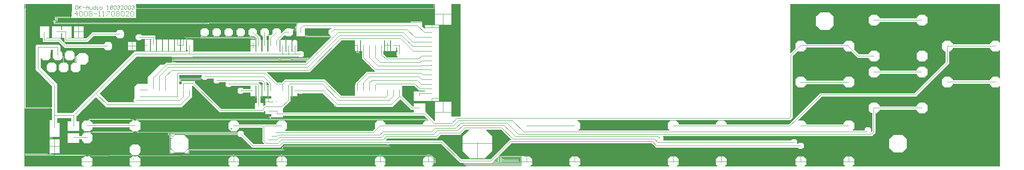
<source format=gtl>
*%FSLAX23Y23*%
*%MOIN*%
G01*
D11*
X6961Y8067D02*
X7068Y8174D01*
X8396Y8189D02*
X8546Y8339D01*
X12367Y7736D02*
X12524Y7893D01*
X9948Y7512D02*
X9840Y7404D01*
X9531Y7381D02*
X9428Y7484D01*
X6839Y8203D02*
X6649Y8014D01*
Y8079D02*
X6533Y7963D01*
X6672Y8102D02*
X6839Y8268D01*
X6649Y8079D02*
X6522Y7952D01*
X6847Y7414D02*
X6849D01*
X6867D01*
X6869D01*
X6867Y7406D02*
X6849D01*
X7141Y7424D02*
X7178D01*
X7183D01*
X7141Y7458D02*
X7140D01*
Y7452D02*
X7141D01*
Y7450D02*
X7140D01*
X7178Y7421D02*
X7186D01*
X7197D01*
X7240D01*
X7141Y7420D02*
X6887D01*
X7141D02*
X7178D01*
X7187D01*
X7196D01*
X7240D01*
X6829D02*
X6532D01*
X6467Y7406D02*
X6450D01*
X6164Y7428D02*
X6159D01*
X6164D02*
X6200D01*
X6230D01*
X6447Y7420D02*
X6449D01*
X6450D01*
Y7418D02*
X6449D01*
X6467Y7420D02*
X6469D01*
X6471D01*
X6473D01*
X6475D01*
X6632D01*
X6469Y7418D02*
X6467D01*
X6469D02*
X6471D01*
X6473D01*
X6471Y7416D02*
X6469D01*
X6164Y7425D02*
X6159D01*
X6161D02*
X6164D01*
X6200D02*
X6230D01*
X6445D01*
X6447D01*
X6449D01*
X6450D01*
X6491Y7324D02*
X6825D01*
X6823Y7326D02*
X6493D01*
X6504Y7328D02*
X6812D01*
Y7330D02*
X6504D01*
Y7332D02*
X6812D01*
Y7334D02*
X6504D01*
Y7336D02*
X6812D01*
Y7338D02*
X6504D01*
Y7340D02*
X6812D01*
Y7342D02*
X6504D01*
Y7344D02*
X6812D01*
Y7346D02*
X6504D01*
Y7348D02*
X6812D01*
Y7350D02*
X6504D01*
Y7352D02*
X6812D01*
X6826Y7323D02*
X6490D01*
X6504Y7354D02*
X6812D01*
Y7356D02*
X6504D01*
Y7358D02*
X6812D01*
Y7360D02*
X6504D01*
Y7362D02*
X6812D01*
Y7364D02*
X6504D01*
Y7366D02*
X6812D01*
Y7368D02*
X6504D01*
Y7370D02*
X6812D01*
Y7372D02*
X6504D01*
Y7374D02*
X6812D01*
Y7376D02*
X6504D01*
Y7378D02*
X6812D01*
Y7380D02*
X6504D01*
Y7382D02*
X6812D01*
Y7384D02*
X6504D01*
Y7386D02*
X6812D01*
Y7388D02*
X6504D01*
Y7390D02*
X6812D01*
Y7392D02*
X6504D01*
X6493Y7394D02*
X6823D01*
X6825Y7396D02*
X6491D01*
X6489Y7398D02*
X6827D01*
X6829Y7400D02*
X6487D01*
X6485Y7402D02*
X6831D01*
X6833Y7404D02*
X6483D01*
X6481Y7406D02*
X6835D01*
X6425Y7324D02*
X5937D01*
X6891D02*
X7646D01*
X7712D02*
X8046D01*
X8112D02*
X8866D01*
X8932D02*
X9266D01*
X10153D02*
X10487D01*
X10553D02*
X11307D01*
X11373D02*
X11707D01*
X11773D02*
X12370D01*
X12436D02*
X12770D01*
X12836D02*
X14062D01*
X6423Y7326D02*
X5937D01*
X6893D02*
X7644D01*
X7714D02*
X8044D01*
X8114D02*
X8864D01*
X8934D02*
X9264D01*
X10155D02*
X10485D01*
X10555D02*
X11305D01*
X11375D02*
X11705D01*
X11775D02*
X12368D01*
X12438D02*
X12768D01*
X12838D02*
X14062D01*
X6412Y7328D02*
X5937D01*
X6904D02*
X7633D01*
X7642D01*
X7716D02*
X7725D01*
X8033D01*
X8042D01*
X8116D02*
X8125D01*
X8853D01*
X8862D01*
X8936D02*
X8945D01*
X9253D01*
X9262D01*
X10157D02*
X10166D01*
X10474D01*
X10483D01*
X10557D02*
X10566D01*
X11294D01*
X11303D01*
X11377D02*
X11386D01*
X11694D01*
X11703D01*
X11777D02*
X11786D01*
X12357D01*
X12366D01*
X12440D02*
X12449D01*
X12757D01*
X12766D01*
X12840D02*
X12849D01*
X14062D01*
X6412Y7330D02*
X5937D01*
X6904D02*
X7633D01*
X7640D01*
X7718D02*
X7725D01*
X8033D01*
X8040D01*
X8118D02*
X8125D01*
X8853D01*
X8860D01*
X8938D02*
X8945D01*
X9253D01*
X9260D01*
X10159D02*
X10166D01*
X10474D01*
X10481D01*
X10559D02*
X10566D01*
X11294D01*
X11301D01*
X11379D02*
X11386D01*
X11694D01*
X11701D01*
X11779D02*
X11786D01*
X12357D01*
X12364D01*
X12442D02*
X12449D01*
X12757D01*
X12764D01*
X12842D02*
X12849D01*
X14062D01*
X6412Y7332D02*
X5937D01*
X6904D02*
X7633D01*
X7725D02*
X8033D01*
X8125D02*
X8853D01*
X8945D02*
X9253D01*
X10166D02*
X10474D01*
X10566D02*
X11294D01*
X11386D02*
X11694D01*
X11786D02*
X12357D01*
X12449D02*
X12757D01*
X12849D02*
X14062D01*
X6412Y7334D02*
X5937D01*
X6904D02*
X7633D01*
X7725D02*
X8033D01*
X8125D02*
X8853D01*
X8945D02*
X9253D01*
X10166D02*
X10474D01*
X10566D02*
X11294D01*
X11386D02*
X11694D01*
X11786D02*
X12357D01*
X12449D02*
X12757D01*
X12849D02*
X14062D01*
X6412Y7336D02*
X5937D01*
X6904D02*
X7633D01*
X7725D02*
X8033D01*
X8125D02*
X8853D01*
X8945D02*
X9253D01*
X10166D02*
X10474D01*
X10566D02*
X11294D01*
X11386D02*
X11694D01*
X11786D02*
X12357D01*
X12449D02*
X12757D01*
X12849D02*
X14062D01*
X6412Y7338D02*
X5937D01*
X6904D02*
X7633D01*
X7725D02*
X8033D01*
X8125D02*
X8853D01*
X8945D02*
X9253D01*
X10166D02*
X10474D01*
X10566D02*
X11294D01*
X11386D02*
X11694D01*
X11786D02*
X12357D01*
X12449D02*
X12757D01*
X12849D02*
X14062D01*
X6412Y7340D02*
X5937D01*
X6904D02*
X7633D01*
X7725D02*
X8033D01*
X8125D02*
X8853D01*
X8945D02*
X9253D01*
X10166D02*
X10474D01*
X10566D02*
X11294D01*
X11386D02*
X11694D01*
X11786D02*
X12357D01*
X12449D02*
X12757D01*
X12849D02*
X14062D01*
X6412Y7342D02*
X5937D01*
X6904D02*
X7633D01*
X7725D02*
X8033D01*
X8125D02*
X8853D01*
X8945D02*
X9253D01*
X10166D02*
X10474D01*
X10566D02*
X11294D01*
X11386D02*
X11694D01*
X11786D02*
X12357D01*
X12449D02*
X12757D01*
X12849D02*
X14062D01*
X6412Y7344D02*
X5937D01*
X6904D02*
X7633D01*
X7725D02*
X8033D01*
X8125D02*
X8853D01*
X8945D02*
X9253D01*
X10166D02*
X10474D01*
X10566D02*
X11294D01*
X11386D02*
X11694D01*
X11786D02*
X12357D01*
X12449D02*
X12757D01*
X12849D02*
X14062D01*
X6412Y7346D02*
X5937D01*
X6904D02*
X7633D01*
X7725D02*
X8033D01*
X8125D02*
X8853D01*
X8945D02*
X9253D01*
X10166D02*
X10474D01*
X10566D02*
X11294D01*
X11386D02*
X11694D01*
X11786D02*
X12357D01*
X12449D02*
X12757D01*
X12849D02*
X14062D01*
X6412Y7348D02*
X5937D01*
X6904D02*
X7633D01*
X7725D02*
X8033D01*
X8125D02*
X8853D01*
X8945D02*
X9253D01*
X10166D02*
X10474D01*
X10566D02*
X11294D01*
X11386D02*
X11694D01*
X11786D02*
X12357D01*
X12449D02*
X12757D01*
X12849D02*
X14062D01*
X6412Y7350D02*
X5937D01*
X6904D02*
X7633D01*
X7725D02*
X8033D01*
X8125D02*
X8853D01*
X8945D02*
X9253D01*
X10166D02*
X10474D01*
X10566D02*
X11294D01*
X11386D02*
X11694D01*
X11786D02*
X12357D01*
X12449D02*
X12757D01*
X12849D02*
X14062D01*
X6412Y7352D02*
X5937D01*
X6904D02*
X7633D01*
X7725D02*
X8033D01*
X8125D02*
X8853D01*
X8945D02*
X9253D01*
X10166D02*
X10474D01*
X10566D02*
X11294D01*
X11386D02*
X11694D01*
X11786D02*
X12357D01*
X12449D02*
X12757D01*
X12849D02*
X14062D01*
X6426Y7323D02*
X5937D01*
X6890D02*
X7647D01*
X7711D02*
X8047D01*
X8111D02*
X8867D01*
X8931D02*
X9267D01*
X10152D02*
X10488D01*
X10552D02*
X11308D01*
X11372D02*
X11708D01*
X11772D02*
X12371D01*
X12435D02*
X12771D01*
X12835D02*
X14062D01*
X6412Y7354D02*
X5937D01*
X6904D02*
X7633D01*
X7725D02*
X8033D01*
X8125D02*
X8853D01*
X8945D02*
X9253D01*
X10166D02*
X10474D01*
X10566D02*
X11294D01*
X11386D02*
X11694D01*
X11786D02*
X12357D01*
X12449D02*
X12757D01*
X12849D02*
X14062D01*
X6412Y7356D02*
X5937D01*
X6904D02*
X7633D01*
X7725D02*
X8033D01*
X8125D02*
X8853D01*
X8945D02*
X9253D01*
X10166D02*
X10474D01*
X10566D02*
X11294D01*
X11386D02*
X11694D01*
X11786D02*
X12357D01*
X12449D02*
X12757D01*
X12849D02*
X14062D01*
X6412Y7358D02*
X5937D01*
X6904D02*
X7633D01*
X7725D02*
X8033D01*
X8125D02*
X8853D01*
X8945D02*
X9253D01*
X10166D02*
X10474D01*
X10566D02*
X11294D01*
X11386D02*
X11694D01*
X11786D02*
X12357D01*
X12449D02*
X12757D01*
X12849D02*
X14062D01*
X6412Y7360D02*
X5937D01*
X6904D02*
X7633D01*
X7725D02*
X8033D01*
X8125D02*
X8853D01*
X8945D02*
X9253D01*
X10166D02*
X10474D01*
X10566D02*
X11294D01*
X11386D02*
X11694D01*
X11786D02*
X12357D01*
X12449D02*
X12757D01*
X12849D02*
X14062D01*
X6412Y7362D02*
X5937D01*
X6904D02*
X7633D01*
X7725D02*
X8033D01*
X8125D02*
X8853D01*
X8945D02*
X9253D01*
X10166D02*
X10474D01*
X10566D02*
X11294D01*
X11386D02*
X11694D01*
X11786D02*
X12357D01*
X12449D02*
X12757D01*
X12849D02*
X14062D01*
X6412Y7364D02*
X5937D01*
X6904D02*
X7633D01*
X7725D02*
X8033D01*
X8125D02*
X8853D01*
X8945D02*
X9253D01*
X10166D02*
X10474D01*
X10566D02*
X11294D01*
X11386D02*
X11694D01*
X11786D02*
X12357D01*
X12449D02*
X12757D01*
X12849D02*
X14062D01*
X6412Y7366D02*
X5937D01*
X6904D02*
X7633D01*
X7725D02*
X8033D01*
X8125D02*
X8853D01*
X8945D02*
X9253D01*
X10166D02*
X10474D01*
X10566D02*
X11294D01*
X11386D02*
X11694D01*
X11786D02*
X12357D01*
X12449D02*
X12757D01*
X12849D02*
X14062D01*
X6412Y7368D02*
X5937D01*
X6904D02*
X7633D01*
X7725D02*
X8033D01*
X8125D02*
X8853D01*
X8945D02*
X9253D01*
X10166D02*
X10474D01*
X10566D02*
X11294D01*
X11386D02*
X11694D01*
X11786D02*
X12357D01*
X12449D02*
X12757D01*
X12849D02*
X14062D01*
X6412Y7370D02*
X5937D01*
X6904D02*
X7633D01*
X7725D02*
X8033D01*
X8125D02*
X8853D01*
X8945D02*
X9253D01*
X10166D02*
X10474D01*
X10566D02*
X11294D01*
X11386D02*
X11694D01*
X11786D02*
X12357D01*
X12449D02*
X12757D01*
X12849D02*
X14062D01*
X6412Y7372D02*
X5937D01*
X6904D02*
X7633D01*
X7725D02*
X8033D01*
X8125D02*
X8853D01*
X8945D02*
X9253D01*
X10166D02*
X10474D01*
X10566D02*
X11294D01*
X11386D02*
X11694D01*
X11786D02*
X12357D01*
X12449D02*
X12757D01*
X12849D02*
X14062D01*
X6412Y7374D02*
X5937D01*
X6904D02*
X7633D01*
X7725D02*
X8033D01*
X8125D02*
X8853D01*
X8945D02*
X9253D01*
X10166D02*
X10474D01*
X10566D02*
X11294D01*
X11386D02*
X11694D01*
X11786D02*
X12357D01*
X12449D02*
X12757D01*
X12849D02*
X14062D01*
X6412Y7376D02*
X5937D01*
X6904D02*
X7633D01*
X7725D02*
X8033D01*
X8125D02*
X8853D01*
X8945D02*
X9253D01*
X10166D02*
X10474D01*
X10566D02*
X11294D01*
X11386D02*
X11694D01*
X11786D02*
X12357D01*
X12449D02*
X12757D01*
X12849D02*
X14062D01*
X6412Y7378D02*
X5937D01*
X6904D02*
X7633D01*
X7725D02*
X8033D01*
X8125D02*
X8853D01*
X8945D02*
X9253D01*
X10166D02*
X10474D01*
X10566D02*
X11294D01*
X11386D02*
X11694D01*
X11786D02*
X12357D01*
X12449D02*
X12757D01*
X12849D02*
X14062D01*
X6412Y7380D02*
X5937D01*
X6904D02*
X7633D01*
X7725D02*
X8033D01*
X8125D02*
X8853D01*
X8945D02*
X9253D01*
X10166D02*
X10474D01*
X10566D02*
X11294D01*
X11386D02*
X11694D01*
X11786D02*
X12357D01*
X12449D02*
X12757D01*
X12849D02*
X14062D01*
X6412Y7382D02*
X5937D01*
X6904D02*
X7633D01*
X7725D02*
X8033D01*
X8125D02*
X8853D01*
X8945D02*
X9253D01*
X10166D02*
X10474D01*
X10566D02*
X11294D01*
X11386D02*
X11694D01*
X11786D02*
X12357D01*
X12449D02*
X12757D01*
X12849D02*
X14062D01*
X6412Y7384D02*
X5937D01*
X6904D02*
X7633D01*
X7725D02*
X8033D01*
X8125D02*
X8853D01*
X8945D02*
X9253D01*
X10166D02*
X10474D01*
X10566D02*
X11294D01*
X11386D02*
X11694D01*
X11786D02*
X12357D01*
X12449D02*
X12757D01*
X12849D02*
X14062D01*
X6412Y7386D02*
X5937D01*
X6904D02*
X7633D01*
X7725D02*
X8033D01*
X8125D02*
X8853D01*
X8945D02*
X9253D01*
X10166D02*
X10474D01*
X10566D02*
X11294D01*
X11386D02*
X11694D01*
X11786D02*
X12357D01*
X12449D02*
X12757D01*
X12849D02*
X14062D01*
X6412Y7388D02*
X5937D01*
X6904D02*
X7633D01*
X7725D02*
X8033D01*
X8125D02*
X8853D01*
X8945D02*
X9253D01*
X10166D02*
X10474D01*
X10566D02*
X11294D01*
X11386D02*
X11694D01*
X11786D02*
X12357D01*
X12449D02*
X12757D01*
X12849D02*
X14062D01*
X6412Y7390D02*
X5937D01*
X6904D02*
X7633D01*
X7640D01*
X7718D02*
X7725D01*
X8033D01*
X8040D01*
X8118D02*
X8125D01*
X8853D01*
X8860D01*
X8938D02*
X8945D01*
X9253D01*
X9260D01*
X10159D02*
X10166D01*
X10474D01*
X10481D01*
X10559D02*
X10566D01*
X11294D01*
X11301D01*
X11379D02*
X11386D01*
X11694D01*
X11701D01*
X11779D02*
X11786D01*
X12357D01*
X12364D01*
X12442D02*
X12449D01*
X12757D01*
X12764D01*
X12842D02*
X12849D01*
X14062D01*
X6412Y7392D02*
X5937D01*
X6904D02*
X7633D01*
X7642D01*
X7716D02*
X7725D01*
X8033D01*
X8042D01*
X8116D02*
X8125D01*
X8853D01*
X8862D01*
X8936D02*
X8945D01*
X9253D01*
X9262D01*
X10157D02*
X10166D01*
X10474D01*
X10483D01*
X10557D02*
X10566D01*
X11294D01*
X11303D01*
X11377D02*
X11386D01*
X11694D01*
X11703D01*
X11777D02*
X11786D01*
X12357D01*
X12366D01*
X12440D02*
X12449D01*
X12757D01*
X12766D01*
X12840D02*
X12849D01*
X14062D01*
X6423Y7394D02*
X5937D01*
X6893D02*
X7644D01*
X7714D02*
X8044D01*
X8114D02*
X8864D01*
X8934D02*
X9264D01*
X10155D02*
X10485D01*
X10555D02*
X11305D01*
X11375D02*
X11705D01*
X11775D02*
X12368D01*
X12438D02*
X12768D01*
X12838D02*
X14062D01*
X6425Y7396D02*
X5937D01*
X6891D02*
X7646D01*
X7712D02*
X8046D01*
X8112D02*
X8866D01*
X8932D02*
X9266D01*
X10153D02*
X10487D01*
X10553D02*
X11307D01*
X11373D02*
X11707D01*
X11773D02*
X12370D01*
X12436D02*
X12770D01*
X12836D02*
X14062D01*
X6427Y7398D02*
X5937D01*
X6889D02*
X7648D01*
X7710D02*
X8048D01*
X8110D02*
X8868D01*
X8930D02*
X9268D01*
X10151D02*
X10489D01*
X10551D02*
X11309D01*
X11371D02*
X11709D01*
X11771D02*
X12372D01*
X12434D02*
X12772D01*
X12834D02*
X14062D01*
X6429Y7400D02*
X5937D01*
X6887D02*
X7650D01*
X7708D02*
X8050D01*
X8108D02*
X8870D01*
X8928D02*
X9270D01*
X10149D02*
X10491D01*
X10549D02*
X11311D01*
X11369D02*
X11711D01*
X11769D02*
X12374D01*
X12432D02*
X12774D01*
X12832D02*
X14062D01*
X6431Y7402D02*
X5937D01*
X6885D02*
X7652D01*
X7706D02*
X8052D01*
X8106D02*
X8872D01*
X8926D02*
X9272D01*
X10147D02*
X10493D01*
X10547D02*
X11313D01*
X11367D02*
X11713D01*
X11767D02*
X12376D01*
X12430D02*
X12776D01*
X12830D02*
X14062D01*
X6433Y7404D02*
X5937D01*
X6883D02*
X7654D01*
X7704D02*
X8054D01*
X8104D02*
X8874D01*
X8924D02*
X9274D01*
X10145D02*
X10495D01*
X10545D02*
X11315D01*
X11365D02*
X11715D01*
X11765D02*
X12378D01*
X12428D02*
X12778D01*
X12828D02*
X14062D01*
X6435Y7406D02*
X5937D01*
X6881D02*
X7656D01*
X7702D02*
X8056D01*
X8102D02*
X8876D01*
X8922D02*
X9276D01*
X10143D02*
X10497D01*
X10543D02*
X11317D01*
X11363D02*
X11717D01*
X11763D02*
X12380D01*
X12426D02*
X12780D01*
X12826D02*
X14062D01*
Y7408D02*
X9898D01*
Y7410D02*
X14062D01*
Y7412D02*
X9898D01*
Y7414D02*
X14062D01*
Y7416D02*
X9898D01*
X9900Y7418D02*
X14062D01*
Y7420D02*
X9902D01*
X9904Y7422D02*
X14062D01*
Y7424D02*
X9906D01*
X9908Y7426D02*
X14062D01*
X6144Y7428D02*
X5937D01*
X9910D02*
X14062D01*
X6144Y7430D02*
X5937D01*
X9912D02*
X14062D01*
X6144Y7432D02*
X5937D01*
X9914D02*
X14062D01*
X6144Y7434D02*
X5937D01*
X9916D02*
X14062D01*
X6144Y7436D02*
X5937D01*
X9918D02*
X13174D01*
X13252D02*
X14062D01*
X6144Y7438D02*
X5937D01*
X9920D02*
X13172D01*
X13254D02*
X14062D01*
X6144Y7440D02*
X5937D01*
X9922D02*
X13170D01*
X13256D02*
X14062D01*
X6144Y7442D02*
X5937D01*
X9924D02*
X13168D01*
X13258D02*
X14062D01*
X6144Y7444D02*
X5937D01*
X9926D02*
X13166D01*
X13260D02*
X14062D01*
X6144Y7446D02*
X5937D01*
X9928D02*
X13164D01*
X13262D02*
X14062D01*
X6144Y7448D02*
X5937D01*
X9930D02*
X13162D01*
X13264D02*
X14062D01*
X6144Y7450D02*
X5937D01*
X9932D02*
X13160D01*
X13266D02*
X14062D01*
X6144Y7452D02*
X5937D01*
X9934D02*
X13158D01*
X13268D02*
X14062D01*
X6144Y7454D02*
X5937D01*
X9936D02*
X13156D01*
X13270D02*
X14062D01*
X6144Y7456D02*
X5937D01*
X9938D02*
X13154D01*
X13272D02*
X14062D01*
X6144Y7458D02*
X5937D01*
X9940D02*
X13152D01*
X13274D02*
X14062D01*
X6144Y7460D02*
X5937D01*
X9942D02*
X13150D01*
X13276D02*
X14062D01*
X13250Y7435D02*
X13176D01*
X7266D02*
X7192D01*
X9578Y7381D02*
X9817D01*
X9772Y7385D02*
X9646D01*
X9587Y7349D02*
X9577D01*
X9563D01*
X9554D01*
X7280Y7421D02*
X7272D01*
X7261D01*
X7221D01*
X7208D02*
X7206D01*
X8936Y7420D02*
X9262D01*
X8908D02*
X8905D01*
X8862D02*
X8116D01*
X8088D02*
X8085D01*
X8042D02*
X7716D01*
X7688D02*
X7685D01*
X7642D02*
X7315D01*
X7280D01*
X7271D01*
X7262D01*
X7221D01*
X7207D02*
X7206D01*
X9357Y7375D02*
X9360D01*
Y7345D02*
X9345D01*
X8092Y7454D02*
X8083D01*
X8082D01*
X8080D01*
X8074D01*
X8072D01*
X8070D01*
X8069D01*
X8065D01*
X8064D01*
X8061D01*
X8059D01*
X8056D01*
X8055D01*
X8054D01*
X8052D01*
X8050D01*
X8044D01*
X8042D01*
X8041D01*
X7967D01*
X7939D02*
X7936D01*
X7935D02*
X7939D01*
X7889D02*
X7886D01*
X7885D02*
X7889D01*
X7854D02*
X7849D01*
X7847D01*
X7845D01*
X7844D01*
X7843D01*
X7840D01*
X7835D01*
X7804D02*
X7318D01*
X7315D01*
Y7452D02*
X7318D01*
Y7450D02*
X7315D01*
X7694Y7421D02*
X7696D01*
X7694D02*
X7692D01*
X7690D01*
X7688D01*
X7670D01*
X7668D01*
X7666D01*
X7664D01*
X7662D01*
X8094D02*
X8096D01*
X8094D02*
X8092D01*
X8090D01*
X8088D01*
X8070D01*
X8068D01*
X8066D01*
X8064D01*
X8062D01*
X8914D02*
X8916D01*
X8914D02*
X8912D01*
X8910D01*
X8908D01*
X8890D01*
X8888D01*
X8886D01*
X8884D01*
X8882D01*
X9290D02*
X9314D01*
X9290D02*
X9288D01*
X9286D01*
X9284D01*
X9282D01*
X9331Y7323D02*
X9613D01*
X7315Y7424D02*
X7280D01*
X7275D01*
X6200Y7425D02*
X6164D01*
X12780Y7406D02*
X12826D01*
X12426D02*
X12380D01*
X11763D02*
X11717D01*
X11363D02*
X11317D01*
X10543D02*
X10497D01*
X10143D02*
X10097D01*
X9322D02*
X9276D01*
X8922D02*
X8876D01*
X8102D02*
X8056D01*
X7702D02*
X7656D01*
X7642Y7420D02*
X7639D01*
X8039D02*
X8042D01*
X8859D02*
X8862D01*
X9328D02*
X9336D01*
X9328D02*
X9316D01*
X9314D01*
X9262D02*
X9259D01*
X9288D02*
X9290D01*
X9288D02*
X9286D01*
X9284D01*
X9282D01*
X9282D01*
X9270D01*
X9262D01*
X8936D02*
X8928D01*
X8916D01*
X8916D01*
X8914D01*
X8912D01*
X8910D01*
X8908D01*
X8890D02*
X8888D01*
X8886D01*
X8884D01*
X8882D01*
X8882D01*
X8870D01*
X8862D01*
X8116D02*
X8108D01*
X8096D01*
X8096D01*
X8094D01*
X8092D01*
X8090D01*
X8088D01*
X8070D02*
X8068D01*
X8066D01*
X8064D01*
X8062D01*
X8062D01*
X8050D01*
X8042D01*
X7716D02*
X7708D01*
X7696D01*
X7696D01*
X7694D01*
X7692D01*
X7690D01*
X7688D01*
X7670D02*
X7668D01*
X7666D01*
X7664D01*
X7662D01*
X7662D01*
X7650D01*
X7642D01*
X7939Y7454D02*
X7967D01*
X7935D02*
X7917D01*
X7907D01*
X7904D01*
X7889D01*
X7885D02*
X7858D01*
X7857D01*
X7857D01*
X7855D01*
X7854D01*
X7835D02*
X7834D01*
X7830D01*
X7829D01*
X7827D01*
X7825D01*
X7819D01*
X7817D01*
X7816D01*
X7807D01*
X7804D01*
X6074Y7816D02*
Y8080D01*
X6072Y8082D02*
Y7816D01*
X6070D02*
Y8084D01*
X6068Y8086D02*
Y7816D01*
X6066D02*
Y8088D01*
X6064Y8090D02*
Y7816D01*
X6062D02*
Y8092D01*
X6060Y8094D02*
Y7816D01*
X6058D02*
Y8096D01*
X6056Y8098D02*
Y7816D01*
X6054D02*
Y8100D01*
X6052Y8102D02*
Y7816D01*
X6050D02*
Y8104D01*
X6048Y8106D02*
Y7816D01*
X6046D02*
Y8108D01*
X6044Y8110D02*
Y7816D01*
X6042D02*
Y8112D01*
X6040Y8113D02*
Y7816D01*
X6038D02*
Y8113D01*
X6036D02*
Y7816D01*
X6034D02*
Y8113D01*
X6032D02*
Y7816D01*
Y8113D02*
Y8120D01*
X6030Y8113D02*
Y7816D01*
Y8113D02*
Y8122D01*
X6028Y8124D02*
Y7816D01*
X6026D02*
Y8540D01*
X6024D02*
Y7816D01*
X6022D02*
Y8540D01*
X6020D02*
Y7816D01*
X6018D02*
Y8540D01*
X6016D02*
Y7816D01*
X6014D02*
Y8540D01*
X6012D02*
Y7816D01*
X6010D02*
Y8540D01*
X6008D02*
Y7816D01*
X6006D02*
Y8540D01*
X6004D02*
Y7816D01*
X6002D02*
Y8540D01*
X6000D02*
Y7816D01*
X5998D02*
Y8540D01*
X5996D02*
Y7816D01*
X5994D02*
Y8540D01*
X5992D02*
Y7816D01*
X5990D02*
Y8540D01*
X5988D02*
Y7816D01*
X5986D02*
Y8540D01*
X5984D02*
Y7816D01*
X5982D02*
Y8540D01*
X5980D02*
Y7816D01*
X5978D02*
Y8540D01*
X5976D02*
Y7816D01*
X5974D02*
Y8540D01*
X5972D02*
Y7816D01*
X5970D02*
Y8540D01*
X5968D02*
Y7816D01*
X5966D02*
Y8540D01*
X5964D02*
Y7816D01*
X5962D02*
Y8540D01*
X5960D02*
Y7816D01*
X5958D02*
Y8540D01*
X5956D02*
Y7816D01*
X5954D02*
Y8540D01*
X5952D02*
Y7816D01*
X6028Y8122D02*
Y8124D01*
X5951Y7816D02*
Y8540D01*
X6028Y8136D02*
Y8133D01*
Y8136D02*
Y8148D01*
X6074D02*
Y8146D01*
Y8509D02*
Y8624D01*
X6072D02*
Y8509D01*
X6070D02*
Y8624D01*
X6068D02*
Y8509D01*
X6066D02*
Y8624D01*
X6064D02*
Y8509D01*
X6062D02*
Y8624D01*
X6060D02*
Y8509D01*
X6058D02*
Y8624D01*
X6056D02*
Y8509D01*
X6054D02*
Y8624D01*
X6052D02*
Y8509D01*
X6050D02*
Y8624D01*
X6048D02*
Y8509D01*
X6046D02*
Y8624D01*
X6044D02*
Y8509D01*
X6042D02*
Y8624D01*
X6040D02*
Y8509D01*
X6038D02*
Y8624D01*
X6036D02*
Y8509D01*
X6034D02*
Y8624D01*
X6032D02*
Y8509D01*
X6030D02*
Y8624D01*
X6028D02*
Y8509D01*
X6026D02*
Y8624D01*
X6024D02*
Y8509D01*
X6022D02*
Y8624D01*
X6020D02*
Y8509D01*
X6018D02*
Y8624D01*
X6016D02*
Y8509D01*
X6014D02*
Y8624D01*
X6012D02*
Y8509D01*
X6010D02*
Y8624D01*
X6008D02*
Y8509D01*
X6006D02*
Y8624D01*
X6004D02*
Y8509D01*
X6002D02*
Y8624D01*
X6000D02*
Y8509D01*
X5998D02*
Y8624D01*
X5996D02*
Y8509D01*
X5994D02*
Y8624D01*
X5992D02*
Y8509D01*
X5990D02*
Y8624D01*
X5988D02*
Y8509D01*
X5986D02*
Y8624D01*
X5984D02*
Y8509D01*
X5982D02*
Y8624D01*
X5980D02*
Y8509D01*
X5978D02*
Y8624D01*
X5976D02*
Y8509D01*
X5974D02*
Y8624D01*
X5972D02*
Y8509D01*
X5970D02*
Y8624D01*
X5968D02*
Y8509D01*
X5966D02*
Y8624D01*
X5964D02*
Y8509D01*
X5962D02*
Y8624D01*
X5960D02*
Y8509D01*
X5958D02*
Y8624D01*
X5956D02*
Y8509D01*
X5954D02*
Y8624D01*
X5952D02*
Y8509D01*
X5951D02*
Y8624D01*
X5937Y8676D02*
Y7323D01*
X6015Y8312D02*
Y8513D01*
X6028Y8315D02*
Y8312D01*
X6063Y8394D02*
Y8494D01*
X6016Y8518D02*
Y8312D01*
X6018D02*
Y8528D01*
X6020D02*
Y8312D01*
X6022D02*
Y8528D01*
X6024D02*
Y8312D01*
X6026D02*
Y8528D01*
X6028D02*
Y8326D01*
X6030Y8338D02*
Y8528D01*
Y8338D02*
Y8328D01*
X6032Y8338D02*
Y8528D01*
Y8338D02*
Y8330D01*
X6034Y8338D02*
Y8528D01*
X6036D02*
Y8338D01*
X6038D02*
Y8528D01*
X6040D02*
Y8338D01*
X6042D02*
Y8528D01*
X6044D02*
Y8338D01*
X6046D02*
Y8528D01*
X6048D02*
Y8338D01*
X6050D02*
Y8528D01*
X6052D02*
Y8338D01*
X6054Y8494D02*
Y8528D01*
Y8494D02*
Y8394D01*
Y8338D01*
X6056Y8494D02*
Y8528D01*
Y8494D02*
Y8394D01*
Y8338D01*
X6058Y8494D02*
Y8528D01*
Y8494D02*
Y8394D01*
Y8338D01*
X6060Y8494D02*
Y8528D01*
Y8494D02*
Y8394D01*
Y8338D01*
X6062Y8494D02*
Y8528D01*
Y8494D02*
Y8394D01*
Y8338D01*
X6064Y8494D02*
Y8528D01*
Y8394D02*
Y8338D01*
X6066Y8494D02*
Y8528D01*
Y8394D02*
Y8338D01*
X6068Y8494D02*
Y8528D01*
Y8394D02*
Y8338D01*
X6070Y8494D02*
Y8528D01*
Y8394D02*
Y8338D01*
X6072Y8494D02*
Y8528D01*
Y8394D02*
Y8338D01*
X6074Y8494D02*
Y8528D01*
Y8394D02*
Y8338D01*
X5951Y8616D02*
Y8676D01*
X5952D02*
Y8616D01*
X5954D02*
Y8676D01*
X5956D02*
Y8616D01*
X5958D02*
Y8676D01*
X5960D02*
Y8616D01*
X5962D02*
Y8676D01*
X5964D02*
Y8616D01*
X5966D02*
Y8676D01*
X5968D02*
Y8616D01*
X5970D02*
Y8676D01*
X5972D02*
Y8616D01*
X5974D02*
Y8676D01*
X5976D02*
Y8616D01*
X5978D02*
Y8676D01*
X5980D02*
Y8616D01*
X5982D02*
Y8676D01*
X5984D02*
Y8616D01*
X5986D02*
Y8676D01*
X5988D02*
Y8616D01*
X5990D02*
Y8676D01*
X5992D02*
Y8616D01*
X5994D02*
Y8676D01*
X5996D02*
Y8616D01*
X5998D02*
Y8676D01*
X6000D02*
Y8616D01*
X6002D02*
Y8676D01*
X6004D02*
Y8616D01*
X6006D02*
Y8676D01*
X6008D02*
Y8616D01*
X6010D02*
Y8676D01*
X6012D02*
Y8616D01*
X6014D02*
Y8676D01*
X6016D02*
Y8616D01*
X6018D02*
Y8676D01*
X6020D02*
Y8616D01*
X6022D02*
Y8676D01*
X6024D02*
Y8616D01*
X6026D02*
Y8676D01*
X6028D02*
Y8616D01*
X6030D02*
Y8676D01*
X6032D02*
Y8616D01*
X6034D02*
Y8676D01*
X6036D02*
Y8616D01*
X6038D02*
Y8676D01*
X6040D02*
Y8616D01*
X6042D02*
Y8676D01*
X6044D02*
Y8616D01*
X6046D02*
Y8676D01*
X6048D02*
Y8616D01*
X6050D02*
Y8676D01*
X6052D02*
Y8616D01*
X6054D02*
Y8676D01*
X6056D02*
Y8616D01*
X6058D02*
Y8676D01*
X6060D02*
Y8616D01*
X6062D02*
Y8676D01*
X6064D02*
Y8616D01*
X6066D02*
Y8676D01*
X6068D02*
Y8616D01*
X6070D02*
Y8676D01*
X6072D02*
Y8616D01*
X6074D02*
Y8676D01*
X6028Y8148D02*
Y8124D01*
Y8148D02*
Y8304D01*
X6074Y8223D02*
Y8148D01*
X6028Y8312D02*
Y8326D01*
X6040Y8338D01*
X6074Y8223D02*
X6092Y8205D01*
X6074Y8146D02*
X6107Y8113D01*
X6049Y8105D02*
X6121Y8033D01*
X6049Y8105D02*
X6041Y8113D01*
X6035Y8120D01*
X6028Y8124D02*
X6040Y8113D01*
X6015Y8513D02*
X6018Y8528D01*
X6849Y7614D02*
X6867D01*
X6881Y7506D02*
X6835D01*
X7140Y7562D02*
X7141D01*
X6871Y7604D02*
X6869D01*
Y7602D02*
X6867D01*
X6869D02*
X6871D01*
X6873D01*
X6869Y7600D02*
X6867D01*
X6869D02*
X6871D01*
X6873D01*
X6875D01*
X6877D01*
X7132D01*
X7140Y7542D02*
X7140D01*
Y7570D02*
X7141D01*
Y7568D02*
X7140D01*
Y7478D02*
X7140D01*
X6847Y7604D02*
X6845D01*
Y7602D02*
X6843D01*
X6845D02*
X6847D01*
X6849D01*
X6839Y7600D02*
X6532D01*
X6839D02*
X6841D01*
X6843D01*
X6845D01*
X6847D01*
X6849D01*
X7132Y7579D02*
X7136D01*
X6481Y7514D02*
X6435D01*
Y7606D02*
X6432D01*
X6435D02*
X6467D01*
X6469D01*
X6435Y7614D02*
X6432D01*
X6435D02*
X6467D01*
X6394Y7599D02*
X6294D01*
Y7517D02*
X6394D01*
Y7617D02*
X6294D01*
X6230Y7548D02*
X6158D01*
Y7567D02*
X6230D01*
X6487Y7600D02*
X6632D01*
X6412Y7545D02*
X6394D01*
Y7577D02*
X6412D01*
X6481Y7614D02*
X6835D01*
X6833Y7616D02*
X6483D01*
X6485Y7618D02*
X6831D01*
X6829Y7620D02*
X6487D01*
X6489Y7622D02*
X6827D01*
X6825Y7624D02*
X6491D01*
X6493Y7626D02*
X6823D01*
X6812Y7628D02*
X6504D01*
Y7630D02*
X6812D01*
Y7632D02*
X6504D01*
Y7634D02*
X6812D01*
Y7636D02*
X6504D01*
Y7638D02*
X6812D01*
Y7640D02*
X6504D01*
Y7642D02*
X6812D01*
Y7644D02*
X6504D01*
Y7646D02*
X6812D01*
Y7647D02*
X6504D01*
X6144Y7462D02*
X5937D01*
X9944D02*
X13148D01*
X13278D02*
X14062D01*
X6144Y7464D02*
X5937D01*
X7154D02*
X7162D01*
X7296D02*
X7304D01*
X9946D02*
X13138D01*
X13146D01*
X13280D02*
X13288D01*
X14062D01*
X6144Y7466D02*
X5937D01*
X7154D02*
X7160D01*
X7298D02*
X7304D01*
X9948D02*
X12388D01*
X12416D02*
X13138D01*
X13144D01*
X13282D02*
X13288D01*
X14062D01*
X6144Y7468D02*
X5937D01*
X7304D02*
X7821D01*
X7871D01*
X7903D01*
X7921D01*
X7953D01*
X8078D01*
X9950D02*
X11186D01*
X12386D01*
X12418D02*
X13138D01*
X13288D02*
X14062D01*
X6144Y7470D02*
X5937D01*
X7304D02*
X7821D01*
X7871D01*
X7903D01*
X7921D01*
X7953D01*
X8078D01*
X9952D02*
X11186D01*
X12375D01*
X12384D01*
X12420D02*
X12429D01*
X13138D01*
X13288D02*
X14062D01*
X6144Y7472D02*
X5937D01*
X7304D02*
X7821D01*
X7835D01*
X7839D02*
X7871D01*
X7903D01*
X7921D01*
X7953D01*
X8060D01*
X8064D02*
X8078D01*
X9954D02*
X11186D01*
X11200D01*
X11204D02*
X12375D01*
X12382D01*
X12422D02*
X12429D01*
X13138D01*
X13288D02*
X14062D01*
X6144Y7474D02*
X5937D01*
X7304D02*
X7821D01*
X7833D01*
X7841D01*
X7871D01*
X7903D01*
X7921D01*
X7953D01*
X8058D01*
X8066D01*
X8078D01*
X9956D02*
X11186D01*
X11198D01*
X11206D01*
X12375D01*
X12429D02*
X13138D01*
X13288D02*
X14062D01*
X6144Y7476D02*
X5937D01*
X7304D02*
X7821D01*
X7831D01*
X7843D01*
X7871D01*
X7903D01*
X7921D01*
X7953D01*
X8056D01*
X8068D01*
X8078D01*
X9958D02*
X11186D01*
X11196D01*
X11208D01*
X12375D01*
X12429D02*
X13138D01*
X13288D02*
X14062D01*
X6144Y7478D02*
X5937D01*
X7304D02*
X7821D01*
X7829D01*
X8070D02*
X8078D01*
X9960D02*
X11186D01*
X11194D01*
X12429D02*
X13138D01*
X13288D02*
X14062D01*
X6144Y7480D02*
X5937D01*
X7304D02*
X7821D01*
X7827D01*
X8072D02*
X8078D01*
X9962D02*
X11186D01*
X11192D01*
X12429D02*
X13138D01*
X13288D02*
X14062D01*
X6144Y7482D02*
X5937D01*
X7304D02*
X7821D01*
X9964D02*
X11186D01*
X12429D02*
X13138D01*
X13288D02*
X14062D01*
X6144Y7484D02*
X5937D01*
X7304D02*
X7821D01*
X9966D02*
X11186D01*
X12429D02*
X13138D01*
X13288D02*
X14062D01*
X6144Y7486D02*
X5937D01*
X7304D02*
X7821D01*
X9968D02*
X11186D01*
X12429D02*
X13138D01*
X13288D02*
X14062D01*
X6144Y7488D02*
X5937D01*
X7304D02*
X7819D01*
X9970D02*
X11184D01*
X12429D02*
X13138D01*
X13288D02*
X14062D01*
X6144Y7490D02*
X5937D01*
X7304D02*
X7817D01*
X9972D02*
X11182D01*
X12429D02*
X13138D01*
X13288D02*
X14062D01*
X6144Y7492D02*
X5937D01*
X7304D02*
X7815D01*
X9974D02*
X11180D01*
X12429D02*
X13138D01*
X13288D02*
X14062D01*
X6144Y7494D02*
X5937D01*
X7304D02*
X7813D01*
X9976D02*
X11178D01*
X12429D02*
X13138D01*
X13288D02*
X14062D01*
X6144Y7496D02*
X5937D01*
X7304D02*
X7811D01*
X9978D02*
X11176D01*
X12429D02*
X13138D01*
X13288D02*
X14062D01*
X6144Y7498D02*
X5937D01*
X7304D02*
X7809D01*
X8090D02*
X8963D01*
X9980D02*
X11174D01*
X12429D02*
X13138D01*
X13288D02*
X14062D01*
X6144Y7500D02*
X5937D01*
X7304D02*
X7807D01*
X8092D02*
X8963D01*
X9982D02*
X11172D01*
X12429D02*
X13138D01*
X13288D02*
X14062D01*
X6144Y7502D02*
X5937D01*
X7304D02*
X7805D01*
X8094D02*
X8945D01*
X8949D02*
X8963D01*
X9984D02*
X11170D01*
X12429D02*
X13138D01*
X13288D02*
X14062D01*
X6144Y7504D02*
X5937D01*
X7304D02*
X7803D01*
X8096D02*
X8943D01*
X8951D01*
X9986D02*
X11168D01*
X12429D02*
X13138D01*
X13288D02*
X14062D01*
X6144Y7506D02*
X5937D01*
X7304D02*
X7801D01*
X8941D02*
X8953D01*
X9988D02*
X11166D01*
X12429D02*
X13138D01*
X13288D02*
X14062D01*
X6144Y7508D02*
X5937D01*
X7304D02*
X7799D01*
X9990D02*
X11164D01*
X12429D02*
X13138D01*
X13288D02*
X14062D01*
X6144Y7510D02*
X5937D01*
X7304D02*
X7797D01*
X7843D02*
X7871D01*
X7903D01*
X7916D01*
X7921D02*
X7932D01*
X9992D02*
X11162D01*
X12429D02*
X13138D01*
X13288D02*
X14062D01*
X6144Y7512D02*
X5937D01*
X7304D02*
X7795D01*
X7841D02*
X7871D01*
X7903D01*
X7916D01*
X7921D02*
X7930D01*
X12429D02*
X13138D01*
X13288D02*
X14062D01*
X6144Y7514D02*
X5937D01*
X7304D02*
X7793D01*
X7839D02*
X7871D01*
X7903D01*
X7916D01*
X7921D02*
X7928D01*
X12375D02*
X12382D01*
X12422D02*
X12429D01*
X13138D01*
X13288D02*
X14062D01*
X6144Y7516D02*
X5937D01*
X7304D02*
X7791D01*
X7837D02*
X7871D01*
X7903D01*
X7916D01*
X12375D02*
X12384D01*
X12420D02*
X12429D01*
X13138D01*
X13288D02*
X14062D01*
X6144Y7518D02*
X5937D01*
X7304D02*
X7789D01*
X7835D02*
X7871D01*
X7903D01*
X7916D01*
X12374D02*
X12386D01*
X12418D02*
X13138D01*
X13288D02*
X14062D01*
X6144Y7520D02*
X5937D01*
X7304D02*
X7787D01*
X7833D02*
X7916D01*
X7922D01*
X12374D02*
X12388D01*
X12416D02*
X13138D01*
X13288D02*
X14062D01*
X6144Y7522D02*
X5937D01*
X7304D02*
X7785D01*
X7831D02*
X7916D01*
X12374D02*
X13138D01*
X13288D02*
X14062D01*
X6144Y7524D02*
X5937D01*
X7304D02*
X7783D01*
X7829D02*
X7916D01*
X12374D02*
X13138D01*
X13288D02*
X14062D01*
X6144Y7526D02*
X5937D01*
X7304D02*
X7781D01*
X7827D02*
X7916D01*
X12374D02*
X13138D01*
X13288D02*
X14062D01*
X6144Y7528D02*
X5937D01*
X7304D02*
X7779D01*
X7825D02*
X7914D01*
X12374D02*
X13138D01*
X13288D02*
X14062D01*
X6144Y7530D02*
X5937D01*
X7304D02*
X7777D01*
X7823D02*
X7912D01*
X12374D02*
X13138D01*
X13288D02*
X14062D01*
X6144Y7532D02*
X5937D01*
X7304D02*
X7775D01*
X7821D02*
X7910D01*
X12374D02*
X13138D01*
X13288D02*
X14062D01*
X6144Y7534D02*
X5937D01*
X7304D02*
X7773D01*
X7819D02*
X7910D01*
X12374D02*
X13138D01*
X13288D02*
X14062D01*
X6144Y7536D02*
X5937D01*
X7304D02*
X7771D01*
X7817D02*
X7912D01*
X12374D02*
X13138D01*
X13288D02*
X14062D01*
X6144Y7538D02*
X5937D01*
X7304D02*
X7769D01*
X7815D02*
X7914D01*
X12374D02*
X13138D01*
X13288D02*
X14062D01*
X6144Y7540D02*
X5937D01*
X7304D02*
X7767D01*
X7813D02*
X7916D01*
X11259D02*
X12320D01*
X12374D02*
X13138D01*
X13288D02*
X14062D01*
X6144Y7542D02*
X5937D01*
X7304D02*
X7765D01*
X7811D02*
X7916D01*
X11259D02*
X12320D01*
X12374D02*
X13138D01*
X13288D02*
X14062D01*
X6144Y7544D02*
X5937D01*
X7304D02*
X7763D01*
X7809D02*
X7916D01*
X11259D02*
X12320D01*
X12328D01*
X12366D02*
X12374D01*
X13138D01*
X13288D02*
X14062D01*
X6144Y7546D02*
X5937D01*
X7304D02*
X7761D01*
X7807D02*
X7916D01*
X11259D02*
X12320D01*
X12330D01*
X12364D02*
X12374D01*
X13138D01*
X13288D02*
X14062D01*
X6144Y7548D02*
X5937D01*
X7304D02*
X7759D01*
X7805D02*
X7916D01*
X11259D02*
X12332D01*
X12363D02*
X13138D01*
X13288D02*
X14062D01*
X7921Y7517D02*
X7916D01*
X7921D02*
X7925D01*
X7921Y7477D02*
X7918D01*
X7953D02*
X8055D01*
X8069D01*
X8078D01*
X7921Y7509D02*
X7918D01*
X7871Y7477D02*
X7868D01*
X7903D02*
X7921D01*
X7871Y7509D02*
X7868D01*
X7903D02*
X7916D01*
X7921D01*
X7821Y7477D02*
X7818D01*
X7821D02*
X7830D01*
X7844D01*
X7871D01*
Y7509D02*
X7844D01*
X11258Y7539D02*
X11259D01*
X12320D01*
X12322D01*
X11195Y7477D02*
X11186D01*
X11195D02*
X11209D01*
X12375D01*
X12378D01*
X12374Y7509D02*
X12374D01*
X12374D02*
X12375D01*
X12378D01*
X6144Y7550D02*
X5937D01*
X7304D02*
X7757D01*
X7803D02*
X7916D01*
X11259D02*
X12334D01*
X12360D02*
X13138D01*
X13288D02*
X14062D01*
X6144Y7552D02*
X5937D01*
X7304D02*
X7755D01*
X7801D02*
X7916D01*
X11259D02*
X13138D01*
X13288D02*
X14062D01*
X6144Y7554D02*
X5937D01*
X7154D02*
X7160D01*
X7298D02*
X7304D01*
X7753D01*
X7799D02*
X7916D01*
X11259D02*
X13138D01*
X13144D01*
X13282D02*
X13288D01*
X14062D01*
X6144Y7556D02*
X5937D01*
X7154D02*
X7162D01*
X7296D02*
X7304D01*
X7751D01*
X7797D02*
X7916D01*
X11259D02*
X13138D01*
X13146D01*
X13280D02*
X13288D01*
X14062D01*
X6144Y7558D02*
X5937D01*
X7294D02*
X7749D01*
X7795D02*
X7916D01*
X11259D02*
X13148D01*
X13278D02*
X14062D01*
X6144Y7560D02*
X5937D01*
X7292D02*
X7747D01*
X7793D02*
X7916D01*
X11259D02*
X13150D01*
X13276D02*
X14062D01*
X6144Y7562D02*
X5937D01*
X7290D02*
X7745D01*
X7791D02*
X7916D01*
X11259D02*
X12901D01*
X12916D01*
X12933D01*
X12948D01*
X13008D01*
X13152D01*
X13274D02*
X14062D01*
X6144Y7564D02*
X5937D01*
X7288D02*
X7743D01*
X7789D02*
X7916D01*
X11259D02*
X12901D01*
X12916D01*
X12933D01*
X12948D01*
X13008D01*
X13154D01*
X13272D02*
X14062D01*
X6144Y7566D02*
X5937D01*
X7286D02*
X7724D01*
X7787D02*
X7916D01*
X11259D02*
X12901D01*
X12916D01*
X12933D01*
X12948D01*
X12991D01*
X12993D02*
X13008D01*
X13156D01*
X13270D02*
X14062D01*
X6144Y7568D02*
X5937D01*
X7284D02*
X7722D01*
X7785D02*
X7916D01*
X11259D02*
X12901D01*
X12916D01*
X12933D01*
X12948D01*
X12989D01*
X12995D02*
X13008D01*
X13158D01*
X13268D02*
X14062D01*
X6144Y7570D02*
X5937D01*
X7282D02*
X7710D01*
X7720D01*
X7783D02*
X7916D01*
X11259D02*
X12901D01*
X12916D01*
X12933D01*
X12948D01*
X12987D01*
X12997D01*
X13008D01*
X13160D01*
X13266D02*
X14062D01*
X6144Y7572D02*
X5937D01*
X7280D02*
X7710D01*
X7718D01*
X7781D02*
X7916D01*
X13008D02*
X13162D01*
X13264D02*
X14062D01*
X6144Y7574D02*
X5937D01*
X7278D02*
X7710D01*
X7779D02*
X7916D01*
X13001D02*
X13008D01*
X13164D01*
X13262D02*
X14062D01*
X6144Y7576D02*
X5937D01*
X7276D02*
X7710D01*
X7777D02*
X7916D01*
X13008D02*
X13166D01*
X13260D02*
X14062D01*
X6144Y7578D02*
X5937D01*
X7274D02*
X7710D01*
X7775D02*
X7916D01*
X13008D02*
X13168D01*
X13258D02*
X14062D01*
X6144Y7580D02*
X5937D01*
X7272D02*
X7710D01*
X7773D02*
X7916D01*
X13008D02*
X13170D01*
X13256D02*
X14062D01*
X6144Y7582D02*
X5937D01*
X7270D02*
X7710D01*
X7771D02*
X7916D01*
X13009D02*
X13028D01*
X13172D01*
X13254D02*
X14062D01*
X6144Y7584D02*
X5937D01*
X7268D02*
X7710D01*
X7769D02*
X7916D01*
X13011D02*
X13028D01*
X13174D01*
X13252D02*
X14062D01*
X6144Y7586D02*
X5937D01*
X7767D02*
X7916D01*
X13013D02*
X13028D01*
X14062D01*
X6144Y7588D02*
X5937D01*
X7765D02*
X7916D01*
X13015D02*
X13028D01*
X14062D01*
X6144Y7590D02*
X5937D01*
X7764D02*
X7916D01*
X13017D02*
X13028D01*
X14062D01*
X6144Y7592D02*
X5937D01*
X7764D02*
X7916D01*
X13028D02*
X14062D01*
X6144Y7594D02*
X5937D01*
X7764D02*
X7916D01*
X13021D02*
X13028D01*
X14062D01*
X6144Y7596D02*
X5937D01*
X7764D02*
X7916D01*
X13028D02*
X14062D01*
X6144Y7598D02*
X5937D01*
X7764D02*
X7916D01*
X13028D02*
X14062D01*
X6144Y7600D02*
X5937D01*
X7764D02*
X7916D01*
X13028D02*
X14062D01*
X6144Y7602D02*
X5937D01*
X7764D02*
X7916D01*
X13029D02*
X14062D01*
X6144Y7604D02*
X5937D01*
X7764D02*
X7916D01*
X13031D02*
X14062D01*
X6144Y7606D02*
X5937D01*
X7764D02*
X7916D01*
X13033D02*
X14062D01*
X6144Y7608D02*
X5937D01*
X7764D02*
X7916D01*
X13028D02*
X13035D01*
X14062D01*
X6144Y7610D02*
X5937D01*
X7764D02*
X7916D01*
X13033D02*
X14062D01*
X6144Y7612D02*
X5937D01*
X7764D02*
X7916D01*
X13031D02*
X14062D01*
X6144Y7614D02*
X5937D01*
X6881D02*
X7656D01*
X7702D02*
X7710D01*
X7718D01*
X7756D02*
X7764D01*
X7916D01*
X12989D02*
X12995D01*
X13029D02*
X14062D01*
X6144Y7616D02*
X5937D01*
X6883D02*
X7654D01*
X7704D02*
X7710D01*
X7720D01*
X7754D02*
X7764D01*
X7916D01*
X12989D02*
X12996D01*
X13028D02*
X14062D01*
X6144Y7618D02*
X5937D01*
X6885D02*
X7652D01*
X7706D02*
X7722D01*
X7752D02*
X7916D01*
X12989D02*
X12996D01*
X13028D02*
X14062D01*
X6144Y7620D02*
X5937D01*
X6887D02*
X7650D01*
X7708D02*
X7724D01*
X7750D02*
X7916D01*
X8108D02*
X8836D01*
X12989D02*
X12996D01*
X13028D02*
X14062D01*
X6144Y7622D02*
X5937D01*
X6889D02*
X7648D01*
X7710D02*
X7916D01*
X8110D02*
X8838D01*
X12989D02*
X12996D01*
X13028D02*
X14062D01*
X6144Y7624D02*
X5937D01*
X6891D02*
X7646D01*
X7712D02*
X7916D01*
X8112D02*
X8840D01*
X12989D02*
X12996D01*
X13028D02*
X14062D01*
X6144Y7626D02*
X5937D01*
X6893D02*
X7644D01*
X7714D02*
X7916D01*
X8114D02*
X8842D01*
X10555D02*
X11305D01*
X12838D02*
X12935D01*
X12989D02*
X12996D01*
X13028D02*
X14062D01*
X6144Y7628D02*
X5937D01*
X6904D02*
X7633D01*
X7642D01*
X7716D02*
X7725D01*
X7916D01*
X8116D02*
X8125D01*
X8844D01*
X10557D02*
X10566D01*
X11294D01*
X11303D01*
X12840D02*
X12849D01*
X12935D01*
X12989D02*
X12996D01*
X13028D02*
X14062D01*
X6144Y7630D02*
X5937D01*
X6904D02*
X7633D01*
X7640D01*
X7718D02*
X7725D01*
X7916D01*
X8118D02*
X8125D01*
X8846D01*
X10559D02*
X10566D01*
X11294D01*
X11301D01*
X12842D02*
X12849D01*
X12935D01*
X12989D02*
X12996D01*
X13028D02*
X14062D01*
X6144Y7632D02*
X5937D01*
X6904D02*
X7633D01*
X7725D02*
X7916D01*
X8125D02*
X8848D01*
X10566D02*
X11294D01*
X12849D02*
X12935D01*
X12989D02*
X12996D01*
X13028D02*
X14062D01*
X6144Y7634D02*
X5937D01*
X6904D02*
X7633D01*
X7725D02*
X7916D01*
X8125D02*
X8850D01*
X10566D02*
X11294D01*
X12849D02*
X12935D01*
X12989D02*
X12996D01*
X13028D02*
X14062D01*
X6144Y7636D02*
X5937D01*
X6904D02*
X7633D01*
X7725D02*
X7916D01*
X8125D02*
X8852D01*
X10566D02*
X11294D01*
X12849D02*
X12935D01*
X12989D02*
X12996D01*
X13028D02*
X14062D01*
X6144Y7638D02*
X5937D01*
X6904D02*
X7633D01*
X7725D02*
X7916D01*
X8125D02*
X8853D01*
X10566D02*
X11294D01*
X12849D02*
X12935D01*
X12989D02*
X12996D01*
X13028D02*
X14062D01*
X6144Y7640D02*
X5937D01*
X6904D02*
X7633D01*
X7725D02*
X7916D01*
X8125D02*
X8853D01*
X10566D02*
X11294D01*
X12849D02*
X12935D01*
X12989D02*
X12996D01*
X13028D02*
X14062D01*
X6144Y7642D02*
X5937D01*
X6904D02*
X7633D01*
X8125D02*
X8853D01*
X10566D02*
X11294D01*
X12849D02*
X12935D01*
X12989D02*
X12996D01*
X13028D02*
X14062D01*
X6144Y7644D02*
X5937D01*
X6904D02*
X7633D01*
X8125D02*
X8853D01*
X10566D02*
X11294D01*
X12849D02*
X12935D01*
X12942D01*
X12982D02*
X12989D01*
X12996D01*
X13028D02*
X14062D01*
X6144Y7646D02*
X5937D01*
X6904D02*
X7633D01*
X8125D02*
X8853D01*
X10566D02*
X11294D01*
X12849D02*
X12935D01*
X12944D01*
X12980D02*
X12989D01*
X12996D01*
X13028D02*
X14062D01*
X6144Y7648D02*
X5937D01*
X6904D02*
X7633D01*
X8125D02*
X8853D01*
X10566D02*
X11294D01*
X12849D02*
X12946D01*
X12978D02*
X12996D01*
X13028D02*
X14062D01*
X6144Y7650D02*
X5937D01*
X6904D02*
X7633D01*
X8125D02*
X8853D01*
X10566D02*
X11294D01*
X12849D02*
X12948D01*
X12976D02*
X12996D01*
X13028D02*
X14062D01*
X6144Y7652D02*
X5937D01*
X6904D02*
X7633D01*
X8125D02*
X8853D01*
X10566D02*
X11294D01*
X12849D02*
X12996D01*
X13028D02*
X14062D01*
X6144Y7654D02*
X5937D01*
X6904D02*
X7633D01*
X8125D02*
X8853D01*
X10566D02*
X11294D01*
X12849D02*
X12996D01*
X13028D02*
X14062D01*
X6144Y7656D02*
X5937D01*
X6904D02*
X7633D01*
X8125D02*
X8853D01*
X10566D02*
X11294D01*
X12849D02*
X12996D01*
X13028D02*
X14062D01*
X13250Y7585D02*
X13176D01*
X7266D02*
X7192D01*
X8107Y7619D02*
X8835D01*
X11254Y7572D02*
X11259D01*
X12898D02*
X12901D01*
X12913D02*
X12916D01*
X12984Y7604D02*
X12985D01*
X9428Y7540D02*
X9419D01*
X9405D01*
X8991D01*
X8976D01*
X8963D01*
X8960D01*
X9780Y7627D02*
X9905D01*
X9643D02*
X9638D01*
X9611D01*
X9640D02*
X9643D01*
X9576Y7582D02*
X9567D01*
X9553D01*
X9404D01*
X9383Y7552D02*
X9374D01*
X9360D01*
X8959D01*
X9980Y7544D02*
X9988D01*
X9980D02*
X9971D01*
X8947Y7539D02*
X8946D01*
X8992Y7507D02*
X9405D01*
X8977Y7484D02*
X8967D01*
X8965D01*
X8959D01*
X8957D01*
X8955D01*
X8950D01*
X8944D01*
X8935D01*
X8929D01*
X8927D01*
X8095D01*
X8098Y7506D02*
X8941D01*
X7140Y7574D02*
X7132D01*
X7140D02*
X7141D01*
X7871Y7509D02*
X7903D01*
Y7477D02*
X7871D01*
X7921Y7509D02*
X7933D01*
X7921Y7477D02*
X7953D01*
X12948Y7650D02*
X12976D01*
X7915Y7642D02*
X7725D01*
X12836Y7624D02*
X12935D01*
X11307D02*
X10553D01*
X7750Y7620D02*
X7724D01*
X7702Y7614D02*
X7656D01*
X13019Y7592D02*
X13028D01*
X13008Y7572D02*
X12999D01*
X12985D01*
X12948D01*
X12933D01*
X12916D01*
X12901D01*
X11259D01*
X7741Y7566D02*
X7724D01*
X12334Y7550D02*
X12360D01*
X12388Y7520D02*
X12416D01*
X11160Y7512D02*
X9994D01*
X12388Y7466D02*
X12416D01*
X8992Y7507D02*
X8977D01*
X6138Y8509D02*
Y8624D01*
X6270Y7722D02*
Y7425D01*
X6268D02*
Y7722D01*
X6266D02*
Y7425D01*
X6264D02*
Y7722D01*
X6262D02*
Y7425D01*
X6260D02*
Y7722D01*
X6258D02*
Y7425D01*
X6256D02*
Y7722D01*
X6254D02*
Y7425D01*
X6252D02*
Y7722D01*
X6250D02*
Y7425D01*
X6248D02*
Y7722D01*
X6246D02*
Y7425D01*
X6244D02*
Y7722D01*
X6242D02*
Y7425D01*
X6240D02*
Y7722D01*
X6238Y7548D02*
Y7428D01*
Y7548D02*
Y7567D01*
Y7687D01*
X6236Y7548D02*
Y7428D01*
Y7548D02*
Y7567D01*
Y7687D01*
X6234Y7548D02*
Y7428D01*
Y7548D02*
Y7567D01*
Y7687D01*
X6232Y7548D02*
Y7428D01*
Y7548D02*
Y7567D01*
Y7687D01*
X6230Y7548D02*
Y7428D01*
Y7548D02*
Y7567D01*
Y7687D01*
X6228Y7567D02*
Y7548D01*
X6226D02*
Y7567D01*
X6224D02*
Y7548D01*
X6222D02*
Y7567D01*
X6220D02*
Y7548D01*
X6218D02*
Y7567D01*
X6216D02*
Y7548D01*
X6214D02*
Y7567D01*
X6212D02*
Y7548D01*
X6210D02*
Y7567D01*
X6208D02*
Y7548D01*
X6206D02*
Y7567D01*
X6204D02*
Y7548D01*
X6202D02*
Y7567D01*
X6200D02*
Y7548D01*
X6198D02*
Y7567D01*
X6196D02*
Y7548D01*
X6194D02*
Y7567D01*
X6192D02*
Y7548D01*
X6190D02*
Y7567D01*
X6188D02*
Y7548D01*
X6186D02*
Y7567D01*
X6184D02*
Y7548D01*
X6182D02*
Y7567D01*
X6180D02*
Y7548D01*
X6178D02*
Y7567D01*
X6176D02*
Y7548D01*
X6174D02*
Y7567D01*
X6172D02*
Y7548D01*
X6170D02*
Y7567D01*
X6230Y7428D02*
Y7425D01*
Y7428D02*
Y7548D01*
Y7567D02*
Y7687D01*
X6158Y7566D02*
Y7565D01*
Y7564D02*
Y7563D01*
Y7562D02*
Y7561D01*
Y7560D02*
Y7559D01*
Y7558D02*
Y7557D01*
Y7556D02*
Y7555D01*
Y7554D02*
Y7553D01*
Y7552D02*
Y7551D01*
Y7550D02*
Y7549D01*
X6200Y7428D02*
Y7425D01*
X6164D02*
Y7426D01*
Y7428D01*
X6270Y7676D02*
Y7722D01*
Y7768D02*
Y8105D01*
X6268Y7722D02*
Y7676D01*
Y7768D02*
Y8105D01*
X6266Y7722D02*
Y7676D01*
Y7768D02*
Y8105D01*
X6264Y7722D02*
Y7676D01*
Y7768D02*
Y8105D01*
X6262Y7722D02*
Y7676D01*
Y7768D02*
Y8105D01*
X6260Y7722D02*
Y7676D01*
Y7768D02*
Y8105D01*
X6258Y7722D02*
Y7676D01*
Y7768D02*
Y8105D01*
X6256Y7722D02*
Y7676D01*
Y7768D02*
Y8105D01*
X6254Y7722D02*
Y7676D01*
Y7768D02*
Y8105D01*
Y8189D02*
Y8225D01*
X6252Y7722D02*
Y7676D01*
Y7768D02*
Y8105D01*
Y8189D02*
Y8223D01*
X6250Y7722D02*
Y7676D01*
Y7768D02*
Y8105D01*
Y8189D02*
Y8221D01*
X6248Y7722D02*
Y7676D01*
Y7768D02*
Y8105D01*
Y8189D02*
Y8219D01*
X6246Y7722D02*
Y7676D01*
Y7768D02*
Y8105D01*
Y8189D02*
Y8217D01*
X6244Y7722D02*
Y7676D01*
Y7768D02*
Y8105D01*
Y8189D02*
Y8215D01*
X6242Y7722D02*
Y7676D01*
Y7768D02*
Y8105D01*
Y8189D02*
Y8205D01*
Y8213D01*
X6240Y7722D02*
Y7676D01*
Y7768D02*
Y8105D01*
Y8189D02*
Y8205D01*
Y8211D01*
X6238Y7687D02*
Y7676D01*
Y7768D02*
Y8105D01*
Y8189D02*
Y8205D01*
X6236Y7687D02*
Y7676D01*
Y7768D02*
Y8105D01*
Y8111D01*
Y8183D02*
Y8189D01*
Y8205D01*
X6234Y7687D02*
Y7676D01*
Y7768D02*
Y8105D01*
Y8113D01*
Y8181D02*
Y8189D01*
Y8205D01*
X6232Y7687D02*
Y7676D01*
Y7768D02*
Y8105D01*
Y8115D01*
Y8179D02*
Y8189D01*
Y8205D01*
X6230Y7687D02*
Y7676D01*
Y7768D02*
Y8117D01*
Y8177D02*
Y8205D01*
X6228Y8119D02*
Y7768D01*
Y8175D02*
Y8205D01*
X6226Y8121D02*
Y7768D01*
Y8173D02*
Y8205D01*
X6224Y8123D02*
Y7768D01*
Y8171D02*
Y8205D01*
X6222Y8125D02*
Y7768D01*
Y8169D02*
Y8205D01*
X6220D02*
Y7768D01*
X6218D02*
Y8205D01*
X6216D02*
Y7768D01*
X6214D02*
Y8205D01*
X6212D02*
Y7768D01*
X6210Y8012D02*
Y8205D01*
X6208D02*
Y8017D01*
X6206D02*
Y8205D01*
X6204Y8125D02*
Y8018D01*
Y8169D02*
Y8205D01*
X6202Y8123D02*
Y8020D01*
Y8171D02*
Y8205D01*
X6200Y8121D02*
Y8022D01*
Y8173D02*
Y8205D01*
X6198Y8119D02*
Y8022D01*
Y8175D02*
Y8205D01*
X6196Y8117D02*
Y8024D01*
Y8177D02*
Y8205D01*
X6194Y8115D02*
Y8026D01*
Y8179D02*
Y8205D01*
X6192Y8105D02*
Y8028D01*
Y8105D02*
Y8113D01*
Y8181D02*
Y8189D01*
Y8205D01*
X6190Y8105D02*
Y8030D01*
Y8105D02*
Y8111D01*
Y8183D02*
Y8189D01*
Y8205D01*
X6188Y8105D02*
Y8032D01*
Y8189D02*
Y8205D01*
X6186Y8105D02*
Y8034D01*
Y8189D02*
Y8205D01*
Y8211D01*
X6184Y8105D02*
Y8036D01*
Y8189D02*
Y8205D01*
Y8213D01*
X6182Y8105D02*
Y8038D01*
Y8189D02*
Y8205D01*
Y8215D01*
X6180Y8105D02*
Y8040D01*
Y8189D02*
Y8217D01*
X6178Y8105D02*
Y8042D01*
Y8189D02*
Y8219D01*
X6176Y8105D02*
Y8044D01*
Y8189D02*
Y8221D01*
X6174Y8105D02*
Y8046D01*
Y8189D02*
Y8223D01*
X6172Y8105D02*
Y8048D01*
Y8189D02*
Y8225D01*
X6170Y8105D02*
Y8050D01*
Y8189D02*
Y8292D01*
X6168Y8105D02*
Y8052D01*
Y8189D02*
Y8292D01*
X6166Y8105D02*
Y8054D01*
Y8189D02*
Y8292D01*
X6164Y7990D02*
Y7816D01*
Y8056D02*
Y8105D01*
Y8189D02*
Y8292D01*
X6162Y7992D02*
Y7816D01*
Y8058D02*
Y8105D01*
Y8189D02*
Y8292D01*
X6160Y7994D02*
Y7816D01*
Y8060D02*
Y8105D01*
Y8189D02*
Y8292D01*
X6158Y7996D02*
Y7816D01*
Y8062D02*
Y8105D01*
Y8189D02*
Y8292D01*
X6156Y7998D02*
Y7816D01*
Y8064D02*
Y8105D01*
Y8189D02*
Y8292D01*
X6154Y8000D02*
Y7816D01*
Y8066D02*
Y8105D01*
Y8189D02*
Y8225D01*
X6152Y8002D02*
Y7816D01*
Y8068D02*
Y8105D01*
Y8189D02*
Y8223D01*
X6150Y8004D02*
Y7816D01*
Y8070D02*
Y8105D01*
Y8189D02*
Y8221D01*
X6148Y8006D02*
Y7816D01*
Y8072D02*
Y8105D01*
Y8189D02*
Y8219D01*
X6146Y8008D02*
Y7816D01*
Y8074D02*
Y8105D01*
Y8189D02*
Y8217D01*
X6144Y8010D02*
Y7816D01*
Y8076D02*
Y8105D01*
Y8189D02*
Y8215D01*
X6142Y8012D02*
Y7816D01*
Y8078D02*
Y8105D01*
Y8189D02*
Y8205D01*
Y8213D01*
X6140Y8014D02*
Y7816D01*
Y8080D02*
Y8105D01*
Y8189D02*
Y8205D01*
Y8211D01*
X6138Y8016D02*
Y7816D01*
Y8082D02*
Y8105D01*
Y8189D02*
Y8205D01*
X6136Y8018D02*
Y7816D01*
Y8084D02*
Y8105D01*
Y8111D01*
Y8183D02*
Y8189D01*
Y8205D01*
X6134Y8020D02*
Y7816D01*
Y8086D02*
Y8105D01*
Y8113D01*
Y8181D02*
Y8189D01*
Y8205D01*
X6132Y8022D02*
Y7816D01*
Y8088D02*
Y8105D01*
Y8115D01*
Y8179D02*
Y8189D01*
Y8205D01*
X6130Y8024D02*
Y7816D01*
Y8090D02*
Y8117D01*
Y8177D02*
Y8205D01*
X6128Y8026D02*
Y7816D01*
Y8092D02*
Y8119D01*
Y8175D02*
Y8205D01*
X6126Y8028D02*
Y7816D01*
Y8094D02*
Y8121D01*
Y8173D02*
Y8205D01*
X6124Y8030D02*
Y7816D01*
Y8096D02*
Y8123D01*
Y8171D02*
Y8205D01*
X6122Y8032D02*
Y7816D01*
Y8098D02*
Y8125D01*
Y8169D02*
Y8205D01*
X6120Y8034D02*
Y7816D01*
Y8100D02*
Y8205D01*
X6118Y8036D02*
Y7816D01*
Y8102D02*
Y8205D01*
X6116Y8038D02*
Y7816D01*
Y8104D02*
Y8205D01*
X6114Y8040D02*
Y7816D01*
Y8106D02*
Y8205D01*
X6112Y8042D02*
Y7816D01*
Y8108D02*
Y8205D01*
X6110Y8044D02*
Y7816D01*
Y8110D02*
Y8205D01*
X6108Y8046D02*
Y7816D01*
Y8112D02*
Y8205D01*
X6106Y8048D02*
Y7816D01*
Y8114D02*
Y8205D01*
X6104Y8050D02*
Y7816D01*
Y8116D02*
Y8205D01*
X6102Y8052D02*
Y7816D01*
Y8118D02*
Y8205D01*
X6100Y8054D02*
Y7816D01*
Y8120D02*
Y8205D01*
X6098Y8056D02*
Y7816D01*
Y8122D02*
Y8205D01*
X6096Y8058D02*
Y7816D01*
Y8124D02*
Y8205D01*
X6094Y8060D02*
Y7816D01*
Y8126D02*
Y8205D01*
X6092Y8062D02*
Y7816D01*
Y8128D02*
Y8205D01*
X6090Y8064D02*
Y7816D01*
Y8130D02*
Y8205D01*
X6088Y8066D02*
Y7816D01*
Y8132D02*
Y8205D01*
X6086Y8068D02*
Y7816D01*
Y8134D02*
Y8205D01*
Y8211D01*
X6084Y8070D02*
Y7816D01*
Y8136D02*
Y8205D01*
Y8213D01*
X6082Y8072D02*
Y7816D01*
Y8138D02*
Y8205D01*
Y8215D01*
X6080Y8074D02*
Y7816D01*
Y8140D02*
Y8217D01*
X6078Y8076D02*
Y7816D01*
Y8142D02*
Y8219D01*
X6076Y8078D02*
Y7816D01*
Y8144D02*
Y8221D01*
X6155Y8226D02*
Y8268D01*
X6205Y8168D02*
Y8126D01*
X6121D02*
Y8168D01*
X6255Y8226D02*
Y8268D01*
X6171D02*
Y8226D01*
X6221Y8168D02*
Y8126D01*
X6230Y7687D02*
Y7676D01*
X6211Y7984D02*
Y7988D01*
Y8006D01*
Y8010D01*
X6165Y7988D02*
Y7816D01*
Y7988D02*
Y7989D01*
X6211Y7770D02*
Y7768D01*
Y7770D02*
Y7988D01*
Y7994D01*
X6270Y8572D02*
Y8624D01*
X6268D02*
Y8572D01*
X6266D02*
Y8624D01*
X6264D02*
Y8572D01*
X6262D02*
Y8624D01*
X6260D02*
Y8572D01*
X6258D02*
Y8624D01*
X6256D02*
Y8572D01*
X6254D02*
Y8624D01*
X6252D02*
Y8572D01*
X6250D02*
Y8624D01*
X6248D02*
Y8572D01*
X6246D02*
Y8624D01*
X6244D02*
Y8572D01*
X6242D02*
Y8624D01*
X6240D02*
Y8572D01*
X6238D02*
Y8624D01*
X6236D02*
Y8572D01*
X6234D02*
Y8624D01*
X6232D02*
Y8572D01*
X6230D02*
Y8624D01*
X6228D02*
Y8572D01*
X6226D02*
Y8624D01*
X6224D02*
Y8572D01*
X6222D02*
Y8624D01*
X6220D02*
Y8572D01*
X6218D02*
Y8624D01*
X6216D02*
Y8572D01*
X6214D02*
Y8624D01*
X6212D02*
Y8572D01*
X6210D02*
Y8624D01*
X6208D02*
Y8572D01*
X6206D02*
Y8624D01*
X6204D02*
Y8572D01*
X6202D02*
Y8624D01*
X6200D02*
Y8572D01*
X6198D02*
Y8624D01*
X6196D02*
Y8572D01*
X6194D02*
Y8624D01*
X6192D02*
Y8572D01*
X6190D02*
Y8624D01*
X6188D02*
Y8546D01*
X6186D02*
Y8624D01*
X6184D02*
Y8546D01*
X6182D02*
Y8624D01*
X6180D02*
Y8546D01*
X6178Y8544D02*
Y8624D01*
X6176D02*
Y8542D01*
X6174Y8540D02*
Y8624D01*
X6172D02*
Y8538D01*
X6170Y8536D02*
Y8624D01*
X6168D02*
Y8509D01*
X6166D02*
Y8624D01*
X6164D02*
Y8509D01*
X6162D02*
Y8624D01*
X6160D02*
Y8509D01*
X6158D02*
Y8624D01*
X6156D02*
Y8509D01*
X6154D02*
Y8624D01*
X6152D02*
Y8509D01*
X6150D02*
Y8624D01*
X6148D02*
Y8509D01*
X6146D02*
Y8624D01*
X6144D02*
Y8509D01*
X6142D02*
Y8624D01*
X6140D02*
Y8509D01*
X6136D02*
Y8624D01*
X6134D02*
Y8509D01*
X6132D02*
Y8624D01*
X6130D02*
Y8509D01*
X6128D02*
Y8624D01*
X6126D02*
Y8509D01*
X6124D02*
Y8624D01*
X6122D02*
Y8509D01*
X6120D02*
Y8624D01*
X6118D02*
Y8509D01*
X6116D02*
Y8624D01*
X6114D02*
Y8509D01*
X6112D02*
Y8624D01*
X6110D02*
Y8509D01*
X6108D02*
Y8624D01*
X6106D02*
Y8509D01*
X6104D02*
Y8624D01*
X6102D02*
Y8509D01*
X6100D02*
Y8624D01*
X6098D02*
Y8509D01*
X6096D02*
Y8624D01*
X6094D02*
Y8509D01*
X6092D02*
Y8624D01*
X6090D02*
Y8509D01*
X6088D02*
Y8624D01*
X6086D02*
Y8509D01*
X6084D02*
Y8624D01*
X6082D02*
Y8509D01*
X6080D02*
Y8624D01*
X6078D02*
Y8509D01*
X6076D02*
Y8624D01*
X6236Y8315D02*
Y8304D01*
Y8289D02*
Y8287D01*
X6118Y8391D02*
Y8394D01*
X6236Y8304D02*
Y8300D01*
X6270Y8309D02*
Y8310D01*
X6244Y8391D02*
Y8394D01*
X6180Y8510D02*
Y8512D01*
Y8510D02*
Y8508D01*
X6182Y8510D02*
Y8512D01*
X6178Y8518D02*
Y8528D01*
Y8518D02*
Y8516D01*
Y8514D01*
Y8512D02*
Y8510D01*
Y8508D01*
X6255Y8268D02*
Y8244D01*
X6145Y8394D02*
Y8494D01*
Y8394D02*
Y8391D01*
X6245Y8463D02*
Y8494D01*
Y8431D02*
Y8394D01*
Y8391D01*
X6163Y8394D02*
Y8494D01*
Y8394D02*
Y8391D01*
X6247Y8463D02*
Y8494D01*
Y8431D02*
Y8394D01*
Y8391D01*
X6076Y8494D02*
Y8528D01*
Y8391D02*
Y8359D01*
Y8338D01*
X6078Y8494D02*
Y8528D01*
Y8391D02*
Y8359D01*
Y8338D01*
X6080Y8494D02*
Y8528D01*
Y8391D02*
Y8359D01*
Y8338D01*
X6082Y8494D02*
Y8528D01*
Y8391D02*
Y8359D01*
Y8338D01*
X6084Y8494D02*
Y8528D01*
Y8391D02*
Y8359D01*
Y8338D01*
X6086Y8494D02*
Y8528D01*
Y8359D02*
Y8338D01*
X6088Y8494D02*
Y8528D01*
Y8359D02*
Y8338D01*
X6090Y8494D02*
Y8528D01*
Y8359D02*
Y8338D01*
X6092Y8494D02*
Y8528D01*
Y8359D02*
Y8338D01*
X6094Y8494D02*
Y8528D01*
Y8359D02*
Y8338D01*
X6096Y8494D02*
Y8528D01*
Y8359D02*
Y8338D01*
X6098Y8494D02*
Y8528D01*
Y8359D02*
Y8338D01*
X6100Y8494D02*
Y8528D01*
Y8359D02*
Y8338D01*
X6102Y8494D02*
Y8528D01*
Y8359D02*
Y8338D01*
X6104Y8494D02*
Y8528D01*
Y8359D02*
Y8338D01*
X6106Y8494D02*
Y8528D01*
Y8359D02*
Y8338D01*
X6108Y8494D02*
Y8528D01*
Y8359D02*
Y8338D01*
X6110Y8494D02*
Y8528D01*
Y8359D02*
Y8338D01*
X6112Y8494D02*
Y8528D01*
Y8359D02*
Y8338D01*
X6114Y8494D02*
Y8528D01*
Y8359D02*
Y8338D01*
X6116Y8494D02*
Y8528D01*
Y8359D02*
Y8338D01*
X6118Y8494D02*
Y8528D01*
Y8359D02*
Y8338D01*
X6120Y8494D02*
Y8528D01*
Y8359D02*
Y8338D01*
X6122Y8494D02*
Y8528D01*
Y8359D02*
Y8338D01*
X6124Y8494D02*
Y8528D01*
Y8359D02*
Y8338D01*
X6126Y8494D02*
Y8528D01*
Y8359D02*
Y8338D01*
X6128Y8494D02*
Y8528D01*
Y8359D02*
Y8338D01*
X6130Y8494D02*
Y8528D01*
Y8359D02*
Y8338D01*
X6132Y8494D02*
Y8528D01*
Y8359D02*
Y8338D01*
X6134Y8494D02*
Y8528D01*
Y8359D02*
Y8338D01*
X6136Y8494D02*
Y8528D01*
Y8359D02*
Y8338D01*
X6138Y8494D02*
Y8528D01*
Y8359D02*
Y8338D01*
X6140Y8494D02*
Y8528D01*
Y8359D02*
Y8338D01*
X6142Y8494D02*
Y8528D01*
Y8359D02*
Y8338D01*
X6144Y8494D02*
Y8528D01*
Y8359D02*
Y8338D01*
X6146Y8494D02*
Y8528D01*
Y8494D02*
Y8394D01*
Y8359D02*
Y8338D01*
X6148Y8494D02*
Y8528D01*
Y8494D02*
Y8394D01*
Y8359D02*
Y8338D01*
X6150Y8494D02*
Y8528D01*
Y8494D02*
Y8394D01*
Y8359D02*
Y8338D01*
X6152Y8494D02*
Y8528D01*
Y8494D02*
Y8394D01*
Y8359D02*
Y8338D01*
X6154Y8494D02*
Y8528D01*
Y8494D02*
Y8394D01*
Y8359D02*
Y8338D01*
X6156Y8494D02*
Y8528D01*
Y8494D02*
Y8394D01*
Y8359D02*
Y8338D01*
X6158Y8494D02*
Y8528D01*
Y8494D02*
Y8394D01*
Y8359D02*
Y8338D01*
X6160Y8494D02*
Y8528D01*
Y8494D02*
Y8394D01*
Y8359D02*
Y8338D01*
X6162Y8494D02*
Y8528D01*
Y8494D02*
Y8394D01*
Y8359D02*
Y8338D01*
X6164Y8494D02*
Y8528D01*
Y8359D02*
Y8338D01*
X6166Y8494D02*
Y8528D01*
Y8359D02*
Y8338D01*
X6168Y8494D02*
Y8528D01*
Y8359D02*
Y8338D01*
X6170Y8508D02*
Y8528D01*
Y8508D02*
Y8494D01*
Y8359D02*
Y8338D01*
X6172Y8510D02*
Y8528D01*
Y8508D02*
Y8494D01*
Y8359D02*
Y8338D01*
X6174Y8512D02*
Y8528D01*
Y8508D02*
Y8494D01*
Y8359D02*
Y8338D01*
X6176Y8514D02*
Y8528D01*
Y8508D02*
Y8494D01*
Y8359D02*
Y8338D01*
X6178Y8516D02*
Y8528D01*
Y8508D02*
Y8494D01*
Y8359D02*
Y8338D01*
X6180Y8494D02*
Y8508D01*
Y8359D02*
Y8338D01*
X6182Y8494D02*
Y8508D01*
Y8359D02*
Y8338D01*
X6184Y8494D02*
Y8508D01*
Y8359D02*
Y8338D01*
X6186Y8494D02*
Y8508D01*
Y8359D02*
Y8338D01*
X6188Y8494D02*
Y8508D01*
Y8359D02*
Y8338D01*
X6190Y8494D02*
Y8508D01*
Y8359D02*
Y8338D01*
X6192Y8494D02*
Y8508D01*
Y8359D02*
Y8338D01*
X6194Y8494D02*
Y8508D01*
Y8359D02*
Y8338D01*
X6196Y8494D02*
Y8508D01*
Y8359D02*
Y8338D01*
X6198Y8494D02*
Y8508D01*
Y8359D02*
Y8338D01*
X6200Y8494D02*
Y8508D01*
Y8359D02*
Y8338D01*
X6202Y8494D02*
Y8508D01*
Y8359D02*
Y8338D01*
X6204Y8494D02*
Y8508D01*
Y8359D02*
Y8338D01*
X6206Y8494D02*
Y8508D01*
Y8359D02*
Y8338D01*
X6208Y8494D02*
Y8508D01*
Y8359D02*
Y8338D01*
X6210Y8494D02*
Y8508D01*
Y8359D02*
Y8338D01*
X6212Y8494D02*
Y8508D01*
Y8359D02*
Y8338D01*
X6214Y8494D02*
Y8508D01*
Y8359D02*
Y8338D01*
X6216Y8494D02*
Y8508D01*
Y8359D02*
Y8338D01*
X6218Y8494D02*
Y8508D01*
Y8359D02*
Y8338D01*
X6220Y8494D02*
Y8508D01*
Y8359D02*
Y8338D01*
X6222Y8494D02*
Y8508D01*
Y8358D02*
Y8338D01*
X6224Y8494D02*
Y8508D01*
Y8356D02*
Y8338D01*
X6226Y8494D02*
Y8508D01*
Y8354D02*
Y8338D01*
X6228Y8494D02*
Y8508D01*
Y8352D02*
Y8338D01*
X6230Y8494D02*
Y8508D01*
Y8350D02*
Y8338D01*
X6232Y8494D02*
Y8508D01*
Y8348D02*
Y8338D01*
Y8330D01*
X6234Y8494D02*
Y8508D01*
Y8346D02*
Y8338D01*
Y8328D01*
X6236Y8494D02*
Y8508D01*
Y8344D02*
Y8326D01*
X6238Y8494D02*
Y8508D01*
Y8342D02*
Y8289D01*
X6240Y8494D02*
Y8508D01*
Y8340D02*
Y8289D01*
Y8283D01*
X6242Y8494D02*
Y8508D01*
Y8391D02*
Y8384D01*
Y8338D02*
Y8289D01*
Y8281D01*
X6244Y8494D02*
Y8508D01*
Y8336D02*
Y8279D01*
X6246Y8494D02*
Y8508D01*
Y8494D02*
Y8463D01*
Y8431D02*
Y8394D01*
Y8391D02*
Y8380D01*
Y8334D02*
Y8277D01*
X6248Y8494D02*
Y8508D01*
Y8391D02*
Y8378D01*
Y8332D02*
Y8275D01*
X6250Y8494D02*
Y8508D01*
Y8391D02*
Y8376D01*
Y8330D02*
Y8273D01*
X6252Y8494D02*
Y8508D01*
Y8391D02*
Y8374D01*
Y8328D02*
Y8309D01*
Y8271D01*
X6254Y8494D02*
Y8508D01*
Y8394D02*
Y8372D01*
Y8326D02*
Y8309D01*
Y8269D01*
X6256Y8494D02*
Y8508D01*
Y8391D02*
Y8370D01*
Y8324D02*
Y8309D01*
Y8244D01*
X6258Y8494D02*
Y8508D01*
Y8391D02*
Y8368D01*
Y8322D02*
Y8309D01*
Y8244D01*
X6260Y8494D02*
Y8508D01*
Y8391D02*
Y8366D01*
Y8320D02*
Y8309D01*
Y8244D01*
X6262Y8494D02*
Y8508D01*
Y8391D02*
Y8364D01*
Y8309D02*
Y8244D01*
X6264Y8494D02*
Y8508D01*
Y8391D02*
Y8362D01*
Y8316D02*
Y8309D01*
Y8244D01*
X6266Y8494D02*
Y8508D01*
Y8309D02*
Y8244D01*
X6268Y8494D02*
Y8508D01*
Y8309D02*
Y8244D01*
X6270Y8494D02*
Y8508D01*
Y8309D02*
Y8244D01*
X6076Y8616D02*
Y8676D01*
X6078D02*
Y8616D01*
X6080D02*
Y8676D01*
X6082D02*
Y8616D01*
X6084D02*
Y8676D01*
X6086D02*
Y8616D01*
X6088D02*
Y8676D01*
X6090D02*
Y8616D01*
X6092D02*
Y8676D01*
X6094D02*
Y8616D01*
X6096D02*
Y8676D01*
X6098D02*
Y8616D01*
X6100D02*
Y8676D01*
X6102D02*
Y8616D01*
X6104D02*
Y8676D01*
X6106D02*
Y8616D01*
X6108D02*
Y8676D01*
X6110D02*
Y8616D01*
X6112D02*
Y8676D01*
X6114D02*
Y8616D01*
X6116D02*
Y8676D01*
X6118D02*
Y8616D01*
X6120D02*
Y8676D01*
X6122D02*
Y8616D01*
X6124D02*
Y8676D01*
X6126D02*
Y8616D01*
X6128D02*
Y8676D01*
X6130D02*
Y8616D01*
X6132D02*
Y8676D01*
X6134D02*
Y8616D01*
X6136D02*
Y8676D01*
X6138D02*
Y8616D01*
X6140D02*
Y8676D01*
X6142D02*
Y8616D01*
X6144D02*
Y8676D01*
X6146D02*
Y8616D01*
X6148D02*
Y8676D01*
X6150D02*
Y8616D01*
X6152D02*
Y8676D01*
X6154D02*
Y8616D01*
X6156D02*
Y8676D01*
X6158D02*
Y8616D01*
X6160D02*
Y8676D01*
X6162D02*
Y8616D01*
X6164D02*
Y8676D01*
X6166D02*
Y8616D01*
X6168D02*
Y8676D01*
X6170D02*
Y8616D01*
X6172D02*
Y8676D01*
X6174D02*
Y8616D01*
X6176D02*
Y8676D01*
X6178D02*
Y8616D01*
X6180D02*
Y8676D01*
X6182D02*
Y8616D01*
X6184D02*
Y8676D01*
X6186D02*
Y8616D01*
X6188D02*
Y8676D01*
X6190D02*
Y8616D01*
X6192D02*
Y8676D01*
X6194D02*
Y8616D01*
X6196D02*
Y8676D01*
X6198D02*
Y8616D01*
X6200D02*
Y8676D01*
X6202D02*
Y8616D01*
X6204D02*
Y8676D01*
X6206D02*
Y8616D01*
X6208D02*
Y8676D01*
X6210D02*
Y8616D01*
X6212D02*
Y8676D01*
X6214D02*
Y8616D01*
X6216D02*
Y8676D01*
X6218D02*
Y8616D01*
X6220D02*
Y8676D01*
X6222D02*
Y8616D01*
X6224D02*
Y8676D01*
X6226D02*
Y8616D01*
X6228D02*
Y8676D01*
X6230D02*
Y8616D01*
X6232D02*
Y8676D01*
X6234D02*
Y8616D01*
X6236D02*
Y8676D01*
X6238D02*
Y8616D01*
X6240D02*
Y8676D01*
X6242D02*
Y8616D01*
X6244D02*
Y8676D01*
X6246D02*
Y8616D01*
X6248D02*
Y8676D01*
X6250D02*
Y8616D01*
X6252D02*
Y8676D01*
X6254D02*
Y8616D01*
X6256D02*
Y8676D01*
X6258D02*
Y8616D01*
X6260D02*
Y8676D01*
X6262D02*
Y8616D01*
X6264D02*
Y8676D01*
X6266D02*
Y8616D01*
X6268D02*
Y8676D01*
X6270D02*
Y8616D01*
X6158Y7566D02*
Y7564D01*
Y7566D02*
Y7567D01*
Y7564D02*
Y7562D01*
Y7560D01*
Y7558D01*
Y7556D01*
Y7554D01*
Y7552D01*
Y7550D01*
Y7548D01*
X6159Y7426D02*
Y7425D01*
Y7426D02*
Y7428D01*
X6238Y7687D02*
Y7722D01*
X6236D02*
Y7687D01*
X6234D02*
Y7722D01*
X6232D02*
Y7687D01*
X6230D02*
Y7722D01*
X6228D02*
Y7687D01*
X6226D02*
Y7722D01*
X6224D02*
Y7687D01*
X6222D02*
Y7722D01*
X6220D02*
Y7687D01*
X6218D02*
Y7722D01*
X6216D02*
Y7687D01*
X6214D02*
Y7722D01*
X6212D02*
Y7687D01*
X6211D02*
Y7722D01*
X6199Y8552D02*
Y8554D01*
Y8556D01*
Y8558D01*
Y8560D01*
Y8562D01*
Y8564D01*
Y8566D01*
Y8568D01*
Y8570D01*
Y8572D01*
X6266Y8394D02*
Y8391D01*
X6086D02*
Y8394D01*
Y8391D02*
Y8359D01*
X6236Y8326D02*
Y8304D01*
Y8289D01*
X6244Y8382D02*
Y8391D01*
X6262Y8318D02*
Y8309D01*
X6266Y8360D02*
Y8391D01*
X6155Y8226D02*
X6134Y8205D01*
X6205Y8126D02*
X6184Y8105D01*
X6121Y8168D02*
X6142Y8189D01*
X6234Y8205D02*
X6255Y8226D01*
X6242Y8189D02*
X6221Y8168D01*
X6221Y8391D02*
X6224Y8394D01*
X6184Y8189D02*
X6205Y8168D01*
X6142Y8105D02*
X6121Y8126D01*
X6192Y8205D02*
X6171Y8226D01*
X6221Y8126D02*
X6242Y8105D01*
X6203Y8017D02*
X6204Y8015D01*
X6203Y8017D02*
X6121Y8099D01*
X6115Y8105D01*
X6107Y8113D01*
X6137Y8017D02*
X6165Y7989D01*
X6137Y8017D02*
X6121Y8033D01*
X6204Y8017D02*
X6211Y8010D01*
X6204Y8017D02*
X6200Y8022D01*
X6236Y8344D02*
X6221Y8359D01*
X6236Y8344D02*
X6239Y8341D01*
X6242Y8338D01*
X6244Y8336D01*
X6262Y8318D01*
X6266Y8314D01*
X6268Y8312D01*
X6270Y8310D01*
X6271Y8309D01*
X6235Y8391D02*
X6232Y8394D01*
X6235Y8391D02*
X6236Y8390D01*
X6244Y8382D01*
X6245Y8381D01*
X6247Y8379D01*
X6262Y8364D01*
X6266Y8360D01*
X6267Y8359D01*
X6270Y8356D01*
X6285Y8341D01*
X6236Y8287D02*
X6255Y8268D01*
X6236Y8326D02*
X6224Y8338D01*
X6435Y7706D02*
X6445D01*
X6477Y7734D02*
X6632D01*
Y7753D02*
X6387D01*
X7941Y7755D02*
X7991D01*
X6867Y7706D02*
X6849D01*
X7222Y7812D02*
X7224D01*
X7248D01*
X6614D02*
X6612D01*
X6614D02*
X6638D01*
X7939Y7782D02*
X7941D01*
X7560Y7772D02*
X7551D01*
X7560D02*
X7574D01*
X7915D01*
X7916D01*
X7929D01*
X7938D01*
X7941D01*
X6867Y7720D02*
X6864D01*
X6867D02*
X6868D01*
X6869D01*
X6868Y7718D02*
X6867D01*
X6868D02*
X6869D01*
X6841Y7720D02*
X6549D01*
X6841D02*
X6843D01*
X6845D01*
X6847D01*
X6849D01*
X6845Y7718D02*
X6843D01*
X6845D02*
X6847D01*
X6849D01*
X6847Y7716D02*
X6845D01*
X7078Y7812D02*
X7081D01*
X7092D01*
X7224D01*
X7236D01*
X6626D02*
X6623D01*
X6626D02*
X6638D01*
X7070D01*
X7081D01*
X6868Y7727D02*
X6867D01*
X6868D02*
X6869D01*
X7642D01*
X7668D01*
X7670D01*
X7688D01*
X7690D01*
X7716D01*
X7977D01*
X6467Y7706D02*
X6435D01*
X6165Y7816D02*
X5951D01*
X6467Y7720D02*
X6469D01*
X6471D01*
X6473D01*
X6475D01*
X6546D01*
X6469Y7718D02*
X6467D01*
X6469D02*
X6471D01*
X6473D01*
X6471Y7716D02*
X6469D01*
X6334Y7768D02*
X6211D01*
X6334D02*
X6337D01*
X6294Y7676D02*
X6230D01*
X6394D02*
X6412D01*
X6504Y7680D02*
X6812D01*
Y7682D02*
X6504D01*
Y7684D02*
X6812D01*
Y7686D02*
X6504D01*
Y7688D02*
X6812D01*
Y7690D02*
X6504D01*
Y7692D02*
X6812D01*
X6823Y7694D02*
X6493D01*
X6491Y7696D02*
X6825D01*
X6827Y7698D02*
X6489D01*
X6487Y7700D02*
X6829D01*
X6831Y7702D02*
X6485D01*
X6483Y7704D02*
X6833D01*
X6835Y7706D02*
X6481D01*
X6504Y7679D02*
X6812D01*
X6144Y7658D02*
X5937D01*
X6904D02*
X7633D01*
X8125D02*
X8853D01*
X10566D02*
X11294D01*
X12849D02*
X12996D01*
X13028D02*
X14062D01*
X6144Y7660D02*
X5937D01*
X6904D02*
X7633D01*
X8125D02*
X8853D01*
X10566D02*
X11294D01*
X12849D02*
X12996D01*
X13028D02*
X14062D01*
X6144Y7662D02*
X5937D01*
X6904D02*
X7633D01*
X8125D02*
X8853D01*
X10566D02*
X11294D01*
X12849D02*
X12996D01*
X13028D02*
X14062D01*
X6144Y7664D02*
X5937D01*
X6904D02*
X7633D01*
X8125D02*
X8853D01*
X10566D02*
X11294D01*
X12849D02*
X12996D01*
X13028D02*
X14062D01*
X6144Y7666D02*
X5937D01*
X6904D02*
X7633D01*
X8125D02*
X8853D01*
X10566D02*
X11294D01*
X12849D02*
X12996D01*
X13028D02*
X14062D01*
X6144Y7668D02*
X5937D01*
X6904D02*
X7633D01*
X8125D02*
X8853D01*
X10566D02*
X11294D01*
X12849D02*
X12996D01*
X13028D02*
X14062D01*
X6144Y7670D02*
X5937D01*
X6904D02*
X7633D01*
X8125D02*
X8853D01*
X10566D02*
X11294D01*
X12849D02*
X12996D01*
X13028D02*
X14062D01*
X6144Y7672D02*
X5937D01*
X6904D02*
X7633D01*
X8125D02*
X8853D01*
X10566D02*
X11294D01*
X12849D02*
X12996D01*
X13028D02*
X14062D01*
X6144Y7674D02*
X5937D01*
X6904D02*
X7633D01*
X8125D02*
X8853D01*
X10566D02*
X11294D01*
X12849D02*
X12996D01*
X13028D02*
X14062D01*
X6144Y7676D02*
X5937D01*
X6904D02*
X7633D01*
X7725D02*
X7917D01*
X7926D01*
X7927D02*
X7937D01*
X7938D02*
X7947D01*
X8033D01*
X8125D02*
X8853D01*
X8945D02*
X9253D01*
X10566D02*
X11294D01*
X11386D02*
X11694D01*
X11786D02*
X12286D01*
X12307D01*
X12449D02*
X12757D01*
X12849D02*
X12996D01*
X13028D02*
X14062D01*
X6144Y7678D02*
X5937D01*
X6904D02*
X7633D01*
X7725D02*
X7919D01*
X7926D02*
X7938D01*
X7945D02*
X8033D01*
X8125D02*
X8853D01*
X8945D02*
X9253D01*
X10566D02*
X11294D01*
X11386D02*
X11694D01*
X11786D02*
X12286D01*
X12309D01*
X12449D02*
X12757D01*
X12849D02*
X12996D01*
X13028D02*
X14062D01*
X6144Y7680D02*
X5937D01*
X6904D02*
X7633D01*
X7725D02*
X7921D01*
X7926D02*
X7938D01*
X7943D02*
X8033D01*
X8125D02*
X8853D01*
X8945D02*
X9253D01*
X10566D02*
X11294D01*
X11386D02*
X11694D01*
X11786D02*
X12286D01*
X12311D01*
X12449D02*
X12757D01*
X12849D02*
X12996D01*
X13028D02*
X14062D01*
X6144Y7682D02*
X5937D01*
X6904D02*
X7633D01*
X7725D02*
X7926D01*
X7938D01*
X8033D01*
X8125D02*
X8853D01*
X10566D02*
X11294D01*
X11386D02*
X11694D01*
X11786D02*
X12286D01*
X12313D01*
X12449D02*
X12757D01*
X12849D02*
X12996D01*
X13028D02*
X14062D01*
X6144Y7684D02*
X5937D01*
X6904D02*
X7633D01*
X7725D02*
X8033D01*
X8125D02*
X8853D01*
X8945D02*
X9253D01*
X10566D02*
X11294D01*
X11386D02*
X11694D01*
X11786D02*
X12315D01*
X12449D02*
X12757D01*
X12849D02*
X12996D01*
X13028D02*
X14062D01*
X6144Y7686D02*
X5937D01*
X6904D02*
X7633D01*
X7725D02*
X8033D01*
X8125D02*
X8853D01*
X8945D02*
X9253D01*
X10566D02*
X11294D01*
X11386D02*
X11694D01*
X11786D02*
X12317D01*
X12449D02*
X12757D01*
X12849D02*
X12996D01*
X13028D02*
X14062D01*
X6144Y7688D02*
X5937D01*
X6904D02*
X7633D01*
X7725D02*
X8033D01*
X8125D02*
X8853D01*
X8945D02*
X9253D01*
X10566D02*
X11294D01*
X11386D02*
X11694D01*
X11786D02*
X12319D01*
X12449D02*
X12757D01*
X12849D02*
X12996D01*
X13028D02*
X14062D01*
X6144Y7690D02*
X5937D01*
X6904D02*
X7633D01*
X7640D01*
X7718D02*
X7725D01*
X8033D01*
X8040D01*
X8118D02*
X8125D01*
X8853D01*
X8860D01*
X8938D02*
X8945D01*
X9253D01*
X9260D01*
X10559D02*
X10566D01*
X11294D01*
X11301D01*
X11379D02*
X11386D01*
X11694D01*
X11701D01*
X11779D02*
X11786D01*
X12321D01*
X12442D02*
X12449D01*
X12757D01*
X12764D01*
X12842D02*
X12849D01*
X12996D01*
X13028D02*
X14062D01*
X6144Y7692D02*
X5937D01*
X6904D02*
X7633D01*
X7642D01*
X7716D02*
X7725D01*
X8033D01*
X8042D01*
X8116D02*
X8125D01*
X8853D01*
X8862D01*
X8936D02*
X8945D01*
X9253D01*
X9262D01*
X10557D02*
X10566D01*
X11294D01*
X11303D01*
X11377D02*
X11386D01*
X11694D01*
X11703D01*
X11777D02*
X11786D01*
X12323D01*
X12440D02*
X12449D01*
X12757D01*
X12766D01*
X12840D02*
X12849D01*
X12996D01*
X13028D02*
X14062D01*
X6144Y7694D02*
X5937D01*
X6893D02*
X7644D01*
X7714D02*
X8044D01*
X8114D02*
X8864D01*
X8934D02*
X9264D01*
X10555D02*
X11305D01*
X11375D02*
X11705D01*
X11775D02*
X12325D01*
X12438D02*
X12768D01*
X12838D02*
X12996D01*
X13028D02*
X14062D01*
X6144Y7696D02*
X5937D01*
X6891D02*
X7646D01*
X7712D02*
X8046D01*
X8112D02*
X8866D01*
X8932D02*
X9266D01*
X10553D02*
X11307D01*
X11373D02*
X11707D01*
X11773D02*
X12327D01*
X12436D02*
X12770D01*
X12836D02*
X12996D01*
X13028D02*
X14062D01*
X6144Y7698D02*
X5937D01*
X6889D02*
X7648D01*
X7710D02*
X8048D01*
X8110D02*
X8868D01*
X8930D02*
X9268D01*
X10551D02*
X11309D01*
X11371D02*
X11709D01*
X11771D02*
X12328D01*
X12434D02*
X12772D01*
X12834D02*
X12996D01*
X13028D02*
X14062D01*
X6144Y7700D02*
X5937D01*
X6887D02*
X7650D01*
X7708D02*
X8050D01*
X8108D02*
X8870D01*
X8928D02*
X9270D01*
X10549D02*
X11311D01*
X11369D02*
X11711D01*
X11769D02*
X12328D01*
X12432D02*
X12774D01*
X12832D02*
X12996D01*
X13028D02*
X14062D01*
X6144Y7702D02*
X5937D01*
X6885D02*
X7652D01*
X7706D02*
X8052D01*
X8106D02*
X8872D01*
X8926D02*
X9272D01*
X10547D02*
X11313D01*
X11367D02*
X11713D01*
X11767D02*
X12310D01*
X12314D02*
X12328D01*
X12430D02*
X12776D01*
X12830D02*
X12996D01*
X13028D02*
X14062D01*
X6144Y7704D02*
X5937D01*
X6883D02*
X7654D01*
X7704D02*
X8054D01*
X8104D02*
X8874D01*
X8924D02*
X9274D01*
X10545D02*
X11315D01*
X11365D02*
X11715D01*
X11765D02*
X12308D01*
X12316D01*
X12328D01*
X12335D01*
X12428D02*
X12778D01*
X12828D02*
X12996D01*
X13028D02*
X14062D01*
X6144Y7706D02*
X5937D01*
X6881D02*
X7656D01*
X7702D02*
X8056D01*
X8102D02*
X8876D01*
X8922D02*
X9276D01*
X9347D02*
X9354D01*
X10543D02*
X11317D01*
X11363D02*
X11717D01*
X11763D02*
X12306D01*
X12318D01*
X12328D01*
X12337D01*
X12426D02*
X12780D01*
X12826D02*
X12996D01*
X13028D02*
X14062D01*
X6164Y7708D02*
X5937D01*
X9345D02*
X9354D01*
X12320D02*
X12328D01*
X12338D01*
X12385D02*
X12996D01*
X13028D02*
X14062D01*
X6164Y7710D02*
X5937D01*
X9343D02*
X9354D01*
X12322D02*
X12328D01*
X12338D01*
X12387D02*
X12996D01*
X13028D02*
X14062D01*
X6164Y7712D02*
X5937D01*
X9341D02*
X9354D01*
X12328D02*
X12338D01*
X12389D02*
X12996D01*
X13028D02*
X14062D01*
X6164Y7714D02*
X5937D01*
X9339D02*
X9354D01*
X12328D02*
X12338D01*
X12345D01*
X12391D02*
X12996D01*
X13028D02*
X14062D01*
X6164Y7716D02*
X5937D01*
X9337D02*
X9354D01*
X12328D02*
X12338D01*
X12347D01*
X12393D02*
X12996D01*
X13028D02*
X14062D01*
X6164Y7718D02*
X5937D01*
X7991D02*
X8091D01*
X9289D01*
X9335D02*
X9354D01*
X12330D02*
X12338D01*
X12349D01*
X12395D02*
X12996D01*
X13028D02*
X14062D01*
X6164Y7720D02*
X5937D01*
X7991D02*
X8091D01*
X9287D01*
X9333D02*
X9354D01*
X12332D02*
X12338D01*
X12351D01*
X12397D02*
X12996D01*
X13028D02*
X14062D01*
X6164Y7722D02*
X5937D01*
X7991D02*
X8091D01*
X9285D01*
X9331D02*
X9354D01*
X12338D02*
X12353D01*
X12399D02*
X12996D01*
X13028D02*
X14062D01*
X6164Y7724D02*
X5937D01*
X7991D02*
X8091D01*
X9283D01*
X9329D02*
X9354D01*
X12338D02*
X12355D01*
X12401D02*
X12996D01*
X13028D02*
X14062D01*
X6164Y7726D02*
X5937D01*
X7991D02*
X8091D01*
X9281D01*
X9327D02*
X9354D01*
X12338D02*
X12357D01*
X12403D02*
X12996D01*
X13028D02*
X14062D01*
X6164Y7728D02*
X5937D01*
X8091D02*
X9279D01*
X9325D02*
X9354D01*
X12340D02*
X12359D01*
X12405D02*
X12996D01*
X13028D02*
X14062D01*
X6164Y7730D02*
X5937D01*
X8091D02*
X9277D01*
X9323D02*
X9354D01*
X12342D02*
X12361D01*
X12407D02*
X12996D01*
X13028D02*
X14062D01*
X6164Y7732D02*
X5937D01*
X8091D02*
X9246D01*
X9251D02*
X9275D01*
X9321D02*
X9354D01*
X12344D02*
X12363D01*
X12409D02*
X12996D01*
X13028D02*
X14062D01*
X6164Y7734D02*
X5937D01*
X8091D02*
X9246D01*
X9251D02*
X9273D01*
X9319D02*
X9354D01*
X12344D02*
X12365D01*
X12411D02*
X12996D01*
X13028D02*
X14062D01*
X6164Y7736D02*
X5937D01*
X8091D02*
X9246D01*
X9251D02*
X9271D01*
X9317D02*
X9354D01*
X12342D02*
X12367D01*
X12413D02*
X12996D01*
X13028D02*
X14062D01*
X6164Y7738D02*
X5937D01*
X8091D02*
X9246D01*
X9251D02*
X9269D01*
X9315D02*
X9354D01*
X12340D02*
X12369D01*
X12415D02*
X12996D01*
X13028D02*
X14062D01*
X6164Y7740D02*
X5937D01*
X8091D02*
X9246D01*
X9251D02*
X9267D01*
X9313D02*
X9354D01*
X9494D02*
X9568D01*
X12338D02*
X12371D01*
X12417D02*
X12996D01*
X13028D02*
X14062D01*
X6164Y7742D02*
X5937D01*
X9311D02*
X9354D01*
X9494D02*
X9568D01*
X12338D02*
X12373D01*
X12419D02*
X12996D01*
X13028D02*
X14062D01*
X12338Y7717D02*
X12329D01*
X9246Y7742D02*
X9243D01*
X9248D02*
X9251D01*
X12305Y7707D02*
X12306D01*
X12319D01*
X12328D01*
X7926Y7674D02*
X7923D01*
X12283D02*
X12286D01*
X6164Y7744D02*
X5937D01*
X9309D02*
X9354D01*
X9494D02*
X9568D01*
X12338D02*
X12375D01*
X12421D02*
X12996D01*
X13028D02*
X14062D01*
X6164Y7746D02*
X5937D01*
X9307D02*
X9354D01*
X9494D02*
X9568D01*
X12338D02*
X12377D01*
X12423D02*
X12996D01*
X13028D02*
X14062D01*
X12379Y7748D02*
X12338D01*
X12425D02*
X12996D01*
X13028D02*
X14062D01*
X6164D02*
X5937D01*
X9305D02*
X9354D01*
X9494D02*
X9568D01*
X12338Y7750D02*
X12381D01*
X12427D02*
X12996D01*
X13028D02*
X14062D01*
X6164D02*
X5937D01*
X9303D02*
X9354D01*
X9494D02*
X9568D01*
X12338Y7752D02*
X12383D01*
X12429D02*
X12996D01*
X13028D02*
X14062D01*
X6164D02*
X5937D01*
X9301D02*
X9354D01*
X9494D02*
X9568D01*
X12338Y7754D02*
X12385D01*
X12431D02*
X12996D01*
X13028D02*
X14062D01*
X6164D02*
X5937D01*
X9299D02*
X9354D01*
X9494D02*
X9568D01*
X12338Y7756D02*
X12387D01*
X12433D02*
X12996D01*
X13028D02*
X14062D01*
X6164D02*
X5937D01*
X9297D02*
X9354D01*
X9494D02*
X9568D01*
X12338Y7758D02*
X12389D01*
X12435D02*
X12996D01*
X13028D02*
X14062D01*
X6164D02*
X5937D01*
X9295D02*
X9354D01*
X9494D02*
X9568D01*
X12338Y7760D02*
X12391D01*
X12437D02*
X12996D01*
X13028D02*
X14062D01*
X6164D02*
X5937D01*
X9293D02*
X9354D01*
X9494D02*
X9568D01*
X12338Y7762D02*
X12393D01*
X12439D02*
X12996D01*
X13028D02*
X14062D01*
X6164D02*
X5937D01*
X9291D02*
X9354D01*
X9494D02*
X9568D01*
X12338Y7764D02*
X12395D01*
X12441D02*
X12989D01*
X12996D01*
X13028D02*
X13037D01*
X13389D01*
X13437D02*
X14062D01*
X6164D02*
X5937D01*
X9289D02*
X9354D01*
X9494D02*
X9568D01*
X12338Y7766D02*
X12397D01*
X12443D02*
X12987D01*
X12996D01*
X13039D02*
X13387D01*
X13439D02*
X14062D01*
X6164D02*
X5937D01*
X9288D02*
X9354D01*
X9494D02*
X9568D01*
X12338Y7768D02*
X12399D01*
X12445D02*
X12985D01*
X13041D02*
X13385D01*
X13441D02*
X14062D01*
X6164D02*
X5937D01*
X9288D02*
X9354D01*
X9494D02*
X9568D01*
X12338Y7770D02*
X12401D01*
X12447D02*
X12983D01*
X13043D02*
X13383D01*
X13443D02*
X14062D01*
X6164D02*
X5937D01*
X9288D02*
X9354D01*
X9494D02*
X9568D01*
X12338Y7772D02*
X12403D01*
X12449D02*
X12981D01*
X13045D02*
X13381D01*
X13445D02*
X14062D01*
X6164D02*
X5937D01*
X9288D02*
X9354D01*
X9494D02*
X9568D01*
X12338Y7774D02*
X12405D01*
X12451D02*
X12979D01*
X13047D02*
X13379D01*
X13447D02*
X14062D01*
X6164D02*
X5937D01*
X9288D02*
X9354D01*
X9494D02*
X9568D01*
X12338Y7776D02*
X12407D01*
X12453D02*
X12967D01*
X12977D01*
X13049D02*
X13059D01*
X13367D01*
X13377D01*
X13449D02*
X13459D01*
X14062D01*
X6164D02*
X5937D01*
X8091D02*
X9177D01*
X9288D02*
X9354D01*
X9494D02*
X9568D01*
X12338Y7778D02*
X12409D01*
X12455D02*
X12967D01*
X12975D01*
X13051D02*
X13059D01*
X13367D01*
X13375D01*
X13451D02*
X13459D01*
X14062D01*
X6164D02*
X5937D01*
X8091D02*
X9177D01*
X9288D02*
X9354D01*
X9494D02*
X9568D01*
X12338Y7780D02*
X12411D01*
X12457D02*
X12967D01*
X12973D01*
X13053D02*
X13059D01*
X13367D01*
X13373D01*
X13453D02*
X13459D01*
X14062D01*
X6164D02*
X5937D01*
X8091D02*
X9177D01*
X9288D02*
X9354D01*
X9494D02*
X9568D01*
X12338Y7782D02*
X12413D01*
X12459D02*
X12967D01*
X13059D02*
X13367D01*
X13459D02*
X14062D01*
X6164D02*
X5937D01*
X8091D02*
X9146D01*
X9177D01*
X9288D02*
X9354D01*
X9494D02*
X9568D01*
X12338Y7784D02*
X12415D01*
X12461D02*
X12967D01*
X13059D02*
X13367D01*
X13459D02*
X14062D01*
X6164D02*
X5937D01*
X8091D02*
X9146D01*
X9177D01*
X9277D02*
X9354D01*
X9494D02*
X9568D01*
X12338Y7786D02*
X12417D01*
X12463D02*
X12967D01*
X13059D02*
X13367D01*
X13459D02*
X14062D01*
X6164D02*
X5937D01*
X8091D02*
X9146D01*
X9161D01*
X9163D02*
X9177D01*
X9277D02*
X9354D01*
X9494D02*
X9568D01*
X12338Y7788D02*
X12419D01*
X12465D02*
X12967D01*
X13059D02*
X13367D01*
X13459D02*
X14062D01*
X6164D02*
X5937D01*
X8091D02*
X9146D01*
X9159D01*
X9165D02*
X9177D01*
X9277D02*
X9354D01*
X9494D02*
X9568D01*
X12338Y7790D02*
X12421D01*
X12467D02*
X12967D01*
X13059D02*
X13367D01*
X13459D02*
X14062D01*
X6164D02*
X5937D01*
X8091D02*
X9146D01*
X9157D01*
X9167D01*
X9177D01*
X9277D02*
X9354D01*
X9494D02*
X9568D01*
X12338Y7792D02*
X12423D01*
X12469D02*
X12967D01*
X13459D02*
X14062D01*
X6164D02*
X5937D01*
X8091D02*
X8098D01*
X9146D01*
X9277D02*
X9354D01*
X9494D02*
X9568D01*
X12338Y7794D02*
X12425D01*
X12471D02*
X12967D01*
X13459D02*
X14062D01*
X6164D02*
X5937D01*
X8091D02*
X8098D01*
X9146D01*
X9153D01*
X9277D02*
X9354D01*
X9494D02*
X9568D01*
X12338Y7796D02*
X12427D01*
X12473D02*
X12967D01*
X13459D02*
X14062D01*
X6164D02*
X5937D01*
X8091D02*
X8098D01*
X9146D01*
X9277D02*
X9354D01*
X9494D02*
X9568D01*
X12338Y7798D02*
X12429D01*
X12475D02*
X12967D01*
X13459D02*
X14062D01*
X6164D02*
X5937D01*
X8091D02*
X8098D01*
X9146D01*
X9277D02*
X9354D01*
X9494D02*
X9568D01*
X12338Y7800D02*
X12431D01*
X12477D02*
X12967D01*
X13459D02*
X14062D01*
X6164D02*
X5937D01*
X8091D02*
X8098D01*
X9146D01*
X9277D02*
X9354D01*
X9494D02*
X9568D01*
X12338Y7802D02*
X12433D01*
X12479D02*
X12967D01*
X13459D02*
X14062D01*
X6164D02*
X5937D01*
X8098D02*
X9145D01*
X9277D02*
X9354D01*
X9494D02*
X9568D01*
X12338Y7804D02*
X12435D01*
X12481D02*
X12967D01*
X13459D02*
X14062D01*
X8098D02*
X8091D01*
X8098D02*
X9143D01*
X9277D02*
X9354D01*
X9494D02*
X9568D01*
X12338Y7806D02*
X12437D01*
X12483D02*
X12967D01*
X13459D02*
X14062D01*
X7854D02*
X7572D01*
X8098D02*
X9141D01*
X9277D02*
X9354D01*
X9494D02*
X9568D01*
X12338Y7808D02*
X12439D01*
X12485D02*
X12967D01*
X13459D02*
X14062D01*
X7854D02*
X7570D01*
X8098D02*
X9139D01*
X9277D02*
X9354D01*
X9494D02*
X9568D01*
X12338Y7810D02*
X12441D01*
X12487D02*
X12967D01*
X13459D02*
X14062D01*
X7854D02*
X7568D01*
X8098D02*
X9137D01*
X9277D02*
X9354D01*
X9494D02*
X9568D01*
X12338Y7812D02*
X12443D01*
X12489D02*
X12967D01*
X13459D02*
X14062D01*
X7854D02*
X7566D01*
X8099D02*
X9135D01*
X9277D02*
X9354D01*
X9494D02*
X9568D01*
X12338Y7814D02*
X12445D01*
X12491D02*
X12967D01*
X13459D02*
X14062D01*
X7854D02*
X7564D01*
X8101D02*
X9133D01*
X9277D02*
X9354D01*
X9494D02*
X9568D01*
X12338Y7816D02*
X12447D01*
X12493D02*
X12967D01*
X13459D02*
X14062D01*
X7854D02*
X7562D01*
X8103D02*
X8530D01*
X9006D02*
X9131D01*
X9277D02*
X9354D01*
X9494D02*
X9568D01*
X12338Y7818D02*
X12449D01*
X12495D02*
X12967D01*
X13459D02*
X14062D01*
X7854D02*
X7560D01*
X8105D02*
X8519D01*
X8528D01*
X9008D02*
X9016D01*
X9129D01*
X9277D02*
X9354D01*
X9494D02*
X9568D01*
X12338Y7820D02*
X12451D01*
X12497D02*
X12967D01*
X13459D02*
X14062D01*
X7854D02*
X7558D01*
X8107D02*
X8519D01*
X8526D01*
X9010D02*
X9016D01*
X9127D01*
X9277D02*
X9354D01*
X9494D02*
X9568D01*
X12338Y7822D02*
X12453D01*
X12499D02*
X12967D01*
X13459D02*
X14062D01*
X7854D02*
X7556D01*
X8109D02*
X8514D01*
X9016D02*
X9125D01*
X9277D02*
X9354D01*
X9494D02*
X9568D01*
X12338Y7824D02*
X12455D01*
X12501D02*
X12967D01*
X13459D02*
X14062D01*
X7854D02*
X7554D01*
X8111D02*
X8514D01*
X9016D02*
X9123D01*
X9277D02*
X9354D01*
X9494D02*
X9568D01*
X12338Y7826D02*
X12457D01*
X12503D02*
X12967D01*
X13059D02*
X13367D01*
X13459D02*
X14062D01*
X7854D02*
X7552D01*
X8113D02*
X8514D01*
X9016D02*
X9121D01*
X9167D02*
X9177D01*
X9277D02*
X9354D01*
X9494D02*
X9568D01*
X12338Y7828D02*
X12459D01*
X12505D02*
X12967D01*
X13059D02*
X13367D01*
X13459D02*
X14062D01*
X7854D02*
X7550D01*
X8115D02*
X8509D01*
X9016D02*
X9119D01*
X9165D02*
X9177D01*
X9277D02*
X9354D01*
X9494D02*
X9568D01*
X12338Y7830D02*
X12461D01*
X12507D02*
X12967D01*
X13059D02*
X13367D01*
X13459D02*
X14062D01*
X7854D02*
X7548D01*
X8117D02*
X8509D01*
X9018D02*
X9117D01*
X9163D02*
X9177D01*
X9277D02*
X9354D01*
X9494D02*
X9568D01*
X12338Y7832D02*
X12463D01*
X12509D02*
X12967D01*
X13059D02*
X13367D01*
X13459D02*
X14062D01*
X7854D02*
X7546D01*
X7926D02*
X7933D01*
X8119D02*
X8509D01*
X9020D02*
X9115D01*
X9161D02*
X9177D01*
X9277D02*
X9354D01*
X9494D02*
X9568D01*
X12338Y7834D02*
X12465D01*
X12511D02*
X12967D01*
X13059D02*
X13367D01*
X13459D02*
X14062D01*
X7854D02*
X7544D01*
X8121D02*
X8509D01*
X9022D02*
X9113D01*
X9159D02*
X9177D01*
X9277D02*
X9354D01*
X9494D02*
X9568D01*
X12338Y7836D02*
X12467D01*
X12513D02*
X12967D01*
X13059D02*
X13367D01*
X13459D02*
X14062D01*
X7854D02*
X7542D01*
X7926D02*
X7937D01*
X8123D02*
X8509D01*
X9024D02*
X9111D01*
X9157D02*
X9177D01*
X9277D02*
X9354D01*
X9494D02*
X9568D01*
X12338Y7838D02*
X12469D01*
X12515D02*
X12967D01*
X12973D01*
X13053D02*
X13059D01*
X13367D01*
X13373D01*
X13453D02*
X13459D01*
X14062D01*
X7854D02*
X7540D01*
X7926D02*
X7939D01*
X8125D02*
X8509D01*
X9026D02*
X9109D01*
X9155D02*
X9177D01*
X9277D02*
X9354D01*
X9494D02*
X9568D01*
X12338Y7840D02*
X12471D01*
X12517D02*
X12967D01*
X12975D01*
X13051D02*
X13059D01*
X13367D01*
X13375D01*
X13451D02*
X13459D01*
X14062D01*
X7854D02*
X7538D01*
X7926D02*
X7941D01*
X8127D02*
X8507D01*
X9028D02*
X9107D01*
X9153D02*
X9177D01*
X9277D02*
X9354D01*
X9494D02*
X9568D01*
X12338Y7842D02*
X12473D01*
X12519D02*
X12977D01*
X13049D02*
X13377D01*
X13449D02*
X14062D01*
X7854D02*
X7536D01*
X7926D02*
X7941D01*
X8129D02*
X8505D01*
X9030D02*
X9105D01*
X9151D02*
X9177D01*
X9277D02*
X9354D01*
X9494D02*
X9568D01*
X12338Y7844D02*
X12475D01*
X12521D02*
X12979D01*
X13047D02*
X13379D01*
X13447D02*
X14062D01*
X7854D02*
X7534D01*
X7926D02*
X7941D01*
X8131D02*
X8503D01*
X9032D02*
X9103D01*
X9149D02*
X9177D01*
X9277D02*
X9354D01*
X9494D02*
X9568D01*
X12338Y7846D02*
X12477D01*
X12523D02*
X12981D01*
X13045D02*
X13381D01*
X13445D02*
X14062D01*
X7854D02*
X7532D01*
X7926D02*
X7941D01*
X8133D02*
X8501D01*
X9034D02*
X9101D01*
X9147D02*
X9177D01*
X9277D02*
X9354D01*
X9494D02*
X9568D01*
X12338Y7848D02*
X12479D01*
X12525D02*
X12983D01*
X13043D02*
X13383D01*
X13443D02*
X14062D01*
X7854D02*
X7530D01*
X7926D02*
X7941D01*
X8135D02*
X8153D01*
X8499D01*
X9036D02*
X9099D01*
X9145D02*
X9177D01*
X9277D02*
X9354D01*
X9494D02*
X9568D01*
X12338Y7850D02*
X12481D01*
X12527D02*
X12985D01*
X13041D02*
X13385D01*
X13441D02*
X14062D01*
X7854D02*
X7528D01*
X7926D02*
X7941D01*
X8137D02*
X8153D01*
X8497D01*
X9038D02*
X9097D01*
X9143D02*
X9177D01*
X9277D01*
X9354D01*
X9494D02*
X9568D01*
X12338Y7852D02*
X12483D01*
X12529D02*
X12987D01*
X13039D02*
X13387D01*
X13439D02*
X14062D01*
X7854D02*
X7526D01*
X7854D02*
X7871D01*
X7903D02*
X7926D01*
X7941D01*
X8139D02*
X8153D01*
X8495D01*
X9040D02*
X9095D01*
X9141D02*
X9177D01*
X9277D01*
X9354D01*
X9494D02*
X9568D01*
X12990Y7763D02*
X12996D01*
X13028D02*
X13036D01*
X13390D02*
X13436D01*
X9277Y7849D02*
X9177D01*
X7871Y7851D02*
X7854D01*
X7903D02*
X7926D01*
X8528Y7815D02*
X8530D01*
X8554D01*
X8520Y7825D02*
X8519D01*
X8520D02*
X8522D01*
X8978Y7815D02*
X8982D01*
X9004D01*
X8542D02*
X8539D01*
X8542D02*
X8554D01*
X8982D01*
X8993D01*
X9283Y7774D02*
X9288D01*
X7941Y7834D02*
X7935D01*
X8945Y7682D02*
X9253D01*
X6477Y7734D02*
X6445D01*
X7977Y7742D02*
X7991D01*
X6230Y7687D02*
X6211D01*
X6432Y7706D02*
X6435D01*
X6323Y7699D02*
X6294D01*
X6369D02*
X6394D01*
X6323Y7722D02*
X6211D01*
X7935Y7674D02*
X7938D01*
X7929D02*
X7926D01*
X9279Y7774D02*
X9283D01*
X9279D02*
X9278D01*
X9277D01*
X9251Y7742D02*
X9246D01*
X7935Y7834D02*
X7926D01*
X9169Y7824D02*
X9177D01*
X13059D02*
X13367D01*
X7854Y7804D02*
X7574D01*
X8091Y7802D02*
X8098D01*
X9169Y7792D02*
X9177D01*
X9169D02*
X9155D01*
X9146D01*
X13059D02*
X13367D01*
X9177Y7774D02*
X8091D01*
X9251Y7742D02*
X9265D01*
X9246D02*
X8091D01*
Y7728D02*
X7991D01*
X12780Y7706D02*
X12826D01*
X12426D02*
X12383D01*
X11763D02*
X11717D01*
X11363D02*
X11317D01*
X9301D02*
X9276D01*
X8922D02*
X8876D01*
X8102D02*
X8056D01*
X7702D02*
X7656D01*
X12449Y7674D02*
X12757D01*
X12305D02*
X12286D01*
X11786D01*
X11694D02*
X11386D01*
X9253D02*
X8945D01*
X8033D02*
X7949D01*
X7938D01*
X7935D02*
X7929D01*
X7926D02*
X7915D01*
X7725D01*
X6466Y7412D02*
Y7406D01*
Y7420D02*
Y7514D01*
Y7608D02*
Y7614D01*
Y7734D02*
Y7753D01*
X6464Y7414D02*
Y7406D01*
Y7420D02*
Y7514D01*
Y7606D02*
Y7614D01*
Y7734D02*
Y7753D01*
X6462Y7416D02*
Y7406D01*
Y7420D02*
Y7514D01*
Y7606D02*
Y7614D01*
Y7734D02*
Y7753D01*
X6460Y7418D02*
Y7406D01*
Y7420D02*
Y7514D01*
Y7606D02*
Y7614D01*
Y7734D02*
Y7753D01*
X6458Y7420D02*
Y7406D01*
Y7425D02*
Y7514D01*
Y7606D02*
Y7614D01*
Y7734D02*
Y7753D01*
X6456Y7418D02*
Y7406D01*
Y7425D02*
Y7514D01*
Y7606D02*
Y7614D01*
Y7734D02*
Y7753D01*
X6454Y7416D02*
Y7406D01*
Y7425D02*
Y7514D01*
Y7606D02*
Y7614D01*
Y7734D02*
Y7753D01*
X6452Y7414D02*
Y7406D01*
Y7425D02*
Y7514D01*
Y7606D02*
Y7614D01*
Y7734D02*
Y7753D01*
X6450Y7514D02*
Y7425D01*
Y7606D02*
Y7614D01*
Y7734D02*
Y7753D01*
X6448Y7514D02*
Y7425D01*
Y7606D02*
Y7614D01*
Y7734D02*
Y7753D01*
X6446Y7514D02*
Y7425D01*
Y7606D02*
Y7614D01*
Y7726D02*
Y7734D01*
Y7753D01*
X6444Y7514D02*
Y7425D01*
Y7606D02*
Y7614D01*
Y7706D02*
Y7726D01*
Y7734D01*
Y7753D01*
X6442Y7514D02*
Y7425D01*
Y7606D02*
Y7614D01*
Y7706D02*
Y7726D01*
Y7734D01*
Y7753D01*
X6440Y7514D02*
Y7425D01*
Y7606D02*
Y7614D01*
Y7706D02*
Y7726D01*
Y7734D01*
Y7753D01*
X6438Y7514D02*
Y7425D01*
Y7606D02*
Y7614D01*
Y7706D02*
Y7726D01*
Y7734D01*
Y7753D01*
X6436Y7514D02*
Y7425D01*
Y7606D02*
Y7614D01*
Y7706D02*
Y7726D01*
Y7734D01*
Y7753D01*
X6434Y7514D02*
Y7425D01*
Y7606D02*
Y7614D01*
Y7706D02*
Y7753D01*
X6432Y7514D02*
Y7425D01*
Y7606D02*
Y7614D01*
Y7706D02*
Y7753D01*
X6430Y7514D02*
Y7425D01*
Y7606D02*
Y7614D01*
Y7706D02*
Y7753D01*
X6428Y7514D02*
Y7425D01*
Y7514D02*
Y7521D01*
Y7599D02*
Y7606D01*
Y7614D01*
Y7621D01*
Y7706D02*
Y7753D01*
X6426Y7514D02*
Y7425D01*
Y7514D02*
Y7523D01*
Y7597D02*
Y7606D01*
Y7614D01*
Y7623D01*
Y7706D02*
Y7753D01*
X6424Y7525D02*
Y7425D01*
Y7595D02*
Y7625D01*
Y7695D02*
Y7753D01*
X6422Y7527D02*
Y7425D01*
Y7593D02*
Y7627D01*
Y7693D02*
Y7753D01*
X6420Y7529D02*
Y7425D01*
Y7591D02*
Y7629D01*
Y7691D02*
Y7753D01*
X6418Y7531D02*
Y7425D01*
Y7589D02*
Y7631D01*
Y7689D02*
Y7753D01*
X6416Y7533D02*
Y7425D01*
Y7587D02*
Y7633D01*
Y7687D02*
Y7753D01*
X6414Y7535D02*
Y7425D01*
Y7535D02*
Y7545D01*
Y7577D02*
Y7585D01*
Y7635D01*
Y7685D02*
Y7753D01*
X6412Y7537D02*
Y7425D01*
Y7583D02*
Y7637D01*
Y7683D02*
Y7753D01*
X6410Y7545D02*
Y7425D01*
Y7577D02*
Y7753D01*
X6408Y7545D02*
Y7425D01*
Y7577D02*
Y7753D01*
X6406Y7545D02*
Y7425D01*
Y7577D02*
Y7753D01*
X6404Y7545D02*
Y7425D01*
Y7577D02*
Y7753D01*
X6402Y7517D02*
Y7425D01*
Y7517D02*
Y7545D01*
Y7577D02*
Y7599D01*
Y7617D01*
Y7699D01*
Y7753D01*
X6400Y7517D02*
Y7425D01*
Y7517D02*
Y7545D01*
Y7577D02*
Y7599D01*
Y7617D01*
Y7699D01*
Y7753D01*
X6398Y7517D02*
Y7425D01*
Y7517D02*
Y7545D01*
Y7577D02*
Y7599D01*
Y7617D01*
Y7699D01*
Y7753D01*
X6396Y7517D02*
Y7425D01*
Y7517D02*
Y7545D01*
Y7577D02*
Y7599D01*
Y7617D01*
Y7699D01*
Y7753D01*
X6394Y7517D02*
Y7425D01*
Y7599D02*
Y7617D01*
Y7699D02*
Y7753D01*
X6392Y7517D02*
Y7425D01*
Y7599D02*
Y7617D01*
Y7699D02*
Y7753D01*
X6390Y7517D02*
Y7425D01*
Y7599D02*
Y7617D01*
Y7699D02*
Y7753D01*
X6388Y7517D02*
Y7425D01*
Y7599D02*
Y7617D01*
Y7699D02*
Y7753D01*
X6386Y7517D02*
Y7425D01*
Y7599D02*
Y7617D01*
X6384Y7517D02*
Y7425D01*
Y7599D02*
Y7617D01*
X6382Y7517D02*
Y7425D01*
Y7599D02*
Y7617D01*
X6380Y7517D02*
Y7425D01*
Y7599D02*
Y7617D01*
X6378Y7517D02*
Y7425D01*
Y7599D02*
Y7617D01*
X6376Y7517D02*
Y7425D01*
Y7599D02*
Y7617D01*
X6374Y7517D02*
Y7425D01*
Y7599D02*
Y7617D01*
X6372Y7517D02*
Y7425D01*
Y7599D02*
Y7617D01*
X6370Y7517D02*
Y7425D01*
Y7599D02*
Y7617D01*
X6368Y7517D02*
Y7425D01*
Y7599D02*
Y7617D01*
X6366Y7517D02*
Y7425D01*
Y7599D02*
Y7617D01*
X6364Y7517D02*
Y7425D01*
Y7599D02*
Y7617D01*
X6362Y7517D02*
Y7425D01*
Y7599D02*
Y7617D01*
X6360Y7517D02*
Y7425D01*
Y7599D02*
Y7617D01*
X6358Y7517D02*
Y7425D01*
Y7599D02*
Y7617D01*
X6356Y7517D02*
Y7425D01*
Y7599D02*
Y7617D01*
X6354Y7517D02*
Y7425D01*
Y7599D02*
Y7617D01*
X6352Y7517D02*
Y7425D01*
Y7599D02*
Y7617D01*
X6350Y7517D02*
Y7425D01*
Y7599D02*
Y7617D01*
X6348Y7517D02*
Y7425D01*
Y7599D02*
Y7617D01*
X6346Y7517D02*
Y7425D01*
Y7599D02*
Y7617D01*
X6344Y7517D02*
Y7425D01*
Y7599D02*
Y7617D01*
X6342Y7517D02*
Y7425D01*
Y7599D02*
Y7617D01*
X6340Y7517D02*
Y7425D01*
Y7599D02*
Y7617D01*
X6338Y7517D02*
Y7425D01*
Y7599D02*
Y7617D01*
X6336Y7517D02*
Y7425D01*
Y7599D02*
Y7617D01*
X6334Y7517D02*
Y7425D01*
Y7599D02*
Y7617D01*
X6332Y7517D02*
Y7425D01*
Y7599D02*
Y7617D01*
X6330Y7517D02*
Y7425D01*
Y7599D02*
Y7617D01*
X6328Y7517D02*
Y7425D01*
Y7599D02*
Y7617D01*
X6326Y7517D02*
Y7425D01*
Y7599D02*
Y7617D01*
X6324Y7517D02*
Y7425D01*
Y7599D02*
Y7617D01*
X6322Y7517D02*
Y7425D01*
Y7599D02*
Y7617D01*
X6320Y7517D02*
Y7425D01*
Y7599D02*
Y7617D01*
X6318Y7517D02*
Y7425D01*
Y7599D02*
Y7617D01*
X6316Y7517D02*
Y7425D01*
Y7599D02*
Y7617D01*
X6314Y7517D02*
Y7425D01*
Y7599D02*
Y7617D01*
X6312Y7517D02*
Y7425D01*
Y7599D02*
Y7617D01*
X6310Y7517D02*
Y7425D01*
Y7599D02*
Y7617D01*
X6308Y7517D02*
Y7425D01*
Y7599D02*
Y7617D01*
X6306Y7517D02*
Y7425D01*
Y7599D02*
Y7617D01*
X6304Y7517D02*
Y7425D01*
Y7599D02*
Y7617D01*
X6302Y7517D02*
Y7425D01*
Y7599D02*
Y7617D01*
X6300Y7517D02*
Y7425D01*
Y7599D02*
Y7617D01*
X6298Y7517D02*
Y7425D01*
Y7599D02*
Y7617D01*
X6296Y7517D02*
Y7425D01*
Y7599D02*
Y7617D01*
X6294Y7517D02*
Y7425D01*
Y7599D02*
Y7617D01*
X6292Y7517D02*
Y7425D01*
Y7517D02*
Y7599D01*
Y7617D01*
Y7699D01*
X6290Y7517D02*
Y7425D01*
Y7517D02*
Y7599D01*
Y7617D01*
Y7699D01*
X6288Y7517D02*
Y7425D01*
Y7517D02*
Y7599D01*
Y7617D01*
Y7699D01*
X6286Y7517D02*
Y7425D01*
Y7517D02*
Y7599D01*
Y7617D01*
Y7699D01*
X6284Y7517D02*
Y7425D01*
Y7517D02*
Y7599D01*
Y7617D01*
Y7699D01*
X6282Y7722D02*
Y7425D01*
X6280D02*
Y7722D01*
X6278D02*
Y7425D01*
X6276D02*
Y7722D01*
X6274D02*
Y7425D01*
X6272D02*
Y7722D01*
X6449Y7418D02*
Y7416D01*
Y7418D02*
Y7420D01*
X6450Y7414D02*
Y7412D01*
Y7414D02*
Y7416D01*
Y7418D01*
Y7420D01*
Y7425D01*
X6466Y7706D02*
Y7712D01*
Y7720D02*
Y7832D01*
X6464Y7714D02*
Y7706D01*
Y7720D02*
Y7830D01*
X6462Y7716D02*
Y7706D01*
Y7720D02*
Y7828D01*
X6460Y7718D02*
Y7706D01*
Y7720D02*
Y7826D01*
X6458Y7720D02*
Y7706D01*
Y7720D02*
Y7824D01*
X6456Y7822D02*
Y7706D01*
X6454D02*
Y7820D01*
X6452Y7818D02*
Y7706D01*
X6450D02*
Y7816D01*
X6448Y7814D02*
Y7706D01*
X6446D02*
Y7812D01*
X6444Y7810D02*
Y7706D01*
X6442D02*
Y7808D01*
X6440Y7806D02*
Y7706D01*
X6438D02*
Y7804D01*
X6436Y7802D02*
Y7706D01*
X6434D02*
Y7800D01*
X6432Y7798D02*
Y7706D01*
X6430D02*
Y7796D01*
X6428Y7794D02*
Y7706D01*
X6426D02*
Y7792D01*
X6424Y7790D02*
Y7695D01*
X6422Y7693D02*
Y7788D01*
X6420Y7786D02*
Y7691D01*
X6418Y7689D02*
Y7784D01*
X6416Y7782D02*
Y7687D01*
X6414Y7685D02*
Y7676D01*
Y7685D02*
Y7780D01*
X6412Y7778D02*
Y7683D01*
X6410Y7676D02*
Y7776D01*
X6408Y7774D02*
Y7676D01*
X6406D02*
Y7772D01*
X6404Y7770D02*
Y7676D01*
X6402D02*
Y7699D01*
Y7768D01*
X6400Y7699D02*
Y7676D01*
Y7699D02*
Y7766D01*
X6398Y7699D02*
Y7676D01*
Y7699D02*
Y7764D01*
X6396Y7699D02*
Y7676D01*
Y7699D02*
Y7762D01*
X6394Y7760D02*
Y7699D01*
X6392D02*
Y7758D01*
X6390Y7756D02*
Y7699D01*
X6388D02*
Y7754D01*
X6384Y7815D02*
Y8105D01*
X6382D02*
Y7813D01*
X6380Y7811D02*
Y8105D01*
X6378D02*
Y7809D01*
X6376Y7807D02*
Y8105D01*
X6374D02*
Y7805D01*
X6372Y7803D02*
Y8105D01*
X6370D02*
Y7801D01*
X6368Y7799D02*
Y8105D01*
X6366D02*
Y7797D01*
X6364Y7795D02*
Y8105D01*
X6362D02*
Y7793D01*
X6360Y7791D02*
Y8105D01*
X6358D02*
Y7789D01*
X6356Y7787D02*
Y8105D01*
X6354D02*
Y7785D01*
Y8189D02*
Y8225D01*
X6352Y8105D02*
Y7783D01*
Y8189D02*
Y8223D01*
X6350Y8105D02*
Y7781D01*
Y8189D02*
Y8221D01*
X6348Y8105D02*
Y7779D01*
Y8189D02*
Y8219D01*
X6346Y8105D02*
Y7777D01*
Y8189D02*
Y8217D01*
X6344Y8105D02*
Y7775D01*
Y8189D02*
Y8215D01*
X6342Y8105D02*
Y7773D01*
Y8189D02*
Y8205D01*
Y8213D01*
X6340Y8105D02*
Y7771D01*
Y8189D02*
Y8205D01*
Y8211D01*
X6338Y8105D02*
Y7769D01*
Y8189D02*
Y8205D01*
X6336Y8105D02*
Y7768D01*
Y8105D02*
Y8111D01*
Y8183D02*
Y8189D01*
Y8205D01*
X6334Y8105D02*
Y7768D01*
Y8105D02*
Y8113D01*
Y8181D02*
Y8189D01*
Y8205D01*
X6332Y8105D02*
Y7768D01*
Y8105D02*
Y8115D01*
Y8179D02*
Y8189D01*
Y8205D01*
X6330Y8117D02*
Y7768D01*
Y8177D02*
Y8205D01*
X6328Y8119D02*
Y7768D01*
Y8175D02*
Y8205D01*
X6326Y8121D02*
Y7768D01*
Y8173D02*
Y8205D01*
X6324Y8123D02*
Y7768D01*
Y8171D02*
Y8205D01*
X6322Y8125D02*
Y7768D01*
Y8169D02*
Y8205D01*
X6320D02*
Y7768D01*
X6318D02*
Y8205D01*
X6316D02*
Y7768D01*
X6314D02*
Y8205D01*
X6312D02*
Y7768D01*
X6310D02*
Y8205D01*
X6308D02*
Y7768D01*
X6306D02*
Y8205D01*
X6304Y8125D02*
Y7768D01*
Y8169D02*
Y8205D01*
X6302Y8123D02*
Y7768D01*
Y8171D02*
Y8205D01*
X6300Y8121D02*
Y7768D01*
Y8173D02*
Y8205D01*
X6298Y8119D02*
Y7768D01*
Y8175D02*
Y8205D01*
X6296Y8117D02*
Y7768D01*
Y8177D02*
Y8205D01*
X6294Y8115D02*
Y7768D01*
Y8179D02*
Y8205D01*
X6292Y7699D02*
Y7676D01*
Y7768D02*
Y8105D01*
Y8113D01*
Y8181D02*
Y8189D01*
Y8205D01*
X6290Y7699D02*
Y7676D01*
Y7768D02*
Y8105D01*
Y8111D01*
Y8183D02*
Y8189D01*
Y8205D01*
X6288Y7699D02*
Y7676D01*
Y7768D02*
Y8105D01*
Y8189D02*
Y8205D01*
X6286Y7699D02*
Y7676D01*
Y7768D02*
Y8105D01*
Y8189D02*
Y8205D01*
Y8211D01*
X6284Y7699D02*
Y7676D01*
Y7768D02*
Y8105D01*
Y8189D02*
Y8205D01*
Y8213D01*
X6282Y7722D02*
Y7676D01*
Y7768D02*
Y8105D01*
Y8189D02*
Y8205D01*
Y8215D01*
X6280Y7722D02*
Y7676D01*
Y7768D02*
Y8105D01*
Y8189D02*
Y8217D01*
X6278Y7722D02*
Y7676D01*
Y7768D02*
Y8105D01*
Y8189D02*
Y8219D01*
X6276Y7722D02*
Y7676D01*
Y7768D02*
Y8105D01*
Y8189D02*
Y8221D01*
X6274Y7722D02*
Y7676D01*
Y7768D02*
Y8105D01*
Y8189D02*
Y8223D01*
X6272Y7722D02*
Y7676D01*
Y7768D02*
Y8105D01*
Y8189D02*
Y8225D01*
X6321Y8168D02*
Y8126D01*
X6305D02*
Y8168D01*
X6355Y8226D02*
Y8268D01*
X6271D02*
Y8226D01*
X6326Y8572D02*
Y8624D01*
X6324D02*
Y8572D01*
X6322D02*
Y8624D01*
X6320D02*
Y8572D01*
X6318D02*
Y8624D01*
X6316D02*
Y8572D01*
X6314D02*
Y8624D01*
X6312D02*
Y8572D01*
X6310D02*
Y8624D01*
X6308D02*
Y8572D01*
X6306D02*
Y8624D01*
X6304D02*
Y8572D01*
X6302D02*
Y8624D01*
X6300D02*
Y8572D01*
X6298D02*
Y8624D01*
X6296D02*
Y8572D01*
X6294D02*
Y8624D01*
X6292D02*
Y8572D01*
X6290D02*
Y8624D01*
X6288D02*
Y8572D01*
X6286D02*
Y8624D01*
X6284D02*
Y8572D01*
X6282D02*
Y8624D01*
X6280D02*
Y8572D01*
X6278D02*
Y8624D01*
X6276D02*
Y8572D01*
X6274D02*
Y8624D01*
X6272D02*
Y8572D01*
X6327D02*
Y8624D01*
X6386Y8394D02*
Y8391D01*
Y8107D02*
Y8105D01*
X6298Y8391D02*
Y8394D01*
X6271Y8268D02*
Y8244D01*
X6355D02*
Y8268D01*
X6368Y8244D02*
Y8244D01*
X6329Y8394D02*
Y8494D01*
Y8394D02*
Y8391D01*
X6347Y8394D02*
Y8494D01*
Y8394D02*
Y8391D01*
X6272Y8494D02*
Y8508D01*
Y8308D02*
Y8269D01*
X6274Y8494D02*
Y8508D01*
Y8359D02*
Y8352D01*
Y8306D02*
Y8271D01*
X6276Y8494D02*
Y8508D01*
Y8359D02*
Y8350D01*
Y8304D02*
Y8273D01*
X6278Y8494D02*
Y8508D01*
Y8359D02*
Y8348D01*
Y8309D02*
Y8302D01*
Y8275D01*
X6280Y8494D02*
Y8508D01*
Y8359D02*
Y8346D01*
Y8304D02*
Y8277D01*
X6282Y8494D02*
Y8508D01*
Y8359D02*
Y8344D01*
Y8306D02*
Y8289D01*
Y8279D01*
X6284Y8494D02*
Y8508D01*
Y8359D02*
Y8342D01*
Y8308D02*
Y8289D01*
Y8281D01*
X6286Y8494D02*
Y8508D01*
Y8359D02*
Y8341D01*
Y8309D02*
Y8289D01*
Y8283D01*
X6288Y8494D02*
Y8508D01*
Y8359D02*
Y8341D01*
Y8309D02*
Y8289D01*
X6290Y8494D02*
Y8508D01*
Y8359D02*
Y8341D01*
Y8309D02*
Y8289D01*
X6292Y8494D02*
Y8508D01*
Y8359D02*
Y8341D01*
Y8309D02*
Y8289D01*
X6294Y8494D02*
Y8508D01*
Y8359D02*
Y8341D01*
Y8309D02*
Y8289D01*
X6296Y8494D02*
Y8508D01*
Y8359D02*
Y8341D01*
Y8309D02*
Y8289D01*
X6298Y8494D02*
Y8508D01*
Y8359D02*
Y8341D01*
Y8309D02*
Y8289D01*
X6300Y8494D02*
Y8508D01*
Y8359D02*
Y8341D01*
Y8309D02*
Y8289D01*
X6302Y8494D02*
Y8508D01*
Y8359D02*
Y8341D01*
Y8309D02*
Y8289D01*
X6304Y8494D02*
Y8508D01*
Y8359D02*
Y8341D01*
Y8309D02*
Y8289D01*
X6306Y8494D02*
Y8508D01*
Y8359D02*
Y8341D01*
Y8309D02*
Y8289D01*
X6308Y8494D02*
Y8508D01*
Y8359D02*
Y8341D01*
Y8309D02*
Y8289D01*
X6310Y8494D02*
Y8508D01*
Y8359D02*
Y8341D01*
Y8309D02*
Y8289D01*
X6312Y8494D02*
Y8508D01*
Y8359D02*
Y8341D01*
Y8309D02*
Y8289D01*
X6314Y8494D02*
Y8508D01*
Y8359D02*
Y8341D01*
Y8309D02*
Y8289D01*
X6316Y8494D02*
Y8508D01*
Y8359D02*
Y8341D01*
Y8309D02*
Y8289D01*
X6318Y8494D02*
Y8508D01*
Y8359D02*
Y8341D01*
Y8309D02*
Y8289D01*
X6320Y8494D02*
Y8508D01*
Y8359D02*
Y8341D01*
Y8309D02*
Y8289D01*
X6322Y8494D02*
Y8508D01*
Y8359D02*
Y8341D01*
Y8309D02*
Y8289D01*
X6324Y8494D02*
Y8508D01*
Y8359D02*
Y8341D01*
Y8309D02*
Y8289D01*
X6326Y8494D02*
Y8508D01*
Y8359D02*
Y8341D01*
Y8309D02*
Y8289D01*
X6328Y8494D02*
Y8508D01*
Y8359D02*
Y8341D01*
Y8309D02*
Y8289D01*
X6330Y8494D02*
Y8508D01*
Y8494D02*
Y8394D01*
Y8359D02*
Y8341D01*
Y8309D02*
Y8289D01*
X6332Y8494D02*
Y8508D01*
Y8494D02*
Y8394D01*
Y8359D02*
Y8341D01*
Y8309D02*
Y8289D01*
X6334Y8494D02*
Y8508D01*
Y8494D02*
Y8394D01*
Y8359D02*
Y8341D01*
Y8309D02*
Y8289D01*
X6336Y8494D02*
Y8508D01*
Y8494D02*
Y8394D01*
Y8359D02*
Y8341D01*
Y8309D02*
Y8289D01*
X6338Y8494D02*
Y8508D01*
Y8494D02*
Y8394D01*
Y8359D02*
Y8341D01*
Y8309D02*
Y8289D01*
X6340Y8494D02*
Y8508D01*
Y8494D02*
Y8394D01*
Y8359D02*
Y8341D01*
Y8309D02*
Y8289D01*
Y8283D01*
X6342Y8494D02*
Y8508D01*
Y8494D02*
Y8394D01*
Y8359D02*
Y8341D01*
Y8309D02*
Y8289D01*
Y8281D01*
X6344Y8494D02*
Y8508D01*
Y8494D02*
Y8394D01*
Y8359D02*
Y8341D01*
Y8309D02*
Y8279D01*
X6346Y8494D02*
Y8508D01*
Y8494D02*
Y8394D01*
Y8359D02*
Y8341D01*
Y8309D02*
Y8277D01*
X6348Y8494D02*
Y8508D01*
Y8359D02*
Y8341D01*
Y8309D02*
Y8275D01*
X6350Y8494D02*
Y8508D01*
Y8359D02*
Y8341D01*
Y8309D02*
Y8273D01*
X6352Y8494D02*
Y8508D01*
Y8359D02*
Y8341D01*
Y8309D02*
Y8271D01*
X6354Y8494D02*
Y8508D01*
Y8359D02*
Y8341D01*
Y8309D02*
Y8269D01*
X6356Y8494D02*
Y8508D01*
Y8359D02*
Y8341D01*
Y8309D02*
Y8244D01*
X6358Y8494D02*
Y8508D01*
Y8359D02*
Y8341D01*
Y8309D02*
Y8244D01*
X6360Y8494D02*
Y8508D01*
Y8359D02*
Y8341D01*
Y8309D02*
Y8244D01*
X6362Y8494D02*
Y8508D01*
Y8359D02*
Y8341D01*
Y8309D02*
Y8244D01*
X6364Y8494D02*
Y8508D01*
Y8359D02*
Y8341D01*
Y8309D02*
Y8244D01*
X6366Y8494D02*
Y8508D01*
Y8359D02*
Y8341D01*
Y8309D02*
Y8244D01*
X6368Y8494D02*
Y8508D01*
Y8359D02*
Y8341D01*
Y8309D02*
Y8244D01*
X6370Y8494D02*
Y8508D01*
Y8359D02*
Y8341D01*
Y8309D02*
Y8246D01*
X6372Y8494D02*
Y8508D01*
Y8359D02*
Y8341D01*
Y8309D02*
Y8248D01*
X6374Y8494D02*
Y8508D01*
Y8359D02*
Y8341D01*
Y8309D02*
Y8250D01*
X6376Y8494D02*
Y8508D01*
Y8359D02*
Y8341D01*
Y8309D02*
Y8252D01*
X6378Y8494D02*
Y8508D01*
Y8359D02*
Y8341D01*
Y8309D02*
Y8254D01*
X6380Y8494D02*
Y8508D01*
Y8359D02*
Y8341D01*
Y8309D02*
Y8256D01*
X6382Y8494D02*
Y8508D01*
Y8359D02*
Y8341D01*
Y8309D02*
Y8258D01*
X6384Y8494D02*
Y8508D01*
Y8359D02*
Y8341D01*
Y8309D02*
Y8270D01*
X6331Y8616D02*
Y8676D01*
X6272D02*
Y8616D01*
X6274D02*
Y8676D01*
X6276D02*
Y8616D01*
X6278D02*
Y8676D01*
X6280D02*
Y8616D01*
X6282D02*
Y8676D01*
X6284D02*
Y8616D01*
X6286D02*
Y8676D01*
X6288D02*
Y8616D01*
X6290D02*
Y8676D01*
X6292D02*
Y8616D01*
X6294D02*
Y8676D01*
X6296D02*
Y8616D01*
X6298D02*
Y8676D01*
X6300D02*
Y8616D01*
X6302D02*
Y8676D01*
X6304D02*
Y8616D01*
X6306D02*
Y8676D01*
X6308D02*
Y8616D01*
X6310D02*
Y8676D01*
X6312D02*
Y8616D01*
X6314D02*
Y8676D01*
X6316D02*
Y8616D01*
X6318D02*
Y8676D01*
X6320D02*
Y8616D01*
X6322D02*
Y8676D01*
X6324D02*
Y8616D01*
X6326D02*
Y8676D01*
X6328D02*
Y8616D01*
X6330D02*
Y8676D01*
X6412Y7545D02*
Y7537D01*
Y7577D02*
Y7583D01*
Y7637D02*
Y7683D01*
X6294Y7599D02*
Y7517D01*
X6394D02*
Y7545D01*
Y7577D02*
Y7599D01*
X6294Y7617D02*
Y7699D01*
X6394D02*
Y7617D01*
X6445Y7706D02*
Y7726D01*
Y7734D01*
X6450Y7412D02*
Y7406D01*
X6428Y7699D02*
Y7706D01*
X6426D02*
Y7697D01*
X6386Y7699D02*
Y7752D01*
X6384Y7750D02*
Y7699D01*
X6382D02*
Y7748D01*
X6380Y7746D02*
Y7699D01*
X6378D02*
Y7744D01*
X6376Y7742D02*
Y7699D01*
X6374D02*
Y7740D01*
X6372Y7738D02*
Y7699D01*
X6370D02*
Y7734D01*
X6322Y7722D02*
Y7699D01*
X6320D02*
Y7722D01*
X6318D02*
Y7699D01*
X6316D02*
Y7722D01*
X6314D02*
Y7699D01*
X6312D02*
Y7722D01*
X6310D02*
Y7699D01*
X6308D02*
Y7722D01*
X6306D02*
Y7699D01*
X6304D02*
Y7722D01*
X6302D02*
Y7699D01*
X6300D02*
Y7722D01*
X6298D02*
Y7699D01*
X6296D02*
Y7722D01*
X6294D02*
Y7699D01*
X6292D02*
Y7722D01*
X6290D02*
Y7699D01*
X6288D02*
Y7722D01*
X6286D02*
Y7699D01*
X6284D02*
Y7722D01*
X6368Y8194D02*
Y8244D01*
X6412Y7683D02*
Y7676D01*
X6294D02*
Y7699D01*
X6394D02*
Y7676D01*
X6323Y7699D02*
Y7722D01*
X6369Y7734D02*
Y7699D01*
Y7730D02*
Y7734D01*
Y7735D01*
X6386Y7817D02*
Y8105D01*
X6405Y8126D02*
Y8168D01*
X6388Y8105D02*
Y7819D01*
X6390Y8105D02*
Y8111D01*
Y8105D02*
Y7821D01*
X6392Y8105D02*
Y8113D01*
Y8105D02*
Y7823D01*
X6394Y7825D02*
Y8115D01*
X6396Y8117D02*
Y7827D01*
X6398Y7829D02*
Y8119D01*
X6400Y8121D02*
Y7831D01*
X6402Y7833D02*
Y8123D01*
X6404Y8125D02*
Y7835D01*
X6406Y7837D02*
Y8168D01*
X6408D02*
Y7839D01*
X6410Y7841D02*
Y8168D01*
X6412D02*
Y7843D01*
X6414Y7845D02*
Y8168D01*
X6416D02*
Y7847D01*
X6418Y7849D02*
Y8168D01*
X6420D02*
Y7851D01*
X6422Y7853D02*
Y8168D01*
X6424D02*
Y7855D01*
X6426Y7857D02*
Y8168D01*
X6428D02*
Y7859D01*
X6430Y7861D02*
Y8168D01*
X6432D02*
Y7863D01*
X6434Y7865D02*
Y8168D01*
X6436D02*
Y7867D01*
X6438Y7869D02*
Y8168D01*
X6440D02*
Y7871D01*
X6442Y7873D02*
Y8168D01*
X6444D02*
Y7875D01*
X6446Y7877D02*
Y8168D01*
X6448D02*
Y7879D01*
X6450Y7881D02*
Y8168D01*
X6452D02*
Y8176D01*
Y8168D02*
Y7883D01*
X6454Y8168D02*
Y8178D01*
Y8168D02*
Y7885D01*
X6456Y7887D02*
Y8180D01*
X6458Y8182D02*
Y7889D01*
X6460Y7891D02*
Y8184D01*
X6462Y8186D02*
Y7893D01*
X6464Y7895D02*
Y8188D01*
X6466Y8190D02*
Y7897D01*
X6429Y8394D02*
Y8494D01*
Y8394D02*
Y8391D01*
X6384Y8270D02*
Y8260D01*
X6386Y8494D02*
Y8508D01*
Y8359D02*
Y8341D01*
Y8309D02*
Y8270D01*
Y8262D01*
X6388Y8494D02*
Y8508D01*
Y8359D02*
Y8341D01*
Y8309D02*
Y8270D01*
X6390Y8494D02*
Y8508D01*
Y8359D02*
Y8341D01*
Y8309D02*
Y8270D01*
X6392Y8494D02*
Y8508D01*
Y8359D02*
Y8341D01*
Y8309D02*
Y8270D01*
X6394Y8494D02*
Y8508D01*
Y8359D02*
Y8341D01*
Y8309D02*
Y8270D01*
X6396Y8494D02*
Y8508D01*
Y8359D02*
Y8341D01*
Y8309D02*
Y8270D01*
X6398Y8494D02*
Y8508D01*
Y8359D02*
Y8341D01*
Y8309D02*
Y8270D01*
X6400Y8494D02*
Y8508D01*
Y8359D02*
Y8341D01*
Y8309D02*
Y8270D01*
X6402Y8494D02*
Y8508D01*
Y8359D02*
Y8341D01*
Y8309D02*
Y8270D01*
X6404Y8494D02*
Y8508D01*
Y8359D02*
Y8341D01*
Y8309D02*
Y8270D01*
X6406Y8494D02*
Y8508D01*
Y8359D02*
Y8341D01*
Y8309D02*
Y8270D01*
X6408Y8494D02*
Y8508D01*
Y8359D02*
Y8341D01*
Y8309D02*
Y8270D01*
X6410Y8494D02*
Y8508D01*
Y8359D02*
Y8341D01*
Y8309D02*
Y8270D01*
X6412Y8494D02*
Y8508D01*
Y8359D02*
Y8341D01*
Y8309D02*
Y8270D01*
X6414Y8494D02*
Y8508D01*
Y8359D02*
Y8341D01*
Y8309D02*
Y8270D01*
X6416Y8494D02*
Y8508D01*
Y8359D02*
Y8341D01*
Y8309D02*
Y8270D01*
X6418Y8494D02*
Y8508D01*
Y8359D02*
Y8341D01*
Y8309D02*
Y8270D01*
X6420Y8494D02*
Y8508D01*
Y8359D02*
Y8341D01*
Y8309D02*
Y8270D01*
X6422Y8494D02*
Y8508D01*
Y8359D02*
Y8341D01*
Y8309D02*
Y8270D01*
X6424Y8494D02*
Y8508D01*
Y8359D02*
Y8341D01*
Y8309D02*
Y8270D01*
X6426Y8494D02*
Y8508D01*
Y8359D02*
Y8341D01*
Y8309D02*
Y8270D01*
X6428Y8494D02*
Y8508D01*
Y8359D02*
Y8341D01*
Y8309D02*
Y8270D01*
X6430Y8494D02*
Y8508D01*
Y8494D02*
Y8394D01*
Y8359D02*
Y8341D01*
Y8309D02*
Y8270D01*
X6432Y8494D02*
Y8508D01*
Y8494D02*
Y8394D01*
Y8359D02*
Y8341D01*
Y8309D02*
Y8270D01*
X6434Y8494D02*
Y8508D01*
Y8494D02*
Y8394D01*
Y8359D02*
Y8341D01*
Y8309D02*
Y8270D01*
X6436Y8494D02*
Y8508D01*
Y8494D02*
Y8394D01*
Y8359D02*
Y8341D01*
Y8309D02*
Y8270D01*
X6438Y8494D02*
Y8508D01*
Y8494D02*
Y8394D01*
Y8359D02*
Y8341D01*
Y8309D02*
Y8270D01*
X6440Y8391D02*
Y8508D01*
Y8359D02*
Y8341D01*
Y8309D02*
Y8270D01*
X6442Y8391D02*
Y8508D01*
Y8359D02*
Y8341D01*
Y8309D02*
Y8270D01*
X6444Y8391D02*
Y8508D01*
Y8359D02*
Y8341D01*
Y8309D02*
Y8270D01*
X6446Y8391D02*
Y8508D01*
Y8359D02*
Y8341D01*
Y8309D02*
Y8270D01*
X6448Y8391D02*
Y8508D01*
Y8359D02*
Y8341D01*
Y8309D02*
Y8270D01*
X6450Y8391D02*
Y8508D01*
Y8359D02*
Y8341D01*
Y8309D02*
Y8270D01*
X6452Y8392D02*
Y8508D01*
Y8358D02*
Y8341D01*
Y8309D02*
Y8270D01*
Y8262D01*
X6454Y8394D02*
Y8508D01*
Y8356D02*
Y8341D01*
Y8309D02*
Y8270D01*
Y8260D01*
X6456Y8396D02*
Y8508D01*
Y8354D02*
Y8341D01*
Y8309D02*
Y8258D01*
X6458Y8398D02*
Y8508D01*
Y8359D02*
Y8352D01*
Y8341D01*
Y8309D02*
Y8256D01*
X6460Y8400D02*
Y8508D01*
Y8354D02*
Y8341D01*
Y8309D02*
Y8254D01*
X6462Y8402D02*
Y8508D01*
Y8356D02*
Y8341D01*
Y8309D02*
Y8252D01*
X6464Y8404D02*
Y8508D01*
Y8358D02*
Y8341D01*
Y8309D02*
Y8250D01*
X6466Y8406D02*
Y8508D01*
Y8359D02*
Y8341D01*
Y8309D02*
Y8248D01*
X6435Y7606D02*
X6412Y7583D01*
Y7683D02*
X6423Y7694D01*
X6431Y7702D01*
X6435Y7706D01*
X6384Y8105D02*
X6405Y8126D01*
X6342Y8189D02*
X6321Y8168D01*
X6305Y8126D02*
X6284Y8105D01*
X6334Y8205D02*
X6355Y8226D01*
X6435Y7706D02*
X6412Y7683D01*
X6386Y8107D02*
X6405Y8126D01*
X6386Y8262D02*
X6394Y8270D01*
X6285Y8309D02*
X6278Y8302D01*
X6292Y8289D02*
X6271Y8268D01*
X6370Y7734D02*
X6369Y7734D01*
X6444Y8168D02*
X6470Y8194D01*
X6465Y8359D02*
X6474Y8368D01*
X6465Y8359D02*
X6458Y8352D01*
X6454Y8394D02*
X6469Y8409D01*
X6454Y8394D02*
X6451Y8391D01*
X6394Y8270D02*
X6368Y8244D01*
X6412Y7537D02*
X6435Y7514D01*
Y7614D02*
X6412Y7637D01*
X6342Y8105D02*
X6321Y8126D01*
X6305Y8168D02*
X6284Y8189D01*
X6292Y8205D02*
X6271Y8226D01*
X6368Y8194D02*
X6372Y8189D01*
X6278Y8302D02*
X6271Y8309D01*
X6334Y8289D02*
X6355Y8268D01*
X6451Y8359D02*
X6458Y8352D01*
X6444Y8270D02*
X6470Y8244D01*
X6387Y7753D02*
X6369Y7735D01*
X6337Y7768D02*
X6355Y7786D01*
X6368Y7799D01*
X6369Y7800D01*
X6381Y7812D01*
X6405Y7836D01*
X6401Y7767D02*
X6369Y7735D01*
X6401Y7767D02*
X6405Y7771D01*
X6446Y7812D01*
X6467Y7833D01*
X6405Y7836D02*
X6386Y7817D01*
X6374Y8250D02*
X6365Y8251D01*
X6464Y8250D02*
X6472Y8251D01*
X6470Y7901D02*
X6405Y7836D01*
X7321Y7887D02*
X7322D01*
X7334Y7993D02*
X7339D01*
X7244Y8026D02*
X7228D01*
Y8008D02*
X7244D01*
X6638Y7858D02*
X6636D01*
X6638D02*
X6845D01*
X6846D01*
X6849D01*
X6876Y8012D02*
X6961D01*
X7239Y8042D02*
X7421D01*
X7420Y8044D02*
X7241D01*
X7410Y8046D02*
X7418D01*
X12338Y7854D02*
X12485D01*
X12531D02*
X12989D01*
X13037D02*
X13389D01*
X13437D02*
X14062D01*
X7854D02*
X7524D01*
X7854D02*
X7871D01*
X7903D02*
X7926D01*
X7941D01*
X8141D02*
X8153D01*
X8493D01*
X9042D02*
X9093D01*
X9139D02*
X9177D01*
X9277D01*
X9354D01*
X9494D02*
X9568D01*
X12338Y7856D02*
X12487D01*
X12533D02*
X14062D01*
X7854D02*
X7522D01*
X7854D02*
X7871D01*
X7903D02*
X7926D01*
X7941D01*
X8143D02*
X8153D01*
X8491D01*
X9044D02*
X9091D01*
X9137D02*
X9177D01*
X9270D01*
X9277D01*
X9354D01*
X9494D02*
X9568D01*
X12338Y7858D02*
X12489D01*
X12535D02*
X14062D01*
X7854D02*
X7520D01*
X7854D02*
X7871D01*
X7903D02*
X7926D01*
X7941D01*
X8145D02*
X8153D01*
X8489D01*
X9046D02*
X9089D01*
X9135D02*
X9177D01*
X9270D01*
X9277D01*
X9354D01*
X9494D02*
X9568D01*
X12338Y7860D02*
X12491D01*
X12537D02*
X14062D01*
X7854D02*
X7518D01*
X7854D02*
X7871D01*
X7903D02*
X7926D01*
X7941D01*
X8147D02*
X8153D01*
X8487D01*
X9048D02*
X9087D01*
X9133D02*
X9177D01*
X9270D01*
X9277D01*
X9354D01*
X9494D02*
X9568D01*
X12338Y7862D02*
X12493D01*
X12539D02*
X14062D01*
X7871D02*
X7516D01*
X7903D02*
X7941D01*
X8153D02*
X8485D01*
X9050D02*
X9085D01*
X9131D02*
X9177D01*
X9270D01*
X9277D01*
X9354D01*
X9390D01*
X9494D01*
X9568D01*
X12338Y7864D02*
X12495D01*
X12541D02*
X14062D01*
X7871D02*
X7514D01*
X7903D02*
X7941D01*
X8153D02*
X8483D01*
X9052D02*
X9083D01*
X9129D02*
X9177D01*
X9270D01*
X9277D01*
X9354D01*
X9390D01*
X9494D01*
X9568D01*
X12338Y7866D02*
X12497D01*
X12543D02*
X14062D01*
X7871D02*
X7512D01*
X7903D02*
X7941D01*
X8153D02*
X8481D01*
X9054D02*
X9081D01*
X9127D02*
X9177D01*
X9270D01*
X9390D02*
X9494D01*
X9568D01*
X12338Y7868D02*
X12499D01*
X12545D02*
X14062D01*
X7871D02*
X7510D01*
X7903D02*
X7941D01*
X8155D02*
X8479D01*
X9056D02*
X9079D01*
X9125D02*
X9177D01*
X9390D02*
X9494D01*
X9568D01*
X12338Y7870D02*
X12501D01*
X12547D02*
X14062D01*
X7871D02*
X7508D01*
X7903D02*
X7941D01*
X8157D02*
X8477D01*
X9058D02*
X9077D01*
X9123D02*
X9177D01*
X9390D02*
X9494D01*
X9568D01*
X12338Y7872D02*
X12503D01*
X12549D02*
X14062D01*
X7871D02*
X7506D01*
X7903D02*
X7941D01*
X8159D02*
X8475D01*
X9060D02*
X9075D01*
X9121D02*
X9177D01*
X9390D02*
X9568D01*
X12338Y7874D02*
X12505D01*
X12551D02*
X14062D01*
X7871D02*
X7504D01*
X7903D02*
X7941D01*
X8159D02*
X8473D01*
X9062D02*
X9073D01*
X9119D02*
X9177D01*
X9390D02*
X9568D01*
X12338Y7876D02*
X12507D01*
X12553D02*
X14062D01*
X7871D02*
X7502D01*
X7903D02*
X7941D01*
X8157D02*
X8471D01*
X9064D02*
X9071D01*
X9117D02*
X9177D01*
X9390D02*
X9568D01*
X12338Y7878D02*
X12509D01*
X12555D02*
X14062D01*
X7871D02*
X7500D01*
X7903D02*
X7941D01*
X8155D02*
X8469D01*
X9115D02*
X9177D01*
X9390D02*
X9568D01*
X12338Y7880D02*
X12511D01*
X12557D02*
X14062D01*
X7871D02*
X7498D01*
X7903D02*
X7941D01*
X8153D02*
X8467D01*
X9113D02*
X9177D01*
X9390D02*
X9568D01*
X12338Y7882D02*
X12513D01*
X12559D02*
X14062D01*
X7871D02*
X7496D01*
X7903D02*
X7941D01*
X8153D02*
X8465D01*
X9111D02*
X9177D01*
X9390D02*
X9568D01*
X12338Y7884D02*
X12515D01*
X12561D02*
X14062D01*
X7871D02*
X7494D01*
X7903D02*
X7941D01*
X8153D02*
X8463D01*
X9109D02*
X9177D01*
X9390D02*
X9568D01*
X12338Y7886D02*
X12517D01*
X12563D02*
X14062D01*
X7871D02*
X7492D01*
X7903D02*
X7941D01*
X8153D02*
X8461D01*
X9107D02*
X9177D01*
X9390D02*
X9568D01*
X12338Y7888D02*
X12519D01*
X12565D02*
X14062D01*
X7871D02*
X7490D01*
X7903D02*
X7941D01*
X8153D02*
X8459D01*
X9105D02*
X9177D01*
X9390D02*
X9568D01*
X12338Y7890D02*
X12521D01*
X12567D02*
X14062D01*
X7871D02*
X7488D01*
X7903D02*
X7941D01*
X7991D01*
X8153D02*
X8457D01*
X9103D02*
X9177D01*
X9390D02*
X9568D01*
X12338Y7892D02*
X12523D01*
X12569D02*
X13373D01*
X14062D01*
X7871D02*
X7486D01*
X7903D02*
X7941D01*
X7991D01*
X8153D02*
X8455D01*
X9101D02*
X9177D01*
X9390D02*
X9568D01*
X12338Y7894D02*
X12525D01*
X12571D02*
X13373D01*
X14062D01*
X7871D02*
X7484D01*
X7903D02*
X7941D01*
X7991D01*
X8153D02*
X8453D01*
X9099D02*
X9177D01*
X9390D02*
X9568D01*
X12338Y7896D02*
X12527D01*
X12573D02*
X13356D01*
X13358D02*
X13373D01*
X14062D01*
X7816D02*
X7482D01*
X7816D02*
X7862D01*
X7903D02*
X7912D01*
X7916D02*
X7941D01*
X7962D01*
X7966D02*
X7991D01*
X8153D02*
X8162D01*
X8166D02*
X8212D01*
X8451D01*
X9097D02*
X9177D01*
X9390D02*
X9568D01*
X12338Y7898D02*
X12529D01*
X12575D02*
X13354D01*
X13360D02*
X13373D01*
X14062D01*
X7816D02*
X7480D01*
X7816D02*
X7862D01*
X7903D02*
X7912D01*
X7916D02*
X7962D01*
X7966D02*
X7991D01*
X8153D02*
X8162D01*
X8166D02*
X8212D01*
X8449D01*
X9095D02*
X9177D01*
X9390D02*
X9568D01*
X12338Y7900D02*
X12531D01*
X12577D02*
X13352D01*
X13362D01*
X13373D01*
X14062D01*
X7816D02*
X7478D01*
X7816D02*
X7862D01*
X7903D02*
X7912D01*
X7916D02*
X7962D01*
X7966D02*
X7991D01*
X8153D02*
X8162D01*
X8166D02*
X8212D01*
X8447D01*
X9093D02*
X9177D01*
X9390D02*
X9568D01*
X12338Y7902D02*
X12533D01*
X13373D02*
X14062D01*
X7816D02*
X7476D01*
X7816D02*
X7862D01*
X7903D02*
X7912D01*
X7916D02*
X7962D01*
X7966D02*
X7991D01*
X8153D02*
X8162D01*
X8166D02*
X8212D01*
X8445D01*
X9091D02*
X9177D01*
X9390D02*
X9568D01*
X12338Y7904D02*
X12535D01*
X13366D02*
X13373D01*
X14062D01*
X7816D02*
X7474D01*
X7816D02*
X7862D01*
X7903D02*
X7912D01*
X7916D02*
X7962D01*
X7966D02*
X7991D01*
X8153D02*
X8162D01*
X8166D02*
X8212D01*
X8443D01*
X9089D02*
X9177D01*
X9390D02*
X9568D01*
X12338Y7906D02*
X12537D01*
X13373D02*
X14062D01*
X7816D02*
X7472D01*
X8212D02*
X8441D01*
X9087D02*
X9177D01*
X9390D02*
X9568D01*
X12338Y7908D02*
X12539D01*
X13373D02*
X14062D01*
X7816D02*
X7470D01*
X8212D02*
X8439D01*
X9085D02*
X9177D01*
X9390D02*
X9568D01*
X12338Y7910D02*
X12541D01*
X13373D02*
X14062D01*
X7816D02*
X7468D01*
X8212D02*
X8437D01*
X9084D02*
X9177D01*
X9390D02*
X9568D01*
X12338Y7912D02*
X12543D01*
X13374D02*
X14062D01*
X7816D02*
X7466D01*
X8212D02*
X8435D01*
X9084D02*
X9177D01*
X9390D02*
X9568D01*
X12338Y7914D02*
X12545D01*
X13376D02*
X14062D01*
X7816D02*
X7464D01*
X8212D02*
X8433D01*
X9084D02*
X9177D01*
X9390D02*
X9568D01*
X12338Y7916D02*
X12547D01*
X13378D02*
X14062D01*
X7816D02*
X7462D01*
X8212D02*
X8431D01*
X8572D02*
X8588D01*
X8688D01*
X9084D02*
X9177D01*
X9390D02*
X9568D01*
X12338Y7918D02*
X12549D01*
X13380D02*
X14062D01*
X7816D02*
X7460D01*
X8212D02*
X8429D01*
X8570D02*
X8588D01*
X8688D01*
X9084D02*
X9177D01*
X9390D02*
X9568D01*
X12338Y7920D02*
X12551D01*
X13382D02*
X14062D01*
X7816D02*
X7458D01*
X8212D02*
X8427D01*
X8568D02*
X8588D01*
X8688D01*
X9084D02*
X9177D01*
X9390D02*
X9568D01*
X12338Y7922D02*
X12553D01*
X13384D02*
X14062D01*
X7816D02*
X7456D01*
X8212D02*
X8425D01*
X8566D02*
X8588D01*
X8688D01*
X9084D02*
X9177D01*
X9390D02*
X9568D01*
X12338Y7924D02*
X12555D01*
X13386D02*
X14062D01*
X7816D02*
X7454D01*
X8212D02*
X8423D01*
X8564D02*
X8688D01*
X9084D02*
X9177D01*
X9390D02*
X9568D01*
X12338Y7926D02*
X12556D01*
X13388D02*
X14062D01*
X7724D02*
X7452D01*
X7750D02*
X7816D01*
X8212D02*
X8224D01*
X8250D02*
X8421D01*
X8562D02*
X8688D01*
X9084D02*
X9177D01*
X9390D02*
X9568D01*
X12338Y7928D02*
X12556D01*
X13390D02*
X14062D01*
X7721D02*
X7450D01*
X7752D02*
X7816D01*
X8212D02*
X8222D01*
X8252D02*
X8419D01*
X8560D02*
X8688D01*
X9084D02*
X9177D01*
X9390D02*
X9568D01*
X12338Y7930D02*
X12556D01*
X13392D02*
X14062D01*
X7710D02*
X7448D01*
X7710D02*
X7720D01*
X7754D02*
X7764D01*
X7816D01*
X8558D02*
X8688D01*
X9084D02*
X9177D01*
X9390D02*
X9568D01*
X12338Y7932D02*
X12556D01*
X12563D01*
X13394D02*
X14062D01*
X7710D02*
X7446D01*
X7710D02*
X7718D01*
X7756D02*
X7764D01*
X7816D01*
X8556D02*
X8688D01*
X9084D02*
X9177D01*
X9390D02*
X9568D01*
X12338Y7934D02*
X12556D01*
X13396D02*
X14062D01*
X7710D02*
X7444D01*
X7764D02*
X7816D01*
X8554D02*
X8688D01*
X9084D02*
X9177D01*
X9390D02*
X9568D01*
X12338Y7936D02*
X12556D01*
X12567D01*
X12577D01*
X13352D01*
X13398D02*
X14062D01*
X7710D02*
X7442D01*
X7764D02*
X7816D01*
X8552D02*
X8688D01*
X9084D02*
X9177D01*
X9390D02*
X9568D01*
X12338Y7938D02*
X12556D01*
X12569D01*
X12575D02*
X13354D01*
X13400D02*
X14062D01*
X7710D02*
X7440D01*
X8550D02*
X8688D01*
X9084D02*
X9177D01*
X9390D02*
X9568D01*
X12990Y7855D02*
X13036D01*
X13390D02*
X13436D01*
X9277Y7865D02*
X9270D01*
X9277D02*
X9354D01*
X9390D01*
Y7862D02*
X9354D01*
X9270Y7867D02*
X9177D01*
X8166Y7905D02*
X8163D01*
X8166D02*
X8212D01*
X8162D02*
X8153D01*
X7966D02*
X7963D01*
X7966D02*
X7991D01*
X7916D02*
X7913D01*
X7916D02*
X7962D01*
X7866D02*
X7863D01*
X7866D02*
X7871D01*
X7903D02*
X7912D01*
X7816D02*
X7813D01*
X7816D02*
X7862D01*
X8144Y7857D02*
X8153D01*
X8416Y7930D02*
X8417D01*
X7764Y7937D02*
X7762D01*
X7764D02*
X7816D01*
X12338Y7940D02*
X12556D01*
X12571D01*
X12573D02*
X13356D01*
X13402D02*
X14062D01*
X7710D02*
X7438D01*
X8548D02*
X8688D01*
X9084D02*
X9177D01*
X9390D02*
X9568D01*
X12338Y7942D02*
X12556D01*
X13358D01*
X13404D02*
X14062D01*
X7710D02*
X7436D01*
X8546D02*
X8688D01*
X9084D02*
X9177D01*
X9390D02*
X9568D01*
X12338Y7944D02*
X13360D01*
X13406D02*
X14062D01*
X7710D02*
X7434D01*
X8544D02*
X8688D01*
X9084D02*
X9177D01*
X9390D02*
X9568D01*
X12338Y7946D02*
X13362D01*
X13408D02*
X14062D01*
X7710D02*
X7432D01*
X8542D02*
X8688D01*
X9084D02*
X9177D01*
X9390D02*
X9568D01*
X12338Y7948D02*
X13364D01*
X13410D02*
X14062D01*
X7710D02*
X7430D01*
X8540D02*
X8688D01*
X9084D02*
X9177D01*
X9390D02*
X9568D01*
X12338Y7950D02*
X13366D01*
X13412D02*
X14062D01*
X7710D02*
X7428D01*
X8538D02*
X8688D01*
X9084D02*
X9177D01*
X9211D01*
X9213D02*
X9224D01*
X9234D01*
X9243D01*
X9270D01*
X9390D02*
X9568D01*
X12338Y7952D02*
X13368D01*
X13414D02*
X14062D01*
X7710D02*
X7426D01*
X8536D02*
X8688D01*
X9084D02*
X9177D01*
X9211D01*
X9390D02*
X9568D01*
X12338Y7954D02*
X13370D01*
X13416D02*
X14062D01*
X7710D02*
X7424D01*
X8534D02*
X8688D01*
X9084D02*
X9177D01*
X9213D01*
X9220D01*
X9390D02*
X9568D01*
X12338Y7956D02*
X13372D01*
X13418D02*
X14062D01*
X7710D02*
X7422D01*
X8532D02*
X8688D01*
X9084D02*
X9177D01*
X9213D01*
X9390D02*
X9568D01*
X12338Y7958D02*
X13374D01*
X13420D02*
X14062D01*
X7710D02*
X7420D01*
X8530D02*
X8688D01*
X9084D02*
X9177D01*
X9213D01*
X9390D02*
X9568D01*
X12338Y7960D02*
X13376D01*
X13422D02*
X14062D01*
X7710D02*
X7418D01*
X8528D02*
X8688D01*
X9084D02*
X9213D01*
X9390D02*
X9568D01*
X12338Y7962D02*
X13378D01*
X13424D02*
X14062D01*
X7710D02*
X7416D01*
X8526D02*
X8688D01*
X9084D02*
X9212D01*
X9390D02*
X9568D01*
X12338Y7964D02*
X13380D01*
X13426D02*
X14062D01*
X7710D02*
X7414D01*
X8524D02*
X8688D01*
X9084D02*
X9210D01*
X9390D02*
X9568D01*
X12338Y7966D02*
X13382D01*
X13428D02*
X14062D01*
X7710D02*
X7412D01*
X8522D02*
X8688D01*
X9084D02*
X9208D01*
X9390D02*
X9568D01*
X12338Y7968D02*
X13384D01*
X13430D02*
X14062D01*
X7710D02*
X7410D01*
X8520D02*
X8688D01*
X9084D02*
X9206D01*
X9390D02*
X9568D01*
X12338Y7970D02*
X13386D01*
X13432D02*
X14062D01*
X7710D02*
X7408D01*
X7764D02*
X7816D01*
X8518D02*
X8688D01*
X9084D02*
X9204D01*
X9390D02*
X9568D01*
X12338Y7972D02*
X13388D01*
X13434D02*
X14062D01*
X7710D02*
X7406D01*
X7764D02*
X7816D01*
X8516D02*
X8688D01*
X9084D02*
X9202D01*
X9390D02*
X9568D01*
X12338Y7974D02*
X13390D01*
X13436D02*
X14062D01*
X7710D02*
X7404D01*
X7710D02*
X7718D01*
X7756D02*
X7764D01*
X7816D01*
X8514D02*
X8688D01*
X9084D02*
X9200D01*
X9390D02*
X9568D01*
X12338Y7976D02*
X13392D01*
X13438D02*
X14062D01*
X7710D02*
X7402D01*
X7710D02*
X7720D01*
X7754D02*
X7764D01*
X7816D01*
X8512D02*
X8688D01*
X9084D02*
X9198D01*
X9390D02*
X9568D01*
X12338Y7978D02*
X13394D01*
X13440D02*
X14062D01*
X7721D02*
X7400D01*
X7752D02*
X7816D01*
X8510D02*
X8688D01*
X9084D02*
X9196D01*
X9390D02*
X9568D01*
X12338Y7980D02*
X12379D01*
X12427D02*
X12779D01*
X12827D02*
X13396D01*
X13442D02*
X13600D01*
X13648D02*
X14000D01*
X14048D02*
X14062D01*
X7724D02*
X7398D01*
X7750D02*
X7816D01*
X8508D02*
X8688D01*
X9084D02*
X9194D01*
X9390D02*
X9568D01*
X12338Y7982D02*
X12377D01*
X12429D02*
X12777D01*
X12829D02*
X13398D01*
X13444D02*
X13598D01*
X13650D02*
X13998D01*
X14050D02*
X14062D01*
X7621D02*
X7396D01*
X7652D02*
X7816D01*
X8506D02*
X8688D01*
X9084D02*
X9192D01*
X9390D02*
X9568D01*
X12338Y7984D02*
X12375D01*
X12431D02*
X12775D01*
X12831D02*
X13400D01*
X13446D02*
X13596D01*
X13652D02*
X13996D01*
X14052D02*
X14062D01*
X7620D02*
X7394D01*
X7654D02*
X7816D01*
X8504D02*
X8688D01*
X9084D02*
X9190D01*
X9390D02*
X9568D01*
X12338Y7986D02*
X12373D01*
X12433D02*
X12773D01*
X12833D02*
X13402D01*
X13448D02*
X13594D01*
X13654D02*
X13994D01*
X14054D02*
X14062D01*
X7610D02*
X7392D01*
X7610D02*
X7618D01*
X7656D02*
X7664D01*
X7816D01*
X8502D02*
X8688D01*
X9084D02*
X9188D01*
X9390D02*
X9568D01*
X12338Y7988D02*
X12371D01*
X12435D02*
X12771D01*
X12835D02*
X13404D01*
X13450D02*
X13592D01*
X13656D02*
X13992D01*
X14056D02*
X14062D01*
X7610D02*
X7390D01*
X7610D02*
X7616D01*
X7658D02*
X7664D01*
X7816D01*
X8500D02*
X8688D01*
X9084D02*
X9186D01*
X9390D02*
X9568D01*
X12338Y7990D02*
X12369D01*
X12437D02*
X12769D01*
X12837D02*
X13406D01*
X13452D02*
X13590D01*
X13658D02*
X13990D01*
X7610D02*
X7388D01*
X7664D02*
X7816D01*
X8498D02*
X8688D01*
X9084D02*
X9184D01*
X9390D02*
X9568D01*
X12338Y7992D02*
X12357D01*
X12367D01*
X12439D02*
X12449D01*
X12757D01*
X12767D01*
X12839D02*
X12849D01*
X13408D01*
X13454D02*
X13578D01*
X13588D01*
X13660D02*
X13670D01*
X13978D01*
X13988D01*
X7610D02*
X7386D01*
X8496D02*
X8688D01*
X9084D02*
X9182D01*
X9390D02*
X9568D01*
X12338Y7994D02*
X12357D01*
X12365D01*
X12441D02*
X12449D01*
X12757D01*
X12765D01*
X12841D02*
X12849D01*
X13410D01*
X13456D02*
X13578D01*
X13586D01*
X13662D02*
X13670D01*
X13978D01*
X13986D01*
X7610D02*
X7384D01*
X8494D02*
X8688D01*
X9390D02*
X9568D01*
X12338Y7996D02*
X12357D01*
X12363D01*
X12443D02*
X12449D01*
X12757D01*
X12763D01*
X12843D02*
X12849D01*
X13412D01*
X13458D02*
X13578D01*
X13584D01*
X13664D02*
X13670D01*
X13978D01*
X13984D01*
X7610D02*
X7382D01*
X8492D02*
X8688D01*
X9390D02*
X9568D01*
X12338Y7998D02*
X12357D01*
X12449D02*
X12757D01*
X12849D02*
X13414D01*
X13460D02*
X13578D01*
X13670D02*
X13978D01*
X7610D02*
X7380D01*
X8490D02*
X8688D01*
X9390D02*
X9568D01*
X12338Y8000D02*
X12357D01*
X12449D02*
X12757D01*
X12849D02*
X13416D01*
X13462D02*
X13578D01*
X13670D02*
X13978D01*
X7610D02*
X7378D01*
X8488D02*
X8688D01*
X9390D02*
X9568D01*
X12338Y8002D02*
X12357D01*
X12449D02*
X12757D01*
X12849D02*
X13418D01*
X13464D02*
X13578D01*
X13670D02*
X13978D01*
X7610D02*
X7376D01*
X7906D02*
X7912D01*
X8486D02*
X8688D01*
X9390D02*
X9568D01*
X12338Y8004D02*
X12357D01*
X12449D02*
X12757D01*
X12849D02*
X13420D01*
X13466D02*
X13578D01*
X13670D02*
X13978D01*
X7610D02*
X7374D01*
X7904D02*
X7912D01*
X7953D02*
X7962D01*
X8484D02*
X8688D01*
X9390D02*
X9568D01*
X12338Y8006D02*
X12357D01*
X12449D02*
X12757D01*
X12849D02*
X13422D01*
X13468D02*
X13578D01*
X13670D02*
X13978D01*
X7610D02*
X7372D01*
X7903D02*
X7912D01*
X7953D02*
X7962D01*
X8482D02*
X8688D01*
X8695D01*
X9390D02*
X9568D01*
X12338Y8008D02*
X12357D01*
X12849D02*
X13424D01*
X13470D02*
X13578D01*
X13670D02*
X13978D01*
X7610D02*
X7370D01*
X7903D02*
X7912D01*
X7953D02*
X7962D01*
X8480D02*
X8688D01*
X9390D02*
X9568D01*
X12338Y8010D02*
X12357D01*
X12849D02*
X13426D01*
X13472D02*
X13578D01*
X7610D02*
X7368D01*
X7903D02*
X7912D01*
X7953D02*
X7962D01*
X8478D02*
X8688D01*
X9390D02*
X9568D01*
X12338Y8012D02*
X12357D01*
X12849D02*
X13428D01*
X13474D02*
X13578D01*
X7521D02*
X7366D01*
X7552D02*
X7610D01*
X7896D02*
X7903D01*
X7912D01*
X7954D02*
X7962D01*
X8476D02*
X8688D01*
X9390D02*
X9568D01*
X12338Y8014D02*
X12357D01*
X12849D02*
X13430D01*
X13476D02*
X13578D01*
X7520D02*
X7364D01*
X7554D02*
X7610D01*
X7903D02*
X7918D01*
X7956D02*
X7963D01*
X8474D02*
X8688D01*
X9390D02*
X9568D01*
X12338Y8016D02*
X12357D01*
X12849D02*
X13432D01*
X13478D02*
X13578D01*
X7510D02*
X7362D01*
X7510D02*
X7518D01*
X7556D02*
X7564D01*
X7610D01*
X7893D02*
X7903D01*
X7916D01*
X8472D02*
X8691D01*
X9390D02*
X9568D01*
X12338Y8018D02*
X12357D01*
X12849D02*
X13434D01*
X13480D02*
X13578D01*
X7510D02*
X7360D01*
X7510D02*
X7516D01*
X7558D02*
X7564D01*
X7610D01*
X7893D02*
X7903D01*
X7914D01*
X7953D02*
X7959D01*
X8470D02*
X8693D01*
X9390D02*
X9568D01*
X12338Y8020D02*
X12357D01*
X12849D02*
X13436D01*
X13482D02*
X13578D01*
X7510D02*
X7358D01*
X7564D02*
X7610D01*
X7893D02*
X7903D01*
X7912D01*
X8468D02*
X8695D01*
X9390D02*
X9568D01*
X12338Y8022D02*
X12357D01*
X12849D02*
X13438D01*
X13484D02*
X13578D01*
X7510D02*
X7358D01*
X8466D02*
X8695D01*
X9390D02*
X9568D01*
X12338Y8024D02*
X12357D01*
X12849D02*
X13440D01*
X13486D02*
X13578D01*
X7510D02*
X7358D01*
X8464D02*
X8695D01*
X9390D02*
X9568D01*
X12338Y8026D02*
X12357D01*
X12849D02*
X13442D01*
X13488D02*
X13578D01*
X7510D02*
X7358D01*
X8037D02*
X8071D01*
X8082D01*
X8462D02*
X8695D01*
X8701D01*
X9390D02*
X9568D01*
X12338Y8028D02*
X12357D01*
X12849D02*
X13444D01*
X13490D02*
X13578D01*
X7510D02*
X7358D01*
X8035D02*
X8071D01*
X8084D01*
X8460D02*
X8695D01*
X8703D01*
X9390D02*
X9568D01*
X12338Y8030D02*
X12357D01*
X12849D02*
X13446D01*
X13492D02*
X13578D01*
X7510D02*
X7358D01*
X8033D02*
X8071D01*
X8086D01*
X8458D02*
X8695D01*
X8705D01*
X9390D02*
X9568D01*
X12338Y8032D02*
X12357D01*
X12849D02*
X13448D01*
X13494D02*
X13578D01*
X7510D02*
X7358D01*
X8031D02*
X8071D01*
X8088D01*
X8456D02*
X8695D01*
X8707D01*
X9390D02*
X9568D01*
X12338Y8034D02*
X12357D01*
X12849D02*
X13450D01*
X13496D02*
X13578D01*
X7510D02*
X7358D01*
X8029D02*
X8090D01*
X8454D02*
X8695D01*
X8709D01*
X9390D02*
X9568D01*
X12338Y8036D02*
X12357D01*
X12849D02*
X13452D01*
X13498D02*
X13578D01*
X7510D02*
X7358D01*
X8027D02*
X8092D01*
X8452D02*
X8695D01*
X8711D01*
X9390D02*
X9568D01*
X12338Y8038D02*
X12357D01*
X12849D02*
X13454D01*
X13500D02*
X13578D01*
X7510D02*
X7358D01*
X8025D02*
X8094D01*
X8450D02*
X8695D01*
X8713D01*
X9390D02*
X9568D01*
X12338Y8040D02*
X12357D01*
X12449D02*
X12757D01*
X12849D02*
X13456D01*
X13502D02*
X13578D01*
X7510D02*
X7237D01*
X8023D02*
X8096D01*
X8448D02*
X8715D01*
X9390D02*
X9568D01*
X12338Y8042D02*
X12357D01*
X12449D02*
X12757D01*
X12849D02*
X13458D01*
X13504D02*
X13578D01*
X13670D02*
X13978D01*
X7510D02*
X7452D01*
X8021D02*
X8096D01*
X8448D02*
X8717D01*
X9390D02*
X9568D01*
X12338Y8044D02*
X12357D01*
X12449D02*
X12757D01*
X12849D02*
X13460D01*
X13506D02*
X13578D01*
X13670D02*
X13978D01*
X7510D02*
X7454D01*
X8019D02*
X8096D01*
X8448D02*
X8719D01*
X9390D02*
X9568D01*
X12338Y8046D02*
X12357D01*
X12449D02*
X12757D01*
X12849D02*
X13462D01*
X13508D02*
X13578D01*
X13670D02*
X13978D01*
X7464D02*
X7456D01*
X7464D02*
X7510D01*
X8017D02*
X8096D01*
X8102D01*
X8442D02*
X8448D01*
X8721D01*
X9390D02*
X9568D01*
X14001Y7979D02*
X14047D01*
X13647D02*
X13601D01*
X12426D02*
X12380D01*
X12780D02*
X12826D01*
X9211Y7949D02*
X9177D01*
X9211D02*
X9213D01*
X9225D01*
X9233D01*
X9243D01*
X9270D01*
X8688Y8005D02*
X8685D01*
X8688D02*
X8695D01*
X7966Y8003D02*
X7963D01*
X7966D02*
X7971D01*
X7916D02*
X7913D01*
X7916D02*
X7921D01*
X7953D02*
X7962D01*
X7905D02*
X7903D01*
X7905D02*
X7912D01*
X7550Y8011D02*
X7524D01*
X7624Y7981D02*
X7650D01*
X7450Y8041D02*
X7424D01*
X8695Y8029D02*
X8704D01*
X8166Y7992D02*
X8162D01*
X12449Y8007D02*
X12757D01*
Y8039D02*
X12449D01*
X9213Y7952D02*
X9211D01*
X13670Y8009D02*
X13978D01*
Y8041D02*
X13670D01*
X7764Y7969D02*
X7762D01*
X7764D02*
X7816D01*
X7664Y7992D02*
X7662D01*
X7862D02*
X7866D01*
X7564Y8022D02*
X7562D01*
X7610D02*
X7610D01*
X9390Y7862D02*
X9494D01*
X8080Y8024D02*
X8071D01*
X8039D01*
X7910Y8022D02*
X7903D01*
X7893D01*
X7886D01*
X7610D02*
X7564D01*
X7894Y8014D02*
X7903D01*
X9084Y7994D02*
X9180D01*
X7816Y7992D02*
X7664D01*
X7724Y7980D02*
X7750D01*
X9243Y7952D02*
X9270D01*
X9243D02*
X9236D01*
X9222D01*
X9213D01*
X12579Y7934D02*
X13350D01*
X12579D02*
X12565D01*
X12556D01*
X8416Y7930D02*
X8264D01*
X8254D01*
X8220D02*
X8212D01*
X8224Y7926D02*
X8250D01*
X7750D02*
X7724D01*
X8588Y7914D02*
X8688D01*
X8588D02*
X8574D01*
X13364Y7902D02*
X13373D01*
X13364D02*
X13350D01*
X12579D01*
X7991Y7888D02*
X7941D01*
X6522Y7952D02*
X6520D01*
X6660Y7600D02*
Y7420D01*
X6658D02*
Y7600D01*
X6656D02*
Y7420D01*
X6654D02*
Y7600D01*
X6652D02*
Y7420D01*
X6650D02*
Y7600D01*
X6648D02*
Y7420D01*
X6646D02*
Y7600D01*
X6644D02*
Y7420D01*
X6642D02*
Y7600D01*
X6640D02*
Y7420D01*
X6638D02*
Y7600D01*
X6636D02*
Y7420D01*
X6634D02*
Y7600D01*
X6630Y7734D02*
Y7753D01*
X6628D02*
Y7734D01*
X6626D02*
Y7753D01*
X6624D02*
Y7734D01*
X6622D02*
Y7753D01*
X6620D02*
Y7734D01*
X6618D02*
Y7753D01*
X6616D02*
Y7734D01*
X6614D02*
Y7753D01*
X6612D02*
Y7734D01*
X6610D02*
Y7753D01*
X6608D02*
Y7734D01*
X6606D02*
Y7753D01*
X6604D02*
Y7734D01*
X6602D02*
Y7753D01*
X6600D02*
Y7734D01*
X6598D02*
Y7753D01*
X6596D02*
Y7734D01*
X6594D02*
Y7753D01*
X6592D02*
Y7734D01*
X6590D02*
Y7753D01*
X6588D02*
Y7734D01*
X6586D02*
Y7753D01*
X6584D02*
Y7734D01*
X6582D02*
Y7753D01*
X6580D02*
Y7734D01*
X6578D02*
Y7753D01*
X6576D02*
Y7734D01*
X6574D02*
Y7753D01*
X6572D02*
Y7734D01*
X6570D02*
Y7753D01*
X6568D02*
Y7734D01*
X6566D02*
Y7753D01*
X6564D02*
Y7734D01*
X6562D02*
Y7753D01*
X6560D02*
Y7734D01*
X6558D02*
Y7753D01*
X6556D02*
Y7734D01*
X6554D02*
Y7753D01*
X6552D02*
Y7734D01*
X6550D02*
Y7753D01*
X6548D02*
Y7734D01*
X6546D02*
Y7753D01*
X6544D02*
Y7734D01*
X6542D02*
Y7753D01*
X6540D02*
Y7734D01*
X6538D02*
Y7753D01*
X6536D02*
Y7734D01*
X6534D02*
Y7753D01*
X6532D02*
Y7734D01*
X6530Y7600D02*
Y7420D01*
Y7734D02*
Y7753D01*
X6528Y7600D02*
Y7420D01*
Y7734D02*
Y7753D01*
X6526Y7600D02*
Y7420D01*
Y7734D02*
Y7753D01*
X6524Y7600D02*
Y7420D01*
Y7734D02*
Y7753D01*
X6522Y7600D02*
Y7420D01*
Y7734D02*
Y7753D01*
X6520Y7600D02*
Y7420D01*
Y7734D02*
Y7753D01*
X6518Y7600D02*
Y7420D01*
Y7734D02*
Y7753D01*
X6516Y7600D02*
Y7420D01*
Y7734D02*
Y7753D01*
X6514Y7600D02*
Y7420D01*
Y7734D02*
Y7753D01*
X6512Y7600D02*
Y7420D01*
Y7734D02*
Y7753D01*
X6510Y7600D02*
Y7420D01*
Y7734D02*
Y7753D01*
X6508Y7600D02*
Y7420D01*
Y7734D02*
Y7753D01*
X6506Y7600D02*
Y7420D01*
Y7734D02*
Y7753D01*
X6504Y7537D02*
Y7420D01*
Y7583D02*
Y7600D01*
Y7734D02*
Y7753D01*
X6502Y7535D02*
Y7420D01*
Y7585D02*
Y7600D01*
Y7734D02*
Y7753D01*
X6500Y7533D02*
Y7420D01*
Y7587D02*
Y7600D01*
Y7734D02*
Y7753D01*
X6498Y7531D02*
Y7420D01*
Y7589D02*
Y7600D01*
Y7734D02*
Y7753D01*
X6496Y7529D02*
Y7420D01*
Y7591D02*
Y7600D01*
Y7734D02*
Y7753D01*
X6494Y7527D02*
Y7420D01*
Y7593D02*
Y7600D01*
Y7734D02*
Y7753D01*
X6492Y7525D02*
Y7420D01*
Y7734D02*
Y7753D01*
X6490Y7514D02*
Y7420D01*
Y7514D02*
Y7523D01*
Y7734D02*
Y7753D01*
X6488Y7514D02*
Y7420D01*
Y7514D02*
Y7521D01*
Y7734D02*
Y7753D01*
X6486Y7514D02*
Y7420D01*
Y7734D02*
Y7753D01*
X6484Y7514D02*
Y7420D01*
Y7734D02*
Y7753D01*
X6482Y7514D02*
Y7420D01*
Y7734D02*
Y7753D01*
X6480Y7514D02*
Y7420D01*
Y7734D02*
Y7753D01*
X6478Y7514D02*
Y7420D01*
Y7734D02*
Y7753D01*
X6476Y7514D02*
Y7420D01*
Y7734D02*
Y7753D01*
X6474Y7514D02*
Y7420D01*
Y7734D02*
Y7753D01*
X6472Y7514D02*
Y7420D01*
Y7734D02*
Y7753D01*
X6470Y7514D02*
Y7420D01*
Y7734D02*
Y7753D01*
X6468Y7514D02*
Y7420D01*
Y7734D02*
Y7753D01*
X6467Y7608D02*
Y7606D01*
Y7608D02*
Y7610D01*
Y7614D01*
Y7410D02*
Y7406D01*
Y7410D02*
Y7412D01*
Y7414D01*
Y7416D01*
Y7418D01*
Y7420D01*
X6469Y7416D02*
Y7414D01*
Y7416D02*
Y7418D01*
Y7420D01*
X6471Y7418D02*
Y7416D01*
X6632Y7734D02*
Y7753D01*
X6660Y7720D02*
Y7812D01*
X6658D02*
Y7720D01*
X6656D02*
Y7812D01*
X6654D02*
Y7720D01*
X6652D02*
Y7812D01*
X6650D02*
Y7720D01*
X6648D02*
Y7812D01*
X6646D02*
Y7720D01*
X6644D02*
Y7812D01*
X6642D02*
Y7720D01*
X6640D02*
Y7812D01*
X6638D02*
Y7720D01*
X6636D02*
Y7812D01*
X6634D02*
Y7720D01*
X6632D02*
Y7812D01*
X6630D02*
Y7720D01*
X6628D02*
Y7812D01*
X6626D02*
Y7720D01*
X6624D02*
Y7812D01*
X6622D02*
Y7720D01*
X6620D02*
Y7812D01*
X6618D02*
Y7720D01*
X6616D02*
Y7812D01*
X6614D02*
Y7720D01*
X6612D02*
Y7812D01*
X6610D02*
Y7720D01*
X6608D02*
Y7812D01*
Y7818D01*
X6606Y7812D02*
Y7720D01*
Y7812D02*
Y7820D01*
X6604Y7822D02*
Y7720D01*
X6602D02*
Y7826D01*
X6600Y7828D02*
Y7720D01*
X6598D02*
Y7830D01*
X6596Y7832D02*
Y7720D01*
X6594D02*
Y7834D01*
X6592Y7836D02*
Y7720D01*
X6590D02*
Y7838D01*
X6588Y7840D02*
Y7720D01*
X6586D02*
Y7842D01*
X6584Y7844D02*
Y7720D01*
X6582D02*
Y7846D01*
X6580Y7848D02*
Y7720D01*
X6578D02*
Y7850D01*
X6576Y7852D02*
Y7720D01*
X6574D02*
Y7854D01*
X6572Y7856D02*
Y7720D01*
X6570D02*
Y7858D01*
X6568Y7860D02*
Y7720D01*
X6566D02*
Y7862D01*
X6564Y7864D02*
Y7720D01*
X6562D02*
Y7866D01*
X6560Y7868D02*
Y7720D01*
X6558D02*
Y7870D01*
X6556Y7872D02*
Y7720D01*
X6554D02*
Y7874D01*
X6552Y7876D02*
Y7720D01*
X6550D02*
Y7878D01*
X6603Y7825D02*
Y7824D01*
X6549Y7879D02*
Y7720D01*
X6660Y7858D02*
Y8025D01*
X6658Y8023D02*
Y7858D01*
X6656D02*
Y8021D01*
X6654Y8019D02*
Y7858D01*
X6652D02*
Y8017D01*
X6650Y8015D02*
Y7858D01*
X6648D02*
Y8013D01*
X6646Y8011D02*
Y7858D01*
X6644D02*
Y8009D01*
X6642Y8007D02*
Y7858D01*
X6640D02*
Y8005D01*
X6638Y8003D02*
Y7858D01*
X6636D02*
Y8001D01*
X6634Y7999D02*
Y7860D01*
X6632Y7862D02*
Y7997D01*
X6630Y7995D02*
Y7864D01*
X6628Y7866D02*
Y7993D01*
X6626Y7991D02*
Y7868D01*
X6624Y7870D02*
Y7989D01*
X6622Y7987D02*
Y7872D01*
X6620Y7874D02*
Y7985D01*
X6618Y7983D02*
Y7876D01*
X6616Y7878D02*
Y7981D01*
X6614Y7979D02*
Y7880D01*
X6612Y7882D02*
Y7977D01*
X6610Y7975D02*
Y7884D01*
X6608Y7886D02*
Y7973D01*
X6606Y7971D02*
Y7888D01*
X6604Y7890D02*
Y7969D01*
X6602Y7967D02*
Y7892D01*
X6600Y7894D02*
Y7965D01*
X6598Y7963D02*
Y7896D01*
X6596Y7898D02*
Y7961D01*
X6594Y7959D02*
Y7900D01*
X6592Y7902D02*
Y7957D01*
X6590Y7955D02*
Y7904D01*
X6588Y7906D02*
Y7953D01*
X6586Y7951D02*
Y7908D01*
X6584Y7910D02*
Y7949D01*
X6582Y7947D02*
Y7912D01*
X6580Y7914D02*
Y7945D01*
X6578Y7943D02*
Y7916D01*
X6576Y7918D02*
Y7941D01*
X6574Y7939D02*
Y7920D01*
X6572Y7922D02*
Y7937D01*
X6570Y7935D02*
Y7924D01*
X6568Y7926D02*
Y7933D01*
X6660Y8090D02*
Y8110D01*
X6658D02*
Y8088D01*
X6656Y8086D02*
Y8110D01*
X6654D02*
Y8084D01*
X6652Y8082D02*
Y8110D01*
X6650D02*
Y8080D01*
X6648Y8078D02*
Y8110D01*
X6646D02*
Y8076D01*
X6644Y8074D02*
Y8110D01*
X6642D02*
Y8072D01*
X6640Y8070D02*
Y8110D01*
X6638D02*
Y8068D01*
X6636Y8066D02*
Y8110D01*
X6634D02*
Y8064D01*
X6632Y8062D02*
Y8110D01*
X6630D02*
Y8060D01*
X6628Y8058D02*
Y8110D01*
X6626D02*
Y8056D01*
X6624Y8054D02*
Y8110D01*
X6622D02*
Y8052D01*
X6620Y8050D02*
Y8110D01*
X6618D02*
Y8048D01*
X6616Y8046D02*
Y8110D01*
X6614D02*
Y8044D01*
X6612Y8042D02*
Y8110D01*
X6610D02*
Y8040D01*
X6608Y8038D02*
Y8110D01*
X6606D02*
Y8036D01*
X6604Y8034D02*
Y8110D01*
X6602D02*
Y8032D01*
X6600Y8030D02*
Y8110D01*
X6598D02*
Y8028D01*
X6596Y8026D02*
Y8110D01*
X6594D02*
Y8024D01*
X6592Y8022D02*
Y8110D01*
X6590D02*
Y8020D01*
X6588Y8018D02*
Y8110D01*
X6586D02*
Y8016D01*
X6584Y8014D02*
Y8110D01*
X6582D02*
Y8012D01*
X6580Y8010D02*
Y8110D01*
X6578D02*
Y8008D01*
X6576Y8006D02*
Y8110D01*
X6574D02*
Y8004D01*
X6572Y8002D02*
Y8110D01*
X6570D02*
Y8000D01*
X6568Y7998D02*
Y8110D01*
X6566D02*
Y7996D01*
X6564Y7994D02*
Y8110D01*
X6562D02*
Y7992D01*
X6560Y7990D02*
Y8110D01*
X6558D02*
Y7988D01*
X6556Y7986D02*
Y8110D01*
X6554D02*
Y7984D01*
X6552Y7982D02*
Y8110D01*
X6550D02*
Y7980D01*
X6548Y7978D02*
Y8110D01*
X6546D02*
Y7976D01*
X6544Y7974D02*
Y8110D01*
X6542D02*
Y7972D01*
X6540Y7970D02*
Y8110D01*
X6538D02*
Y7968D01*
X6536Y7966D02*
Y8110D01*
X6534D02*
Y7964D01*
X6533Y7963D02*
Y8110D01*
Y8114D01*
X6660Y8102D02*
Y8299D01*
X6658Y8289D02*
Y8102D01*
X6656D02*
Y8289D01*
X6654D02*
Y8102D01*
X6652D02*
Y8289D01*
X6650D02*
Y8102D01*
X6648D02*
Y8289D01*
X6646D02*
Y8102D01*
X6644D02*
Y8289D01*
X6642D02*
Y8102D01*
X6640D02*
Y8289D01*
X6638D02*
Y8102D01*
X6636D02*
Y8289D01*
X6634D02*
Y8102D01*
X6632D02*
Y8289D01*
X6630D02*
Y8102D01*
X6628D02*
Y8289D01*
X6626D02*
Y8102D01*
X6624D02*
Y8289D01*
X6622D02*
Y8102D01*
X6620D02*
Y8289D01*
X6618D02*
Y8102D01*
X6616D02*
Y8289D01*
X6614D02*
Y8102D01*
X6612D02*
Y8289D01*
X6610D02*
Y8102D01*
X6608D02*
Y8289D01*
X6606D02*
Y8102D01*
X6604D02*
Y8289D01*
X6544Y7884D02*
Y7720D01*
X6542D02*
Y7886D01*
X6540Y7888D02*
Y7720D01*
X6538D02*
Y7890D01*
X6536Y7892D02*
Y7720D01*
X6534D02*
Y7894D01*
X6532Y7896D02*
Y7720D01*
X6530D02*
Y7896D01*
X6528Y7894D02*
Y7720D01*
X6526D02*
Y7892D01*
X6524Y7890D02*
Y7720D01*
X6522D02*
Y7888D01*
X6520Y7886D02*
Y7720D01*
X6518D02*
Y7884D01*
X6516Y7882D02*
Y7720D01*
X6514D02*
Y7880D01*
X6512Y7878D02*
Y7720D01*
X6510D02*
Y7876D01*
X6508Y7874D02*
Y7720D01*
X6506D02*
Y7872D01*
X6504Y7870D02*
Y7720D01*
X6502D02*
Y7868D01*
X6500Y7866D02*
Y7720D01*
X6498D02*
Y7864D01*
X6496Y7862D02*
Y7720D01*
X6494D02*
Y7860D01*
X6492Y7858D02*
Y7720D01*
X6490D02*
Y7856D01*
X6488Y7854D02*
Y7720D01*
X6486D02*
Y7852D01*
X6484Y7850D02*
Y7720D01*
X6482D02*
Y7848D01*
X6480Y7846D02*
Y7720D01*
X6478D02*
Y7844D01*
X6476Y7842D02*
Y7720D01*
X6474D02*
Y7840D01*
X6472Y7838D02*
Y7720D01*
X6470D02*
Y7836D01*
X6468Y7834D02*
Y7720D01*
X6467Y7710D02*
Y7706D01*
Y7710D02*
Y7712D01*
Y7714D01*
Y7716D01*
Y7718D01*
Y7720D01*
X6469Y7716D02*
Y7714D01*
Y7716D02*
Y7718D01*
Y7720D01*
X6471Y7718D02*
Y7716D01*
X6546Y7720D02*
Y7882D01*
X6596Y8341D02*
Y8343D01*
Y8309D02*
Y8307D01*
X6472Y8309D02*
Y7903D01*
X6474Y7905D02*
Y8309D01*
X6476D02*
Y7907D01*
X6478Y7909D02*
Y8309D01*
X6480D02*
Y7911D01*
X6482Y7913D02*
Y8309D01*
X6484D02*
Y7915D01*
X6486Y7917D02*
Y8309D01*
X6488D02*
Y7919D01*
X6490Y7921D02*
Y8309D01*
X6492D02*
Y7923D01*
X6494Y7925D02*
Y8309D01*
X6496D02*
Y7927D01*
X6498Y7929D02*
Y8309D01*
X6500D02*
Y7931D01*
X6502Y7933D02*
Y8309D01*
X6504D02*
Y7935D01*
X6506Y7937D02*
Y8309D01*
X6508D02*
Y7938D01*
X6510Y7942D02*
Y8309D01*
X6512D02*
Y7952D01*
X6514D02*
Y8309D01*
X6516Y8441D02*
Y8508D01*
Y8409D02*
Y8341D01*
Y8309D02*
Y7952D01*
X6518Y8441D02*
Y8508D01*
Y8409D02*
Y8341D01*
Y8309D02*
Y7952D01*
X6520Y8441D02*
Y8508D01*
Y8409D02*
Y8341D01*
Y8309D02*
Y7952D01*
X6522Y8441D02*
Y8508D01*
Y8409D02*
Y8341D01*
Y8309D02*
Y7952D01*
X6524Y8441D02*
Y8508D01*
Y8409D02*
Y8341D01*
Y8309D02*
Y7954D01*
X6526Y8441D02*
Y8508D01*
Y8409D02*
Y8341D01*
Y8309D02*
Y7956D01*
X6528Y8441D02*
Y8508D01*
Y8409D02*
Y8341D01*
Y8309D02*
Y7958D01*
X6530Y8441D02*
Y8508D01*
Y8409D02*
Y8341D01*
Y8309D02*
Y7960D01*
X6532Y8441D02*
Y8508D01*
Y8409D02*
Y8341D01*
Y8309D02*
Y7962D01*
X6534Y8441D02*
Y8508D01*
Y8409D02*
Y8341D01*
Y8309D02*
Y7964D01*
X6536Y8441D02*
Y8508D01*
Y8409D02*
Y8341D01*
Y8309D02*
Y7966D01*
X6538Y8441D02*
Y8508D01*
Y8409D02*
Y8341D01*
Y8309D02*
Y7968D01*
X6540Y8441D02*
Y8508D01*
Y8409D02*
Y8341D01*
Y8309D02*
Y7970D01*
X6542Y8441D02*
Y8508D01*
Y8409D02*
Y8341D01*
Y8309D02*
Y7972D01*
X6544Y8441D02*
Y8508D01*
Y8409D02*
Y8341D01*
Y8309D02*
Y7974D01*
X6546Y8441D02*
Y8508D01*
Y8409D02*
Y8341D01*
Y8309D02*
Y7976D01*
X6548Y8441D02*
Y8508D01*
Y8409D02*
Y8341D01*
Y8309D02*
Y7978D01*
X6550Y8441D02*
Y8508D01*
Y8409D02*
Y8341D01*
Y8309D02*
Y7980D01*
X6552Y8441D02*
Y8508D01*
Y8409D02*
Y8341D01*
Y8309D02*
Y7982D01*
X6554Y8441D02*
Y8508D01*
Y8409D02*
Y8341D01*
Y8309D02*
Y7984D01*
X6556Y8441D02*
Y8508D01*
Y8409D02*
Y8341D01*
Y8309D02*
Y7986D01*
X6558Y8441D02*
Y8508D01*
Y8409D02*
Y8341D01*
Y8309D02*
Y7988D01*
X6560Y8441D02*
Y8508D01*
Y8409D02*
Y8341D01*
Y8309D02*
Y7990D01*
X6562Y8441D02*
Y8508D01*
Y8409D02*
Y8341D01*
Y8309D02*
Y7992D01*
X6564Y8441D02*
Y8508D01*
Y8409D02*
Y8341D01*
Y8309D02*
Y7994D01*
X6566Y8441D02*
Y8508D01*
Y8409D02*
Y8341D01*
Y8309D02*
Y7996D01*
X6568Y8441D02*
Y8508D01*
Y8409D02*
Y8341D01*
Y8309D02*
Y7998D01*
X6570Y8441D02*
Y8508D01*
Y8409D02*
Y8341D01*
Y8309D02*
Y8000D01*
X6572Y8441D02*
Y8508D01*
Y8409D02*
Y8341D01*
Y8309D02*
Y8002D01*
X6574Y8441D02*
Y8508D01*
Y8409D02*
Y8341D01*
Y8309D02*
Y8004D01*
X6576Y8441D02*
Y8508D01*
Y8409D02*
Y8341D01*
Y8309D02*
Y8006D01*
X6578Y8441D02*
Y8508D01*
Y8409D02*
Y8341D01*
Y8309D02*
Y8008D01*
X6580Y8441D02*
Y8508D01*
Y8409D02*
Y8341D01*
Y8309D02*
Y8010D01*
X6582Y8441D02*
Y8508D01*
Y8409D02*
Y8341D01*
Y8309D02*
Y8012D01*
X6584Y8441D02*
Y8508D01*
Y8409D02*
Y8341D01*
Y8309D02*
Y8014D01*
X6586Y8441D02*
Y8508D01*
Y8409D02*
Y8341D01*
Y8309D02*
Y8016D01*
X6588Y8441D02*
Y8508D01*
Y8409D02*
Y8341D01*
Y8309D02*
Y8018D01*
X6590Y8441D02*
Y8508D01*
Y8409D02*
Y8341D01*
Y8309D02*
Y8020D01*
X6592Y8441D02*
Y8508D01*
Y8409D02*
Y8341D01*
Y8309D02*
Y8022D01*
X6594Y8441D02*
Y8508D01*
Y8409D02*
Y8341D01*
Y8309D02*
Y8024D01*
X6596Y8441D02*
Y8508D01*
Y8409D02*
Y8343D01*
Y8307D02*
Y8026D01*
X6598Y8441D02*
Y8508D01*
Y8409D02*
Y8345D01*
Y8305D02*
Y8028D01*
X6600Y8441D02*
Y8508D01*
Y8409D02*
Y8347D01*
Y8303D02*
Y8030D01*
X6602Y8441D02*
Y8508D01*
Y8409D02*
Y8349D01*
Y8301D02*
Y8032D01*
X6604Y8441D02*
Y8508D01*
Y8409D02*
Y8361D01*
Y8351D01*
Y8299D02*
Y8289D01*
Y8034D01*
X6606Y8441D02*
Y8508D01*
Y8409D02*
Y8361D01*
Y8353D01*
Y8297D02*
Y8289D01*
Y8036D01*
X6608Y8441D02*
Y8508D01*
Y8409D02*
Y8361D01*
Y8355D01*
Y8295D02*
Y8289D01*
Y8038D01*
X6610Y8441D02*
Y8508D01*
Y8409D02*
Y8361D01*
Y8289D02*
Y8040D01*
X6612Y8441D02*
Y8508D01*
Y8409D02*
Y8361D01*
Y8289D02*
Y8042D01*
X6614Y8441D02*
Y8508D01*
Y8409D02*
Y8361D01*
Y8289D02*
Y8044D01*
X6616Y8441D02*
Y8508D01*
Y8409D02*
Y8361D01*
Y8289D02*
Y8046D01*
X6618Y8441D02*
Y8508D01*
Y8409D02*
Y8361D01*
Y8289D02*
Y8048D01*
X6620Y8441D02*
Y8508D01*
Y8409D02*
Y8361D01*
Y8289D02*
Y8050D01*
X6622Y8441D02*
Y8508D01*
Y8409D02*
Y8361D01*
Y8289D02*
Y8052D01*
X6624Y8441D02*
Y8508D01*
Y8409D02*
Y8361D01*
Y8289D02*
Y8054D01*
X6626Y8441D02*
Y8508D01*
Y8409D02*
Y8361D01*
Y8289D02*
Y8056D01*
X6628Y8441D02*
Y8508D01*
Y8409D02*
Y8361D01*
Y8289D02*
Y8058D01*
X6630Y8441D02*
Y8508D01*
Y8409D02*
Y8361D01*
Y8289D02*
Y8060D01*
X6632Y8441D02*
Y8508D01*
Y8409D02*
Y8361D01*
Y8289D02*
Y8062D01*
X6634Y8441D02*
Y8508D01*
Y8409D02*
Y8361D01*
Y8289D02*
Y8064D01*
X6636Y8441D02*
Y8508D01*
Y8409D02*
Y8361D01*
Y8289D02*
Y8066D01*
X6638Y8441D02*
Y8508D01*
Y8409D02*
Y8361D01*
Y8289D02*
Y8068D01*
X6640Y8441D02*
Y8508D01*
Y8409D02*
Y8361D01*
Y8289D02*
Y8070D01*
X6642Y8441D02*
Y8508D01*
Y8409D02*
Y8361D01*
Y8289D02*
Y8072D01*
X6644Y8441D02*
Y8508D01*
Y8409D02*
Y8361D01*
Y8289D02*
Y8074D01*
X6646Y8441D02*
Y8508D01*
Y8409D02*
Y8361D01*
Y8289D02*
Y8076D01*
X6648Y8441D02*
Y8508D01*
Y8409D02*
Y8361D01*
Y8289D02*
Y8078D01*
X6650Y8441D02*
Y8508D01*
Y8409D02*
Y8361D01*
Y8289D02*
Y8080D01*
X6652Y8441D02*
Y8508D01*
Y8409D02*
Y8361D01*
Y8289D02*
Y8082D01*
X6654Y8441D02*
Y8508D01*
Y8409D02*
Y8361D01*
Y8289D02*
Y8084D01*
X6656Y8441D02*
Y8508D01*
Y8409D02*
Y8361D01*
Y8355D01*
Y8295D02*
Y8289D01*
Y8086D01*
X6658Y8441D02*
Y8508D01*
Y8409D02*
Y8361D01*
Y8353D01*
Y8297D02*
Y8289D01*
Y8088D01*
X6660Y8441D02*
Y8508D01*
Y8409D02*
Y8351D01*
Y8299D02*
Y8090D01*
X6515Y8441D02*
Y8508D01*
Y8409D02*
Y8341D01*
Y8309D02*
Y8244D01*
X6470D02*
Y8244D01*
X6472Y8244D02*
Y8309D01*
X6474D02*
Y8244D01*
X6476D02*
Y8309D01*
X6478D02*
Y8244D01*
X6480D02*
Y8309D01*
X6482D02*
Y8244D01*
X6484D02*
Y8309D01*
X6486D02*
Y8244D01*
X6488D02*
Y8309D01*
X6490D02*
Y8244D01*
X6492D02*
Y8309D01*
X6494D02*
Y8244D01*
X6496D02*
Y8309D01*
X6498D02*
Y8244D01*
X6500D02*
Y8309D01*
X6502D02*
Y8244D01*
X6504D02*
Y8309D01*
X6506D02*
Y8244D01*
X6508D02*
Y8309D01*
X6510D02*
Y8244D01*
X6512D02*
Y8309D01*
X6514D02*
Y8244D01*
X6630Y7600D02*
Y7420D01*
X6628D02*
Y7600D01*
X6626D02*
Y7420D01*
X6624D02*
Y7600D01*
X6622D02*
Y7420D01*
X6620D02*
Y7600D01*
X6618D02*
Y7420D01*
X6616D02*
Y7600D01*
X6614D02*
Y7420D01*
X6612D02*
Y7600D01*
X6610D02*
Y7420D01*
X6608D02*
Y7600D01*
X6606D02*
Y7420D01*
X6604D02*
Y7600D01*
X6602D02*
Y7420D01*
X6600D02*
Y7600D01*
X6598D02*
Y7420D01*
X6596D02*
Y7600D01*
X6594D02*
Y7420D01*
X6592D02*
Y7600D01*
X6590D02*
Y7420D01*
X6588D02*
Y7600D01*
X6586D02*
Y7420D01*
X6584D02*
Y7600D01*
X6582D02*
Y7420D01*
X6580D02*
Y7600D01*
X6578D02*
Y7420D01*
X6576D02*
Y7600D01*
X6574D02*
Y7420D01*
X6572D02*
Y7600D01*
X6570D02*
Y7420D01*
X6568D02*
Y7600D01*
X6566D02*
Y7420D01*
X6564D02*
Y7600D01*
X6562D02*
Y7420D01*
X6560D02*
Y7600D01*
X6558D02*
Y7420D01*
X6556D02*
Y7600D01*
X6554D02*
Y7420D01*
X6552D02*
Y7600D01*
X6550D02*
Y7420D01*
X6548D02*
Y7600D01*
X6546D02*
Y7420D01*
X6544D02*
Y7600D01*
X6542D02*
Y7420D01*
X6540D02*
Y7600D01*
X6538D02*
Y7420D01*
X6536D02*
Y7600D01*
X6534D02*
Y7420D01*
X6532D02*
Y7600D01*
X6504Y7583D02*
Y7537D01*
X6632Y7600D02*
Y7420D01*
X6509Y7939D02*
Y7940D01*
X6468Y7899D02*
Y8192D01*
X6470Y8194D02*
Y8244D01*
Y8194D02*
Y7901D01*
X6512Y7944D02*
Y7952D01*
X6514D02*
Y7946D01*
X6468Y8408D02*
Y8508D01*
Y8359D02*
Y8341D01*
Y8309D02*
Y8246D01*
X6470Y8410D02*
Y8508D01*
Y8359D02*
Y8341D01*
Y8309D02*
Y8244D01*
X6472Y8412D02*
Y8508D01*
Y8366D02*
Y8359D01*
Y8341D01*
X6474Y8414D02*
Y8508D01*
Y8368D02*
Y8359D01*
Y8341D01*
X6476Y8416D02*
Y8508D01*
Y8370D02*
Y8359D01*
Y8341D01*
X6478Y8418D02*
Y8508D01*
Y8372D02*
Y8359D01*
Y8341D01*
X6480Y8420D02*
Y8508D01*
Y8374D02*
Y8359D01*
Y8341D01*
X6482Y8441D02*
Y8508D01*
Y8441D02*
Y8422D01*
Y8376D02*
Y8359D01*
Y8341D01*
X6484Y8441D02*
Y8508D01*
Y8441D02*
Y8424D01*
Y8378D02*
Y8341D01*
X6486Y8441D02*
Y8508D01*
Y8441D02*
Y8426D01*
Y8380D02*
Y8341D01*
X6488Y8441D02*
Y8508D01*
Y8441D02*
Y8428D01*
Y8382D02*
Y8341D01*
X6490Y8441D02*
Y8508D01*
Y8441D02*
Y8430D01*
Y8384D02*
Y8341D01*
X6492Y8441D02*
Y8508D01*
Y8441D02*
Y8432D01*
Y8386D02*
Y8341D01*
X6494Y8441D02*
Y8508D01*
Y8441D02*
Y8434D01*
Y8388D02*
Y8341D01*
X6496Y8441D02*
Y8508D01*
Y8390D02*
Y8341D01*
X6498Y8441D02*
Y8508D01*
Y8392D02*
Y8341D01*
X6500Y8441D02*
Y8508D01*
Y8394D02*
Y8341D01*
X6502Y8442D02*
Y8508D01*
Y8396D02*
Y8341D01*
X6504Y8444D02*
Y8508D01*
Y8398D02*
Y8341D01*
X6506Y8446D02*
Y8508D01*
Y8400D02*
Y8341D01*
X6508Y8448D02*
Y8508D01*
Y8448D02*
Y8441D01*
Y8402D02*
Y8341D01*
X6510Y8446D02*
Y8508D01*
Y8404D02*
Y8341D01*
X6512Y8444D02*
Y8508D01*
Y8406D02*
Y8341D01*
X6514Y8442D02*
Y8508D01*
Y8408D02*
Y8341D01*
X6504Y7537D02*
X6481Y7514D01*
X6596Y8343D02*
X6614Y8361D01*
X6668Y8307D02*
X6650Y8289D01*
X6520Y7952D02*
X6509Y7940D01*
X6497Y8391D02*
X6515Y8409D01*
X6497Y8391D02*
X6492Y8386D01*
X6474Y8368D01*
X6501Y8441D02*
X6508Y8448D01*
X6501Y8441D02*
X6492Y8432D01*
X6474Y8414D01*
X6469Y8409D01*
X6490Y7597D02*
X6504Y7583D01*
X6490Y7597D02*
X6487Y7600D01*
X6610Y7819D02*
X6603Y7825D01*
X6549Y7879D01*
X6603Y7891D02*
X6636Y7858D01*
X6603Y7891D02*
X6564Y7929D01*
X6531Y7897D02*
X6546Y7882D01*
X6614Y8289D02*
X6596Y8307D01*
X6650Y8361D02*
X6668Y8343D01*
X6603Y7824D02*
X6614Y7812D01*
X6515Y8441D02*
X6508Y8448D01*
X6587Y7952D02*
X6564Y7929D01*
X6587Y7952D02*
X6603Y7968D01*
X6647Y8012D01*
X6649Y8014D01*
Y8079D02*
X6681Y8110D01*
X6533Y8114D02*
X6515Y8110D01*
X6546Y7976D02*
X6522Y7952D01*
X6470Y7836D02*
X6467Y7833D01*
X6470Y7836D02*
X6509Y7875D01*
X6531Y7897D01*
X6649Y8079D02*
X6675Y8105D01*
X6522Y7952D02*
X6509Y7939D01*
X6470Y7901D01*
X7253Y8082D02*
X7256D01*
X7288D02*
X7410D01*
X7403Y8062D02*
X7396D01*
X7256Y8082D02*
X7228D01*
X7396Y8060D02*
X7401D01*
X7344Y8058D02*
X7228D01*
X7344D02*
X7396D01*
X7399D01*
X6874Y8235D02*
X6871D01*
X6874D02*
X7162D01*
X7107Y8189D02*
X7104D01*
X7107D02*
X7116D01*
X7130D01*
X7162D01*
Y8220D02*
X7159D01*
X7101Y8174D02*
X7068D01*
X6533Y8110D02*
X6515D01*
X6533D02*
X6681D01*
X6672Y8102D02*
X6529D01*
X6384Y8105D02*
X6342D01*
Y8189D02*
X6368D01*
X6372D01*
X6134Y8205D02*
X6092D01*
X6142Y8105D02*
X6184D01*
Y8189D02*
X6142D01*
X6192Y8205D02*
X6234D01*
X6242Y8105D02*
X6284D01*
Y8189D02*
X6242D01*
X6292Y8205D02*
X6334D01*
X6041Y8113D02*
X6040D01*
X7410Y8048D02*
X7416D01*
X12338D02*
X12357D01*
X12449D02*
X12757D01*
X12849D02*
X13464D01*
X13510D02*
X13578D01*
X13670D02*
X13978D01*
X7464D02*
X7458D01*
X7464D02*
X7510D01*
X8015D02*
X8096D01*
X8104D01*
X8440D02*
X8448D01*
X8723D01*
X9390D02*
X9568D01*
X12338Y8050D02*
X12357D01*
X12449D02*
X12757D01*
X12849D02*
X13466D01*
X13512D02*
X13578D01*
X13670D02*
X13978D01*
X7510D02*
X7464D01*
X8013D02*
X8096D01*
X8106D01*
X8111D02*
X8118D01*
X8143D01*
X8426D01*
X8438D01*
X8448D01*
X8725D01*
X9390D02*
X9568D01*
X12338Y8052D02*
X12357D01*
X12449D02*
X12757D01*
X12849D02*
X13468D01*
X13514D02*
X13578D01*
X13670D02*
X13978D01*
X8096D02*
X8011D01*
X8096D02*
X8108D01*
X8116D02*
X8143D01*
X8428D01*
X8436D01*
X8448D01*
X8727D01*
X9390D02*
X9568D01*
X12338Y8054D02*
X12357D01*
X12363D01*
X12443D02*
X12449D01*
X12757D01*
X12763D01*
X12843D02*
X12849D01*
X13470D01*
X13516D02*
X13578D01*
X13584D01*
X13664D02*
X13670D01*
X13978D01*
X13984D01*
X8096D02*
X8009D01*
X8096D02*
X8110D01*
X8114D02*
X8143D01*
X8430D01*
X8434D02*
X8448D01*
X8729D01*
X9390D02*
X9568D01*
X12338Y8056D02*
X12357D01*
X12365D01*
X12441D02*
X12449D01*
X12757D01*
X12765D01*
X12841D02*
X12849D01*
X13472D01*
X13518D02*
X13578D01*
X13586D01*
X13662D02*
X13670D01*
X13978D01*
X13986D01*
X8096D02*
X8007D01*
X8096D02*
X8111D01*
X8143D01*
X8448D01*
X8731D01*
X9390D02*
X9568D01*
X12338Y8058D02*
X12367D01*
X12439D02*
X12767D01*
X12839D02*
X13474D01*
X13520D02*
X13588D01*
X13660D02*
X13988D01*
X8096D02*
X8005D01*
X8096D02*
X8111D01*
X8143D01*
X8448D01*
X8733D01*
X9390D02*
X9568D01*
X12338Y8060D02*
X12369D01*
X12437D02*
X12769D01*
X12837D02*
X13476D01*
X13522D02*
X13590D01*
X13658D02*
X13990D01*
X8735D02*
X8003D01*
X9390D02*
X9568D01*
X12338Y8062D02*
X12371D01*
X12435D02*
X12771D01*
X12835D02*
X13478D01*
X13524D02*
X13592D01*
X13656D02*
X13992D01*
X14056D02*
X14062D01*
X8737D02*
X8001D01*
X9390D02*
X9568D01*
X12338Y8064D02*
X12373D01*
X12433D02*
X12773D01*
X12833D02*
X12989D01*
X13037D02*
X13389D01*
X13437D02*
X13480D01*
X13526D02*
X13594D01*
X13654D02*
X13994D01*
X14054D02*
X14062D01*
X8739D02*
X7999D01*
X9390D02*
X9568D01*
X12338Y8066D02*
X12375D01*
X12431D02*
X12775D01*
X12831D02*
X12987D01*
X13039D02*
X13387D01*
X13439D02*
X13482D01*
X13528D02*
X13596D01*
X13652D02*
X13996D01*
X14052D02*
X14062D01*
X8741D02*
X7997D01*
X9390D02*
X9568D01*
X12338Y8068D02*
X12377D01*
X12429D02*
X12777D01*
X12829D02*
X12985D01*
X13041D02*
X13385D01*
X13441D02*
X13484D01*
X13530D02*
X13598D01*
X13650D02*
X13998D01*
X14050D02*
X14062D01*
X8743D02*
X7995D01*
X9390D02*
X9568D01*
X12338Y8070D02*
X12379D01*
X12427D02*
X12779D01*
X12827D02*
X12983D01*
X13043D02*
X13383D01*
X13443D02*
X13486D01*
X13532D02*
X13600D01*
X13648D02*
X14000D01*
X14048D02*
X14062D01*
X8745D02*
X7993D01*
X9390D02*
X9568D01*
X12338Y8072D02*
X12981D01*
X13045D02*
X13381D01*
X13445D02*
X13488D01*
X13534D02*
X14062D01*
X8747D02*
X7991D01*
X9390D02*
X9568D01*
X12338Y8074D02*
X12979D01*
X13047D02*
X13379D01*
X13447D02*
X13490D01*
X13536D02*
X14062D01*
X8749D02*
X7989D01*
X9390D02*
X9568D01*
X12338Y8076D02*
X12967D01*
X12977D01*
X13049D02*
X13059D01*
X13367D01*
X13377D01*
X13449D02*
X13459D01*
X13492D01*
X13538D02*
X14062D01*
X8751D02*
X7987D01*
X9390D02*
X9568D01*
X12338Y8078D02*
X12967D01*
X12975D01*
X13051D02*
X13059D01*
X13367D01*
X13375D01*
X13451D02*
X13459D01*
X13494D01*
X13540D02*
X14062D01*
X8753D02*
X7985D01*
X9390D02*
X9568D01*
X12338Y8080D02*
X12967D01*
X12973D01*
X13053D02*
X13059D01*
X13367D01*
X13373D01*
X13453D02*
X13459D01*
X13496D01*
X13542D02*
X14062D01*
X8755D02*
X7983D01*
X9390D02*
X9568D01*
X12338Y8082D02*
X12967D01*
X13059D02*
X13367D01*
X13459D02*
X13498D01*
X13544D02*
X14062D01*
X8757D02*
X7981D01*
X9390D02*
X9568D01*
X12338Y8084D02*
X12967D01*
X13059D02*
X13367D01*
X13459D02*
X13500D01*
X13546D02*
X14062D01*
X8759D02*
X7979D01*
X9390D02*
X9568D01*
X12338Y8086D02*
X12967D01*
X13059D02*
X13367D01*
X13459D02*
X13502D01*
X13548D02*
X14062D01*
X8761D02*
X7977D01*
X9390D02*
X9568D01*
X12338Y8088D02*
X12967D01*
X13059D02*
X13367D01*
X13459D02*
X13504D01*
X13550D02*
X14062D01*
X8763D02*
X7975D01*
X9390D02*
X9568D01*
X12338Y8090D02*
X12967D01*
X13059D02*
X13367D01*
X13459D02*
X13506D01*
X13552D02*
X14062D01*
X8765D02*
X7973D01*
X9390D02*
X9568D01*
X12338Y8092D02*
X12967D01*
X13459D02*
X13508D01*
X13554D02*
X14062D01*
X8767D02*
X7971D01*
X9390D02*
X9568D01*
X12338Y8094D02*
X12967D01*
X13459D02*
X13510D01*
X13556D02*
X14062D01*
X8769D02*
X7969D01*
X9390D02*
X9568D01*
X12338Y8096D02*
X12967D01*
X13459D02*
X13512D01*
X13558D02*
X14062D01*
X8771D02*
X7967D01*
X9390D02*
X9568D01*
X12338Y8098D02*
X12967D01*
X13459D02*
X13514D01*
X13560D02*
X14062D01*
X8323D02*
X7965D01*
X8323D02*
X8773D01*
X9390D02*
X9568D01*
X12338Y8100D02*
X12967D01*
X13459D02*
X13516D01*
X13562D02*
X14062D01*
X8323D02*
X7963D01*
X8323D02*
X8775D01*
X9390D02*
X9568D01*
X12338Y8102D02*
X12967D01*
X13459D02*
X13518D01*
X13564D02*
X14062D01*
X8305D02*
X7961D01*
X8309D02*
X8323D01*
X8777D01*
X9390D02*
X9568D01*
X12338Y8104D02*
X12967D01*
X13459D02*
X13520D01*
X13566D02*
X14062D01*
X8303D02*
X7959D01*
X8303D02*
X8311D01*
X8323D01*
X8779D01*
X9390D02*
X9568D01*
X12338Y8106D02*
X12967D01*
X13459D02*
X13522D01*
X13568D02*
X14062D01*
X8301D02*
X7958D01*
X8301D02*
X8313D01*
X8323D01*
X8780D01*
X9390D02*
X9568D01*
X12338Y8108D02*
X12967D01*
X13459D02*
X13524D01*
X13570D02*
X14062D01*
X8323D02*
X8315D01*
X8323D02*
X8780D01*
X9390D02*
X9568D01*
X12338Y8110D02*
X12967D01*
X13459D02*
X13526D01*
X13572D02*
X14062D01*
X8323D02*
X8317D01*
X8323D02*
X8780D01*
X9390D02*
X9568D01*
X12338Y8112D02*
X12967D01*
X13459D02*
X13528D01*
X13574D02*
X14062D01*
X8780D02*
X8323D01*
X8780D02*
X8787D01*
X9390D02*
X9568D01*
X12338Y8114D02*
X12967D01*
X13459D02*
X13530D01*
X13576D02*
X14062D01*
X8780D02*
X8323D01*
X9390D02*
X9568D01*
X12338Y8116D02*
X12967D01*
X13459D02*
X13532D01*
X13578D02*
X14062D01*
X8780D02*
X8323D01*
X8780D02*
X8791D01*
X8801D01*
X8846D01*
X9390D02*
X9568D01*
X12338Y8118D02*
X12967D01*
X13459D02*
X13534D01*
X13580D02*
X14062D01*
X8780D02*
X8325D01*
X8780D02*
X8793D01*
X8799D02*
X8846D01*
X9390D02*
X9568D01*
X12338Y8120D02*
X12967D01*
X13459D02*
X13536D01*
X13582D02*
X14062D01*
X8780D02*
X8327D01*
X8780D02*
X8795D01*
X8797D02*
X8846D01*
X9390D02*
X9568D01*
X12338Y8122D02*
X12967D01*
X13459D02*
X13538D01*
X13584D02*
X14062D01*
X8780D02*
X8329D01*
X8780D02*
X8845D01*
X9390D02*
X9568D01*
X12338Y8124D02*
X12967D01*
X13459D02*
X13540D01*
X13586D02*
X14062D01*
X8843D02*
X8331D01*
X9390D02*
X9568D01*
X12338Y8126D02*
X12967D01*
X13059D02*
X13367D01*
X13459D02*
X13542D01*
X13588D02*
X14062D01*
X8841D02*
X8333D01*
X9390D02*
X9568D01*
X12338Y8128D02*
X12967D01*
X13059D02*
X13367D01*
X13459D02*
X13544D01*
X13590D02*
X14062D01*
X8839D02*
X8335D01*
X9390D02*
X9568D01*
X12338Y8130D02*
X12967D01*
X13059D02*
X13367D01*
X13459D02*
X13546D01*
X13592D02*
X14062D01*
X8837D02*
X8337D01*
X9390D02*
X9568D01*
X12338Y8132D02*
X12967D01*
X13059D02*
X13367D01*
X13459D02*
X13548D01*
X13594D02*
X14062D01*
X8835D02*
X8339D01*
X9390D02*
X9568D01*
X12338Y8134D02*
X12967D01*
X13059D02*
X13367D01*
X13459D02*
X13550D01*
X13596D02*
X14062D01*
X8833D02*
X8341D01*
X9390D02*
X9568D01*
X14001Y8071D02*
X14047D01*
X13647D02*
X13601D01*
X13036Y8063D02*
X12990D01*
X13390D02*
X13436D01*
X12426Y8071D02*
X12380D01*
X12780D02*
X12826D01*
X7464Y8052D02*
X7462D01*
X7510D02*
X7510D01*
X7956Y8107D02*
X7958D01*
X8300D01*
X8314D01*
X8323D01*
X8096Y8049D02*
X8093D01*
X8096D02*
X8105D01*
X8111D01*
X8108D01*
X8143D02*
X8425D01*
X8439D01*
X8448D01*
X12338Y8136D02*
X12967D01*
X13059D02*
X13367D01*
X13459D02*
X13552D01*
X13598D02*
X14062D01*
X8831D02*
X8343D01*
X9390D02*
X9568D01*
X12338Y8138D02*
X12967D01*
X12973D01*
X13053D02*
X13059D01*
X13367D01*
X13373D01*
X13453D02*
X13459D01*
X13554D01*
X13600D02*
X14062D01*
X8829D02*
X8345D01*
X9390D02*
X9568D01*
X12338Y8140D02*
X12967D01*
X12975D01*
X13051D02*
X13059D01*
X13367D01*
X13375D01*
X13451D02*
X13459D01*
X13556D01*
X13602D02*
X14062D01*
X8827D02*
X8347D01*
X9390D02*
X9568D01*
X12338Y8142D02*
X12977D01*
X13049D02*
X13377D01*
X13449D02*
X13558D01*
X13604D02*
X14062D01*
X8825D02*
X8349D01*
X9390D02*
X9568D01*
X12338Y8144D02*
X12979D01*
X13047D02*
X13379D01*
X13447D02*
X13560D01*
X13606D02*
X14062D01*
X8823D02*
X8351D01*
X9390D02*
X9568D01*
X12338Y8146D02*
X12981D01*
X13045D02*
X13381D01*
X13445D02*
X13562D01*
X13608D02*
X14062D01*
X8821D02*
X8353D01*
X9390D02*
X9568D01*
X12338Y8148D02*
X12983D01*
X13043D02*
X13383D01*
X13443D02*
X13564D01*
X13610D02*
X14062D01*
X8819D02*
X8355D01*
X9390D02*
X9568D01*
X12338Y8150D02*
X12985D01*
X13041D02*
X13385D01*
X13441D02*
X13566D01*
X13612D02*
X14062D01*
X8817D02*
X8357D01*
X9390D02*
X9568D01*
X12338Y8152D02*
X12987D01*
X13039D02*
X13387D01*
X13439D02*
X13568D01*
X13614D02*
X14062D01*
X8815D02*
X8359D01*
X9390D02*
X9568D01*
X12338Y8154D02*
X12989D01*
X13037D02*
X13389D01*
X13437D02*
X13570D01*
X13616D02*
X14062D01*
X8813D02*
X8361D01*
X9390D02*
X9568D01*
X12338Y8156D02*
X13572D01*
X13618D02*
X14062D01*
X8811D02*
X8363D01*
X9390D02*
X9568D01*
X12338Y8158D02*
X13574D01*
X13620D02*
X14062D01*
X8809D02*
X8365D01*
X9390D02*
X9568D01*
X12338Y8160D02*
X13576D01*
X13622D02*
X13640D01*
X14062D01*
X8807D02*
X8367D01*
X9390D02*
X9568D01*
X12338Y8162D02*
X13578D01*
X13624D02*
X13640D01*
X14062D01*
X8805D02*
X8369D01*
X9390D02*
X9568D01*
X12338Y8164D02*
X13580D01*
X13626D02*
X13640D01*
X14062D01*
X8803D02*
X8371D01*
X9390D02*
X9568D01*
X12338Y8166D02*
X13582D01*
X13628D02*
X13640D01*
X14062D01*
X8801D02*
X8373D01*
X9390D02*
X9568D01*
X12338Y8168D02*
X13584D01*
X13630D02*
X13640D01*
X14062D01*
X8799D02*
X8375D01*
X9390D02*
X9568D01*
X12338Y8170D02*
X13586D01*
X13632D02*
X13640D01*
X14062D01*
X8797D02*
X8377D01*
X9390D02*
X9568D01*
X12338Y8172D02*
X13588D01*
X13634D02*
X13640D01*
X14062D01*
X8795D02*
X8379D01*
X9390D02*
X9568D01*
X12338Y8174D02*
X13590D01*
X13640D02*
X14062D01*
X8793D02*
X8381D01*
X9390D02*
X9568D01*
X12338Y8176D02*
X13592D01*
X13640D02*
X14062D01*
X8791D02*
X8383D01*
X9390D02*
X9568D01*
X12338Y8178D02*
X13594D01*
X13640D02*
X14062D01*
X8789D02*
X8385D01*
X9390D02*
X9568D01*
X12338Y8180D02*
X13596D01*
X13642D02*
X14062D01*
X8787D02*
X8387D01*
X9390D02*
X9568D01*
X12338Y8182D02*
X13598D01*
X13644D02*
X14062D01*
X8785D02*
X8389D01*
X9390D02*
X9568D01*
X12338Y8184D02*
X13600D01*
X13646D02*
X14062D01*
X8783D02*
X8391D01*
X9390D02*
X9568D01*
X12338Y8186D02*
X13602D01*
X13646D02*
X14062D01*
X8781D02*
X8393D01*
X9390D02*
X9568D01*
X12338Y8188D02*
X13604D01*
X13644D02*
X14062D01*
X8779D02*
X8395D01*
X9390D02*
X9568D01*
X12338Y8190D02*
X13606D01*
X13642D02*
X14062D01*
X8276D02*
X7198D01*
X8397D02*
X8777D01*
X9390D02*
X9568D01*
X12338Y8192D02*
X13608D01*
X13640D02*
X14062D01*
X8278D02*
X7196D01*
X8399D02*
X8775D01*
X9390D02*
X9568D01*
X12338Y8194D02*
X13608D01*
X13640D02*
X14062D01*
X8280D02*
X7194D01*
X8401D02*
X8773D01*
X9390D02*
X9568D01*
X12338Y8196D02*
X12990D01*
X13036D02*
X13390D01*
X13436D02*
X13608D01*
X13640D02*
X14062D01*
X8282D02*
X7176D01*
X8403D02*
X8771D01*
X9390D02*
X9568D01*
X12338Y8198D02*
X12988D01*
X13038D02*
X13388D01*
X13438D02*
X13608D01*
X13640D02*
X14062D01*
X8284D02*
X7176D01*
X8405D02*
X8769D01*
X9390D02*
X9568D01*
X12338Y8200D02*
X12986D01*
X13040D02*
X13386D01*
X13440D02*
X13608D01*
X13640D02*
X14062D01*
X8767D02*
X8407D01*
X9390D02*
X9568D01*
X12338Y8202D02*
X12984D01*
X13042D02*
X13384D01*
X13442D02*
X13608D01*
X13640D02*
X14062D01*
X8746D02*
X8409D01*
X8746D02*
X8765D01*
X9390D02*
X9568D01*
X12338Y8204D02*
X12982D01*
X13044D02*
X13382D01*
X13444D02*
X13608D01*
X13640D02*
X14062D01*
X8746D02*
X8411D01*
X8746D02*
X8763D01*
X9390D02*
X9568D01*
X12338Y8206D02*
X12980D01*
X13046D02*
X13380D01*
X13446D02*
X13608D01*
X13640D02*
X14062D01*
X8746D02*
X8413D01*
X8746D02*
X8761D01*
X9390D02*
X9568D01*
X12338Y8208D02*
X12978D01*
X13048D02*
X13378D01*
X13448D02*
X13608D01*
X13640D02*
X14062D01*
X8746D02*
X8415D01*
X8746D02*
X8759D01*
X9390D02*
X9568D01*
X12338Y8210D02*
X12967D01*
X12976D01*
X13050D02*
X13059D01*
X13367D01*
X13376D01*
X13450D02*
X13459D01*
X13608D01*
X13640D02*
X14062D01*
X8746D02*
X8417D01*
X8746D02*
X8757D01*
X9390D02*
X9568D01*
X12338Y8212D02*
X12967D01*
X12974D01*
X13052D02*
X13059D01*
X13367D01*
X13374D01*
X13452D02*
X13459D01*
X13608D01*
X13640D02*
X14062D01*
X8746D02*
X8419D01*
X9390D02*
X9568D01*
X12338Y8214D02*
X12967D01*
X13059D02*
X13367D01*
X13459D02*
X13608D01*
X13640D02*
X14062D01*
X8746D02*
X8421D01*
X8746D02*
X8753D01*
X9390D02*
X9568D01*
X12338Y8216D02*
X12967D01*
X13059D02*
X13367D01*
X13459D02*
X13608D01*
X13640D02*
X14062D01*
X8746D02*
X8423D01*
X9390D02*
X9568D01*
X12338Y8218D02*
X12866D01*
X12967D01*
X13059D02*
X13367D01*
X13459D02*
X13608D01*
X13640D02*
X14062D01*
X8746D02*
X8425D01*
X9390D02*
X9568D01*
X12338Y8220D02*
X12866D01*
X12967D01*
X13059D02*
X13367D01*
X13459D02*
X13608D01*
X13640D02*
X14062D01*
X8746D02*
X8427D01*
X9390D02*
X9568D01*
X12338Y8222D02*
X12866D01*
X12880D01*
X12884D02*
X12967D01*
X13059D02*
X13367D01*
X13459D02*
X13608D01*
X13640D02*
X14062D01*
X8745D02*
X8429D01*
X9390D02*
X9568D01*
X12338Y8224D02*
X12866D01*
X12878D01*
X12886D01*
X12967D01*
X13059D02*
X13367D01*
X13459D02*
X13608D01*
X13640D02*
X14062D01*
X8743D02*
X8431D01*
X9390D02*
X9568D01*
X12338Y8226D02*
X12866D01*
X12876D01*
X12888D01*
X12967D01*
X13059D02*
X13367D01*
X13459D02*
X13608D01*
X13640D02*
X14062D01*
X8741D02*
X8433D01*
X9390D02*
X9568D01*
X12338Y8228D02*
X12866D01*
X12874D01*
X13059D02*
X13367D01*
X13459D02*
X13608D01*
X13640D02*
X14062D01*
X8103D02*
X8071D01*
X8103D02*
X8121D01*
X8153D01*
X8314D01*
X8435D02*
X8739D01*
X8746D01*
X9390D02*
X9568D01*
X12338Y8230D02*
X12866D01*
X12872D01*
X13059D02*
X13367D01*
X13459D02*
X13608D01*
X13640D02*
X14062D01*
X8103D02*
X8071D01*
X8103D02*
X8121D01*
X8153D01*
X8316D01*
X8437D02*
X8741D01*
X9390D02*
X9568D01*
X12338Y8232D02*
X12866D01*
X13059D02*
X13367D01*
X13459D02*
X13608D01*
X13640D02*
X14062D01*
X8071D02*
X7336D01*
X8071D02*
X8103D01*
X8121D01*
X8153D01*
X8176D01*
X8208D01*
X8222D01*
X8252D02*
X8318D01*
X8439D02*
X8743D01*
X9390D02*
X9568D01*
X12338Y8234D02*
X12866D01*
X13059D02*
X13367D01*
X13459D02*
X13608D01*
X13640D02*
X14062D01*
X8071D02*
X7336D01*
X8071D02*
X8103D01*
X8121D01*
X8153D01*
X8176D01*
X8208D01*
X8220D01*
X8254D02*
X8320D01*
X8441D02*
X8745D01*
X9390D02*
X9568D01*
X12338Y8236D02*
X12866D01*
X13059D02*
X13367D01*
X13459D02*
X13608D01*
X13640D02*
X14062D01*
X8264D02*
X8256D01*
X8264D02*
X8322D01*
X8443D02*
X8746D01*
X8952D02*
X9034D01*
X9042D01*
X9390D02*
X9568D01*
X12338Y8238D02*
X12864D01*
X13059D02*
X13367D01*
X13459D02*
X13608D01*
X13640D02*
X14062D01*
X8324D02*
X8264D01*
X8445D02*
X8746D01*
X8950D02*
X9034D01*
X9040D01*
X9390D02*
X9568D01*
X12338Y8240D02*
X12862D01*
X13059D02*
X13367D01*
X13459D02*
X13608D01*
X13640D02*
X14062D01*
X8326D02*
X8264D01*
X8447D02*
X8746D01*
X8948D02*
X9034D01*
X9390D02*
X9568D01*
X12339Y8242D02*
X12860D01*
X13059D02*
X13367D01*
X13459D02*
X13608D01*
X13640D02*
X14062D01*
X8328D02*
X8264D01*
X8449D02*
X8746D01*
X8946D02*
X9034D01*
X9390D02*
X9568D01*
X12990Y8155D02*
X13036D01*
X13390D02*
X13436D01*
X8250Y8231D02*
X8224D01*
X13631Y8169D02*
X13640D01*
X8071Y8235D02*
X7336D01*
X8071D02*
X8103D01*
X8121D01*
X8153D01*
X8176D01*
X8208D01*
X8210D01*
X8220D01*
X12866Y8227D02*
X12875D01*
X12889D01*
X12967D01*
X8275Y8189D02*
X7199D01*
X9044Y8234D02*
X9045D01*
X7288Y8082D02*
X7256D01*
X8119Y8049D02*
X8143D01*
X8119D02*
X8111D01*
X8954Y8234D02*
X9044D01*
X8755Y8212D02*
X8746D01*
X13390Y8196D02*
X13436D01*
X13036D02*
X12990D01*
X13059Y8124D02*
X13367D01*
X8853Y8114D02*
X8846D01*
X8803D01*
X8789D01*
X8780D01*
X13059Y8092D02*
X13367D01*
X7510Y8052D02*
X7464D01*
X6444Y8168D02*
X6405D01*
X6856Y8281D02*
Y8289D01*
Y8361D02*
Y8508D01*
X6854Y8289D02*
Y8281D01*
Y8361D02*
Y8508D01*
X6852Y8289D02*
Y8281D01*
Y8361D02*
Y8508D01*
X6850Y8289D02*
Y8281D01*
Y8361D02*
Y8508D01*
X6848Y8289D02*
Y8281D01*
Y8361D02*
Y8508D01*
X6846Y8289D02*
Y8281D01*
Y8361D02*
Y8508D01*
X6844Y8281D02*
Y8274D01*
Y8281D02*
Y8289D01*
Y8361D02*
Y8508D01*
X6842Y8281D02*
Y8272D01*
Y8281D02*
Y8289D01*
Y8361D02*
Y8508D01*
X6840Y8289D02*
Y8270D01*
Y8361D02*
Y8508D01*
X6838Y8289D02*
Y8267D01*
Y8361D02*
Y8508D01*
X6836D02*
Y8361D01*
X6834D02*
Y8508D01*
X6832Y8289D02*
Y8262D01*
Y8361D02*
Y8508D01*
X6830Y8289D02*
Y8262D01*
Y8361D02*
Y8508D01*
X6828Y8289D02*
Y8262D01*
Y8361D02*
Y8508D01*
X6826Y8289D02*
Y8262D01*
Y8361D02*
Y8508D01*
X6824Y8289D02*
Y8262D01*
Y8361D02*
Y8508D01*
X6822Y8289D02*
Y8262D01*
Y8361D02*
Y8508D01*
X6820Y8289D02*
Y8262D01*
Y8361D02*
Y8508D01*
X6818Y8289D02*
Y8262D01*
Y8361D02*
Y8508D01*
X6816Y8289D02*
Y8262D01*
Y8361D02*
Y8508D01*
X6814Y8289D02*
Y8262D01*
Y8361D02*
Y8508D01*
X6812Y8289D02*
Y8262D01*
Y8361D02*
Y8508D01*
X6810Y8289D02*
Y8262D01*
Y8361D02*
Y8508D01*
X6808Y8289D02*
Y8262D01*
Y8361D02*
Y8508D01*
X6806Y8289D02*
Y8262D01*
Y8361D02*
Y8508D01*
X6804Y8289D02*
Y8259D01*
Y8361D02*
Y8508D01*
X6802Y8289D02*
Y8259D01*
Y8361D02*
Y8508D01*
X6800Y8289D02*
Y8258D01*
Y8361D02*
Y8508D01*
X6798Y8289D02*
Y8258D01*
Y8361D02*
Y8508D01*
X6796Y8289D02*
Y8257D01*
Y8361D02*
Y8508D01*
X6794Y8289D02*
Y8257D01*
Y8289D02*
Y8361D01*
Y8508D01*
X6792Y8289D02*
Y8256D01*
Y8289D02*
Y8361D01*
Y8508D01*
X6790Y8289D02*
Y8256D01*
Y8289D02*
Y8361D01*
Y8508D01*
X6788Y8289D02*
Y8255D01*
Y8289D02*
Y8361D01*
Y8508D01*
X6786Y8289D02*
Y8255D01*
Y8289D02*
Y8361D01*
Y8508D01*
X6784D02*
Y8254D01*
X6782Y8254D02*
Y8508D01*
X6839Y8270D02*
Y8268D01*
X6780Y8253D02*
Y8508D01*
X6856Y7414D02*
Y7406D01*
Y7506D02*
Y7600D01*
Y7602D02*
Y7614D01*
X6854Y7414D02*
Y7406D01*
Y7506D02*
Y7600D01*
Y7604D02*
Y7614D01*
X6852Y7414D02*
Y7406D01*
Y7506D02*
Y7600D01*
Y7606D02*
Y7614D01*
X6850Y7412D02*
Y7406D01*
Y7506D02*
Y7600D01*
Y7608D02*
Y7614D01*
X6848Y7600D02*
Y7506D01*
X6846D02*
Y7600D01*
X6844D02*
Y7506D01*
X6842D02*
Y7600D01*
X6840D02*
Y7506D01*
X6838D02*
Y7600D01*
X6836D02*
Y7506D01*
X6834D02*
Y7600D01*
X6832D02*
Y7506D01*
X6830D02*
Y7600D01*
X6828Y7506D02*
Y7499D01*
Y7506D02*
Y7600D01*
X6826Y7506D02*
Y7497D01*
Y7506D02*
Y7600D01*
X6824D02*
Y7495D01*
X6822Y7427D02*
Y7420D01*
Y7493D02*
Y7600D01*
X6820Y7429D02*
Y7420D01*
Y7491D02*
Y7600D01*
X6818Y7431D02*
Y7420D01*
Y7489D02*
Y7600D01*
X6816Y7433D02*
Y7420D01*
Y7487D02*
Y7600D01*
X6814Y7435D02*
Y7420D01*
Y7485D02*
Y7600D01*
X6812Y7437D02*
Y7420D01*
Y7483D02*
Y7600D01*
X6810D02*
Y7420D01*
X6808D02*
Y7600D01*
X6806D02*
Y7420D01*
X6804D02*
Y7600D01*
X6802D02*
Y7420D01*
X6800D02*
Y7600D01*
X6798D02*
Y7420D01*
X6796D02*
Y7600D01*
X6794D02*
Y7420D01*
X6792D02*
Y7600D01*
X6790D02*
Y7420D01*
X6788D02*
Y7600D01*
X6786D02*
Y7420D01*
X6784D02*
Y7600D01*
X6782D02*
Y7420D01*
X6780D02*
Y7600D01*
X6778D02*
Y7420D01*
X6776D02*
Y7600D01*
X6774D02*
Y7420D01*
X6772D02*
Y7600D01*
X6770D02*
Y7420D01*
X6768D02*
Y7600D01*
X6766D02*
Y7420D01*
X6764D02*
Y7600D01*
X6762D02*
Y7420D01*
X6760D02*
Y7600D01*
X6758D02*
Y7420D01*
X6756D02*
Y7600D01*
X6754D02*
Y7420D01*
X6752D02*
Y7600D01*
X6750D02*
Y7420D01*
X6748D02*
Y7600D01*
X6746D02*
Y7420D01*
X6744D02*
Y7600D01*
X6742D02*
Y7420D01*
X6740D02*
Y7600D01*
X6738D02*
Y7420D01*
X6736D02*
Y7600D01*
X6734D02*
Y7420D01*
X6732D02*
Y7600D01*
X6730D02*
Y7420D01*
X6728D02*
Y7600D01*
X6726D02*
Y7420D01*
X6724D02*
Y7600D01*
X6722D02*
Y7420D01*
X6720D02*
Y7600D01*
X6718D02*
Y7420D01*
X6716D02*
Y7600D01*
X6714D02*
Y7420D01*
X6712D02*
Y7600D01*
X6710D02*
Y7420D01*
X6708D02*
Y7600D01*
X6706D02*
Y7420D01*
X6704D02*
Y7600D01*
X6702D02*
Y7420D01*
X6700D02*
Y7600D01*
X6698D02*
Y7420D01*
X6696D02*
Y7600D01*
X6694D02*
Y7420D01*
X6692D02*
Y7600D01*
X6690D02*
Y7420D01*
X6688D02*
Y7600D01*
X6686D02*
Y7420D01*
X6684D02*
Y7600D01*
X6682D02*
Y7420D01*
X6680D02*
Y7600D01*
X6678D02*
Y7420D01*
X6676D02*
Y7600D01*
X6674D02*
Y7420D01*
X6672D02*
Y7600D01*
X6670D02*
Y7420D01*
X6668D02*
Y7600D01*
X6666D02*
Y7420D01*
X6664D02*
Y7600D01*
X6662D02*
Y7420D01*
X6845Y7602D02*
Y7604D01*
X6847Y7602D02*
Y7600D01*
Y7602D02*
Y7604D01*
Y7606D01*
X6849Y7602D02*
Y7600D01*
Y7602D02*
Y7604D01*
Y7606D01*
Y7608D01*
Y7614D01*
Y7412D02*
Y7406D01*
Y7412D02*
Y7414D01*
X6843Y7386D02*
Y7384D01*
X6841D02*
Y7386D01*
X6856Y7706D02*
Y7718D01*
Y7720D02*
Y7812D01*
X6854Y7716D02*
Y7706D01*
Y7720D02*
Y7812D01*
X6852Y7714D02*
Y7706D01*
Y7720D02*
Y7812D01*
X6850Y7712D02*
Y7706D01*
Y7720D02*
Y7812D01*
X6848D02*
Y7720D01*
X6846D02*
Y7812D01*
X6844D02*
Y7720D01*
X6842D02*
Y7812D01*
X6840D02*
Y7720D01*
X6838D02*
Y7812D01*
X6836D02*
Y7720D01*
X6834D02*
Y7812D01*
X6832D02*
Y7720D01*
X6830D02*
Y7812D01*
X6828D02*
Y7720D01*
X6826D02*
Y7812D01*
X6824D02*
Y7720D01*
X6822D02*
Y7812D01*
X6820D02*
Y7720D01*
X6818D02*
Y7812D01*
X6816D02*
Y7720D01*
X6814D02*
Y7812D01*
X6812D02*
Y7720D01*
X6810D02*
Y7812D01*
X6808D02*
Y7720D01*
X6806D02*
Y7812D01*
X6804D02*
Y7720D01*
X6802D02*
Y7812D01*
X6800D02*
Y7720D01*
X6798D02*
Y7812D01*
X6796D02*
Y7720D01*
X6794D02*
Y7812D01*
X6792D02*
Y7720D01*
X6790D02*
Y7812D01*
X6788D02*
Y7720D01*
X6786D02*
Y7812D01*
X6784D02*
Y7720D01*
X6782D02*
Y7812D01*
X6780D02*
Y7720D01*
X6778D02*
Y7812D01*
X6776D02*
Y7720D01*
X6774D02*
Y7812D01*
X6772D02*
Y7720D01*
X6770D02*
Y7812D01*
X6768D02*
Y7720D01*
X6766D02*
Y7812D01*
X6764D02*
Y7720D01*
X6762D02*
Y7812D01*
X6760D02*
Y7720D01*
X6758D02*
Y7812D01*
X6756D02*
Y7720D01*
X6754D02*
Y7812D01*
X6752D02*
Y7720D01*
X6750D02*
Y7812D01*
X6748D02*
Y7720D01*
X6746D02*
Y7812D01*
X6744D02*
Y7720D01*
X6742D02*
Y7812D01*
X6740D02*
Y7720D01*
X6738D02*
Y7812D01*
X6736D02*
Y7720D01*
X6734D02*
Y7812D01*
X6732D02*
Y7720D01*
X6730D02*
Y7812D01*
X6728D02*
Y7720D01*
X6726D02*
Y7812D01*
X6724D02*
Y7720D01*
X6722D02*
Y7812D01*
X6720D02*
Y7720D01*
X6718D02*
Y7812D01*
X6716D02*
Y7720D01*
X6714D02*
Y7812D01*
X6712D02*
Y7720D01*
X6710D02*
Y7812D01*
X6708D02*
Y7720D01*
X6706D02*
Y7812D01*
X6704D02*
Y7720D01*
X6702D02*
Y7812D01*
X6700D02*
Y7720D01*
X6698D02*
Y7812D01*
X6696D02*
Y7720D01*
X6694D02*
Y7812D01*
X6692D02*
Y7720D01*
X6690D02*
Y7812D01*
X6688D02*
Y7720D01*
X6686D02*
Y7812D01*
X6684D02*
Y7720D01*
X6682D02*
Y7812D01*
X6680D02*
Y7720D01*
X6678D02*
Y7812D01*
X6676D02*
Y7720D01*
X6674D02*
Y7812D01*
X6672D02*
Y7720D01*
X6670D02*
Y7812D01*
X6668D02*
Y7720D01*
X6666D02*
Y7812D01*
X6664D02*
Y7720D01*
X6662D02*
Y7812D01*
X6849Y7712D02*
Y7706D01*
Y7712D02*
Y7714D01*
Y7716D01*
Y7718D01*
Y7720D01*
X6847Y7716D02*
Y7714D01*
Y7716D02*
Y7718D01*
Y7720D01*
X6845Y7718D02*
Y7716D01*
X6856Y7992D02*
Y8220D01*
X6854Y8218D02*
Y7990D01*
X6852Y7988D02*
Y8216D01*
X6850Y8214D02*
Y7986D01*
X6848Y7890D02*
Y8212D01*
X6846Y8210D02*
Y7888D01*
X6844Y7858D02*
Y8208D01*
X6842Y8206D02*
Y7858D01*
X6840D02*
Y8204D01*
X6838Y8202D02*
Y7858D01*
X6836D02*
Y8200D01*
X6834Y8198D02*
Y7858D01*
X6832D02*
Y8196D01*
X6830Y8194D02*
Y7858D01*
X6828D02*
Y8192D01*
X6826Y8190D02*
Y7858D01*
X6824D02*
Y8188D01*
X6822Y8186D02*
Y7858D01*
X6820D02*
Y8184D01*
X6818Y8182D02*
Y7858D01*
X6816D02*
Y8180D01*
X6814Y8178D02*
Y7858D01*
X6812D02*
Y8176D01*
X6810Y8174D02*
Y7858D01*
X6808D02*
Y8172D01*
X6806Y8170D02*
Y7858D01*
X6804D02*
Y8168D01*
X6802Y8166D02*
Y7858D01*
X6800D02*
Y8164D01*
X6798Y8162D02*
Y7858D01*
X6796D02*
Y8160D01*
X6794Y8158D02*
Y7858D01*
X6792D02*
Y8156D01*
X6790Y8154D02*
Y7858D01*
X6788D02*
Y8152D01*
X6786Y8150D02*
Y7858D01*
X6784D02*
Y8148D01*
X6782Y8146D02*
Y7858D01*
X6780D02*
Y8144D01*
X6778Y8142D02*
Y7858D01*
X6776D02*
Y8140D01*
X6774Y8138D02*
Y7858D01*
X6772D02*
Y8136D01*
X6770Y8134D02*
Y7858D01*
X6768D02*
Y8132D01*
X6766Y8130D02*
Y7858D01*
X6764D02*
Y8128D01*
X6762Y8126D02*
Y7858D01*
X6760D02*
Y8124D01*
X6758Y8122D02*
Y7858D01*
X6756D02*
Y8120D01*
X6754Y8118D02*
Y7858D01*
X6752D02*
Y8116D01*
X6750Y8114D02*
Y7858D01*
X6748D02*
Y8112D01*
X6746Y8110D02*
Y7858D01*
X6744D02*
Y8108D01*
X6742Y8106D02*
Y7858D01*
X6740D02*
Y8104D01*
X6738Y8102D02*
Y7858D01*
X6736D02*
Y8100D01*
X6734Y8098D02*
Y7858D01*
X6732D02*
Y8096D01*
X6730Y8094D02*
Y7858D01*
X6728D02*
Y8092D01*
X6726Y8090D02*
Y7858D01*
X6724D02*
Y8088D01*
X6722Y8086D02*
Y7858D01*
X6720D02*
Y8084D01*
X6718Y8082D02*
Y7858D01*
X6716D02*
Y8080D01*
X6714Y8078D02*
Y7858D01*
X6712D02*
Y8076D01*
X6710Y8074D02*
Y7858D01*
X6708D02*
Y8072D01*
X6706Y8070D02*
Y7858D01*
X6704D02*
Y8068D01*
X6702Y8066D02*
Y7858D01*
X6700D02*
Y8065D01*
X6698Y8063D02*
Y7858D01*
X6696D02*
Y8061D01*
X6694Y8059D02*
Y7858D01*
X6692D02*
Y8057D01*
X6690Y8055D02*
Y7858D01*
X6688D02*
Y8053D01*
X6686Y8051D02*
Y7858D01*
X6684D02*
Y8049D01*
X6682Y8047D02*
Y7858D01*
X6680D02*
Y8045D01*
X6678Y8043D02*
Y7858D01*
X6676D02*
Y8041D01*
X6674Y8039D02*
Y7858D01*
X6672D02*
Y8037D01*
X6670Y8035D02*
Y7858D01*
X6668D02*
Y8033D01*
X6666Y8031D02*
Y7858D01*
X6664D02*
Y8029D01*
X6662Y8027D02*
Y7858D01*
X6845D02*
Y7860D01*
Y7886D01*
X6849Y7890D02*
Y7900D01*
Y7985D01*
X6674Y8104D02*
Y8110D01*
X6672D02*
Y8102D01*
X6670Y8100D02*
Y8110D01*
X6668D02*
Y8098D01*
X6666Y8096D02*
Y8110D01*
X6664D02*
Y8094D01*
X6662Y8092D02*
Y8110D01*
X6832Y8261D02*
Y8289D01*
X6830D02*
Y8259D01*
X6828Y8257D02*
Y8289D01*
X6826D02*
Y8255D01*
X6824Y8253D02*
Y8289D01*
X6822D02*
Y8251D01*
X6820Y8249D02*
Y8289D01*
X6818D02*
Y8247D01*
X6816Y8245D02*
Y8289D01*
X6814D02*
Y8243D01*
X6812Y8241D02*
Y8289D01*
X6810D02*
Y8239D01*
X6808Y8237D02*
Y8289D01*
X6806D02*
Y8235D01*
X6804Y8233D02*
Y8289D01*
X6802D02*
Y8231D01*
X6800Y8229D02*
Y8289D01*
X6798D02*
Y8227D01*
X6796Y8225D02*
Y8289D01*
X6794D02*
Y8223D01*
X6792Y8221D02*
Y8289D01*
X6790D02*
Y8219D01*
X6788Y8217D02*
Y8289D01*
X6786D02*
Y8215D01*
X6784Y8213D02*
Y8508D01*
X6782D02*
Y8211D01*
X6780Y8209D02*
Y8508D01*
X6778D02*
Y8207D01*
X6776Y8205D02*
Y8508D01*
X6774D02*
Y8203D01*
X6772Y8201D02*
Y8508D01*
X6770D02*
Y8199D01*
X6768Y8197D02*
Y8407D01*
X6766Y8405D02*
Y8195D01*
X6764Y8193D02*
Y8403D01*
X6762Y8401D02*
Y8191D01*
X6760Y8189D02*
Y8399D01*
X6758Y8389D02*
Y8187D01*
X6756Y8185D02*
Y8389D01*
X6754D02*
Y8183D01*
X6752Y8181D02*
Y8389D01*
X6750D02*
Y8179D01*
X6748Y8177D02*
Y8389D01*
X6746D02*
Y8175D01*
X6744Y8173D02*
Y8389D01*
X6742D02*
Y8171D01*
X6740Y8169D02*
Y8389D01*
X6738D02*
Y8167D01*
X6736Y8165D02*
Y8389D01*
X6734D02*
Y8163D01*
X6732Y8161D02*
Y8389D01*
X6730D02*
Y8159D01*
X6668Y8102D02*
Y8307D01*
X6666Y8305D02*
Y8102D01*
X6664D02*
Y8303D01*
X6662Y8301D02*
Y8102D01*
X6789Y8369D02*
Y8508D01*
X6696Y8443D02*
Y8441D01*
Y8409D02*
Y8407D01*
X6662Y8441D02*
Y8508D01*
Y8409D02*
Y8349D01*
Y8301D02*
Y8092D01*
X6664Y8441D02*
Y8508D01*
Y8409D02*
Y8347D01*
Y8303D02*
Y8094D01*
X6666Y8441D02*
Y8508D01*
Y8409D02*
Y8345D01*
Y8305D02*
Y8096D01*
X6668Y8441D02*
Y8508D01*
Y8409D02*
Y8343D01*
Y8307D02*
Y8098D01*
X6670Y8441D02*
Y8508D01*
Y8409D02*
Y8100D01*
X6672Y8441D02*
Y8508D01*
Y8409D02*
Y8102D01*
X6674Y8441D02*
Y8508D01*
Y8409D02*
Y8104D01*
X6676Y8441D02*
Y8508D01*
Y8409D02*
Y8106D01*
X6678Y8441D02*
Y8508D01*
Y8409D02*
Y8108D01*
X6680Y8441D02*
Y8508D01*
Y8409D02*
Y8109D01*
X6682Y8441D02*
Y8508D01*
Y8409D02*
Y8111D01*
X6684Y8441D02*
Y8508D01*
Y8409D02*
Y8113D01*
X6686Y8441D02*
Y8508D01*
Y8409D02*
Y8115D01*
X6688Y8441D02*
Y8508D01*
Y8409D02*
Y8117D01*
X6690Y8441D02*
Y8508D01*
Y8409D02*
Y8119D01*
X6692Y8441D02*
Y8508D01*
Y8409D02*
Y8121D01*
X6694Y8441D02*
Y8508D01*
Y8409D02*
Y8123D01*
X6696Y8443D02*
Y8508D01*
Y8407D02*
Y8125D01*
X6698Y8445D02*
Y8508D01*
Y8405D02*
Y8127D01*
X6700Y8447D02*
Y8508D01*
Y8403D02*
Y8129D01*
X6702Y8449D02*
Y8508D01*
Y8401D02*
Y8131D01*
X6704Y8461D02*
Y8508D01*
Y8461D02*
Y8451D01*
Y8399D02*
Y8389D01*
X6706Y8461D02*
Y8508D01*
Y8461D02*
Y8453D01*
Y8397D02*
Y8389D01*
X6708Y8461D02*
Y8508D01*
Y8461D02*
Y8455D01*
Y8395D02*
Y8389D01*
X6710Y8461D02*
Y8508D01*
X6712D02*
Y8461D01*
X6714D02*
Y8508D01*
X6716D02*
Y8461D01*
X6718D02*
Y8508D01*
X6720D02*
Y8461D01*
X6722D02*
Y8508D01*
X6724D02*
Y8461D01*
X6726D02*
Y8508D01*
X6728D02*
Y8461D01*
X6730D02*
Y8508D01*
Y8389D02*
Y8369D01*
Y8159D01*
X6732Y8461D02*
Y8508D01*
Y8389D02*
Y8369D01*
Y8161D01*
X6734Y8461D02*
Y8508D01*
Y8389D02*
Y8369D01*
Y8163D01*
X6736Y8461D02*
Y8508D01*
Y8389D02*
Y8369D01*
Y8165D01*
X6738Y8461D02*
Y8508D01*
Y8389D02*
Y8369D01*
Y8167D01*
X6740Y8461D02*
Y8508D01*
Y8389D02*
Y8369D01*
X6742Y8461D02*
Y8508D01*
Y8389D02*
Y8369D01*
X6744Y8461D02*
Y8508D01*
Y8389D02*
Y8369D01*
X6746Y8461D02*
Y8508D01*
Y8389D02*
Y8369D01*
X6748Y8461D02*
Y8508D01*
Y8389D02*
Y8369D01*
X6750Y8461D02*
Y8508D01*
Y8389D02*
Y8369D01*
X6752Y8461D02*
Y8508D01*
Y8389D02*
Y8369D01*
X6754Y8461D02*
Y8508D01*
Y8389D02*
Y8369D01*
X6756Y8461D02*
Y8508D01*
Y8461D02*
Y8455D01*
Y8395D02*
Y8389D01*
Y8369D01*
X6758Y8461D02*
Y8508D01*
Y8461D02*
Y8453D01*
Y8397D02*
Y8389D01*
Y8369D01*
X6760Y8451D02*
Y8508D01*
Y8399D02*
Y8369D01*
X6762Y8449D02*
Y8508D01*
Y8401D02*
Y8369D01*
X6764Y8447D02*
Y8508D01*
Y8403D02*
Y8369D01*
X6766Y8445D02*
Y8508D01*
Y8405D02*
Y8369D01*
X6768Y8443D02*
Y8508D01*
Y8407D02*
Y8369D01*
X6770D02*
Y8508D01*
X6772D02*
Y8369D01*
X6774D02*
Y8508D01*
X6776D02*
Y8369D01*
X6778D02*
Y8508D01*
X6780D02*
Y8369D01*
X6782D02*
Y8508D01*
X6784D02*
Y8369D01*
X6786D02*
Y8508D01*
X6788D02*
Y8369D01*
X6796Y8361D02*
Y8289D01*
X6812Y7483D02*
Y7437D01*
X6836Y8265D02*
Y8289D01*
X6834D02*
Y8263D01*
X6668Y8307D02*
Y8343D01*
X6704Y8389D02*
Y8133D01*
X6706Y8135D02*
Y8389D01*
X6708D02*
Y8137D01*
X6710Y8139D02*
Y8389D01*
X6712D02*
Y8141D01*
X6714Y8143D02*
Y8389D01*
X6716D02*
Y8145D01*
X6718Y8147D02*
Y8389D01*
X6720D02*
Y8149D01*
X6722Y8151D02*
Y8389D01*
X6724D02*
Y8153D01*
X6726Y8155D02*
Y8389D01*
X6728D02*
Y8157D01*
X6740Y8169D02*
Y8369D01*
X6768Y8407D02*
Y8443D01*
X6835Y7506D02*
X6812Y7483D01*
X6845Y7886D02*
X6849Y7890D01*
Y7985D02*
X6864Y8000D01*
X6696Y8443D02*
X6714Y8461D01*
X6768Y8407D02*
X6750Y8389D01*
X6850Y8281D02*
X6839Y8270D01*
X6826Y7423D02*
X6829Y7420D01*
X6826Y7423D02*
X6812Y7437D01*
X6846Y7858D02*
X6845Y7860D01*
X6714Y8389D02*
X6696Y8407D01*
X6750Y8461D02*
X6768Y8443D01*
X6839Y8268D02*
X6833Y8262D01*
X6839Y8268D02*
X6846Y8274D01*
X6815Y8262D02*
X6780Y8253D01*
X6839Y8203D02*
X6845Y8209D01*
X6849Y8213D01*
X6871Y8235D01*
X6740Y8169D02*
X6739Y8168D01*
X6675Y8105D01*
X6796Y8361D02*
X6868D01*
Y8289D02*
X6796D01*
X6935Y8381D02*
X6938D01*
X6984D01*
X6938Y8283D02*
X6935D01*
X6985Y8381D02*
X6988D01*
X6995D01*
X7027D02*
X7034D01*
X6902Y8373D02*
X6876D01*
Y8427D02*
X6902D01*
X6850Y8281D02*
X6848D01*
X6850D02*
X6868D01*
X6862D02*
X6859D01*
X6862D02*
X6868D01*
X6874D02*
X6938D01*
X6916Y8384D02*
X6914D01*
X6916D02*
X6938D01*
X6984D01*
X6988D01*
X6995D01*
X6916Y8416D02*
X6914D01*
X6916D02*
X6995D01*
X6833Y8262D02*
X6815D01*
X8273Y8419D02*
X8287D01*
X7921Y8405D02*
X7919D01*
X7953D02*
X7955D01*
X7830D02*
X7828D01*
X7830D02*
X7852D01*
X7852D01*
X7903Y8378D02*
X7912D01*
X7913D02*
X7916D01*
X7921D01*
X7953D02*
X7962D01*
X7963D02*
X7966D01*
X7971D01*
X7903Y8409D02*
X7894D01*
X7830Y8404D02*
X7828D01*
X7830D02*
X7852D01*
X7853D01*
X7912Y8281D02*
X7916D01*
X7962D02*
X7966D01*
X7901Y8432D02*
X7873D01*
Y8431D02*
X7872D01*
X7873D02*
X7889D01*
X7901D01*
X7830Y8405D02*
X7819D01*
X7830D02*
X7852D01*
X7755D02*
X7719D01*
X7655D02*
X7619D01*
X7555D02*
X7519D01*
X7455D02*
X7419D01*
X7375Y8404D02*
X7830D01*
X7853D01*
X7400D02*
X7279D01*
X7293Y8386D02*
X7816D01*
X7038Y8283D02*
X7035D01*
X7038D02*
X7084D01*
X7085D02*
X7088D01*
X7134D01*
X7135D02*
X7138D01*
X7184D01*
X7185D02*
X7188D01*
X7234D01*
X7235D02*
X7238D01*
X7284D01*
X7084Y8281D02*
X7038D01*
X7084D02*
X7088D01*
X7134D01*
X7138D01*
X7184D01*
X7188D01*
X7234D01*
X7238D01*
X7284D01*
X7294D01*
X7005Y8283D02*
X6988D01*
Y8281D02*
X7005D01*
X7279Y8404D02*
X7391D01*
X7038Y8350D02*
X7034D01*
X7084D02*
X7088D01*
X7134D02*
X7138D01*
X7184D02*
X7188D01*
X7234D02*
X7238D01*
X7284D02*
X7288D01*
X12341Y8244D02*
X12858D01*
X13059D02*
X13367D01*
X13459D02*
X13608D01*
X13640D02*
X14062D01*
X8330D02*
X8264D01*
X8451D02*
X8746D01*
X8944D02*
X9034D01*
X9390D02*
X9568D01*
X12343Y8246D02*
X12856D01*
X13059D02*
X13367D01*
X13459D02*
X13608D01*
X13640D02*
X14062D01*
X8332D02*
X8264D01*
X8453D02*
X8746D01*
X8942D02*
X9034D01*
X9390D02*
X9568D01*
X12345Y8248D02*
X12854D01*
X13059D02*
X13367D01*
X13459D02*
X13608D01*
X13640D02*
X14062D01*
X8334D02*
X8264D01*
X8455D02*
X8746D01*
X8940D02*
X9034D01*
X9390D02*
X9568D01*
X12347Y8250D02*
X12852D01*
X13059D02*
X13367D01*
X13459D02*
X13608D01*
X13640D02*
X14062D01*
X8336D02*
X8264D01*
X8457D02*
X8696D01*
X8726D01*
X8746D01*
X8938D02*
X9034D01*
X9390D02*
X9568D01*
X12349Y8252D02*
X12850D01*
X13059D02*
X13367D01*
X13459D02*
X13608D01*
X13640D02*
X14062D01*
X8338D02*
X8264D01*
X8459D02*
X8696D01*
X8726D01*
X8746D01*
X8936D02*
X9034D01*
X9390D02*
X9568D01*
X12351Y8254D02*
X12848D01*
X13059D02*
X13367D01*
X13459D02*
X13608D01*
X13640D02*
X14062D01*
X8340D02*
X8264D01*
X8461D02*
X8696D01*
X8726D01*
X8746D01*
X8934D02*
X9034D01*
X9390D02*
X9568D01*
X12353Y8256D02*
X12846D01*
X13059D02*
X13367D01*
X13459D02*
X13608D01*
X13640D02*
X14062D01*
X8342D02*
X8264D01*
X8463D02*
X8696D01*
X8726D01*
X8746D01*
X8932D02*
X9034D01*
X9390D02*
X9568D01*
X12355Y8258D02*
X12844D01*
X13059D02*
X13367D01*
X13459D02*
X13608D01*
X13640D02*
X14062D01*
X8344D02*
X8264D01*
X8465D02*
X8696D01*
X8726D01*
X8746D01*
X8930D02*
X9034D01*
X9390D02*
X9568D01*
X12357Y8260D02*
X12842D01*
X12888D02*
X12967D01*
X13059D02*
X13367D01*
X13459D02*
X13608D01*
X13640D02*
X14062D01*
X8346D02*
X8264D01*
X8467D02*
X8696D01*
X8726D02*
X8746D01*
X8928D02*
X9034D01*
X9390D02*
X9568D01*
X12359Y8262D02*
X12840D01*
X12886D02*
X12967D01*
X13059D02*
X13367D01*
X13459D02*
X13608D01*
X13640D02*
X14062D01*
X8348D02*
X8264D01*
X8469D02*
X8696D01*
X8726D02*
X8746D01*
X8928D02*
X9034D01*
X9390D02*
X9568D01*
X12361Y8264D02*
X12838D01*
X12884D02*
X12967D01*
X13059D02*
X13367D01*
X13459D02*
X13608D01*
X13640D02*
X14062D01*
X8350D02*
X8264D01*
X8471D02*
X8696D01*
X8726D02*
X8746D01*
X8928D02*
X9034D01*
X9390D02*
X9568D01*
X12363Y8266D02*
X12836D01*
X12882D02*
X12967D01*
X13059D02*
X13367D01*
X13459D02*
X13608D01*
X13640D02*
X14062D01*
X8352D02*
X8264D01*
X8473D02*
X8696D01*
X8726D02*
X8746D01*
X8928D02*
X9034D01*
X9390D02*
X9568D01*
X12365Y8268D02*
X12834D01*
X12880D02*
X12967D01*
X13059D02*
X13367D01*
X13459D02*
X13608D01*
X13640D02*
X14062D01*
X8354D02*
X8264D01*
X8475D02*
X8696D01*
X8726D02*
X8746D01*
X8928D02*
X9034D01*
X9390D02*
X9568D01*
X12367Y8270D02*
X12832D01*
X12878D02*
X12967D01*
X13059D02*
X13367D01*
X13459D02*
X13608D01*
X13640D02*
X14062D01*
X8356D02*
X8264D01*
X8477D02*
X8696D01*
X8726D02*
X8746D01*
X8928D02*
X9034D01*
X9390D02*
X9568D01*
X12316Y8272D02*
X12323D01*
X12369D02*
X12830D01*
X12876D02*
X12967D01*
X12974D01*
X13052D02*
X13059D01*
X13367D01*
X13374D01*
X13452D02*
X13459D01*
X13608D01*
X13640D02*
X14062D01*
X8358D02*
X8264D01*
X8479D02*
X8688D01*
X8696D01*
X8726D02*
X8734D01*
X8738D02*
X8746D01*
X8928D02*
X8934D01*
X8938D02*
X8984D01*
X8988D02*
X9034D01*
X9390D02*
X9568D01*
X12316Y8274D02*
X12325D01*
X12371D02*
X12828D01*
X12874D02*
X12967D01*
X12976D01*
X13050D02*
X13059D01*
X13367D01*
X13376D01*
X13450D02*
X13459D01*
X13608D01*
X13640D02*
X14062D01*
X8360D02*
X8264D01*
X8481D02*
X8688D01*
X8696D01*
X8726D02*
X8734D01*
X8738D02*
X8746D01*
X8928D02*
X8934D01*
X8938D02*
X8984D01*
X8988D02*
X9034D01*
X9390D02*
X9568D01*
X12316Y8276D02*
X12327D01*
X12373D02*
X12826D01*
X12872D02*
X12978D01*
X13048D02*
X13378D01*
X13448D02*
X13608D01*
X13640D02*
X14062D01*
X8362D02*
X8264D01*
X8483D02*
X8688D01*
X8696D01*
X8726D02*
X8734D01*
X8738D02*
X8746D01*
X8928D02*
X8934D01*
X8938D02*
X8984D01*
X8988D02*
X9034D01*
X9390D02*
X9568D01*
X12316Y8278D02*
X12329D01*
X12375D02*
X12824D01*
X12870D02*
X12980D01*
X13046D02*
X13380D01*
X13446D02*
X13608D01*
X13640D02*
X14062D01*
X8364D02*
X8264D01*
X8485D02*
X8688D01*
X8696D01*
X8726D02*
X8734D01*
X8738D02*
X8746D01*
X8928D02*
X8934D01*
X8938D02*
X8984D01*
X8988D02*
X9034D01*
X9040D01*
X9390D02*
X9568D01*
X12316Y8280D02*
X12331D01*
X12427D02*
X12779D01*
X12868D02*
X12982D01*
X13044D02*
X13382D01*
X13444D02*
X13600D01*
X13608D01*
X13640D02*
X13648D01*
X14000D01*
X14048D02*
X14062D01*
X8264D02*
X8256D01*
X8264D02*
X8366D01*
X8487D02*
X8688D01*
X8696D01*
X8726D02*
X8734D01*
X8738D02*
X8746D01*
X8928D02*
X8934D01*
X8938D02*
X8984D01*
X8988D02*
X9034D01*
X9042D01*
X9390D02*
X9568D01*
X12316Y8282D02*
X12333D01*
X12429D02*
X12777D01*
X12866D02*
X12984D01*
X13042D02*
X13384D01*
X13442D02*
X13598D01*
X13650D02*
X13998D01*
X14050D02*
X14062D01*
X7816D02*
X7336D01*
X8166D02*
X8176D01*
X8212D02*
X8220D01*
X8254D02*
X8368D01*
X8489D02*
X8688D01*
X9034D02*
X9044D01*
X9390D02*
X9568D01*
X12316Y8284D02*
X12335D01*
X12431D02*
X12775D01*
X12864D02*
X12986D01*
X13040D02*
X13386D01*
X13440D02*
X13596D01*
X13652D02*
X13996D01*
X14052D02*
X14062D01*
X7816D02*
X7336D01*
X8166D02*
X8174D01*
X8212D02*
X8222D01*
X8252D02*
X8370D01*
X8491D02*
X8688D01*
X9038D02*
X9045D01*
X9390D02*
X9568D01*
X12316Y8286D02*
X12337D01*
X12433D02*
X12773D01*
X12862D02*
X12988D01*
X13038D02*
X13388D01*
X13438D02*
X13594D01*
X13654D02*
X13994D01*
X14054D02*
X14062D01*
X7816D02*
X7343D01*
X8212D02*
X8372D01*
X8493D02*
X8688D01*
X9038D02*
X9045D01*
X9390D02*
X9568D01*
X12316Y8288D02*
X12339D01*
X12435D02*
X12771D01*
X12860D02*
X12990D01*
X13036D02*
X13390D01*
X13436D02*
X13592D01*
X13656D02*
X13992D01*
X14056D02*
X14062D01*
X7816D02*
X7343D01*
X8212D02*
X8374D01*
X8495D02*
X8688D01*
X9390D02*
X9568D01*
X12316Y8290D02*
X12341D01*
X12437D02*
X12769D01*
X12858D02*
X13590D01*
X13658D02*
X13990D01*
X7816D02*
X7343D01*
X8212D02*
X8376D01*
X8497D02*
X8688D01*
X9390D02*
X9568D01*
X12316Y8292D02*
X12343D01*
X12439D02*
X12449D01*
X12757D01*
X12767D01*
X12856D02*
X13578D01*
X13588D01*
X13660D02*
X13670D01*
X13978D01*
X13988D01*
X7816D02*
X7343D01*
X8212D02*
X8378D01*
X8499D02*
X8688D01*
X9390D02*
X9568D01*
X12316Y8294D02*
X12345D01*
X12441D02*
X12449D01*
X12757D01*
X12765D01*
X12854D02*
X13578D01*
X13586D01*
X13662D02*
X13670D01*
X13978D01*
X13986D01*
X7816D02*
X7343D01*
X8212D02*
X8380D01*
X8501D02*
X8688D01*
X9390D02*
X9568D01*
X12316Y8296D02*
X12347D01*
X12443D02*
X12449D01*
X12757D01*
X12763D01*
X12852D02*
X13578D01*
X13584D01*
X13664D02*
X13670D01*
X13978D01*
X13984D01*
X7816D02*
X7343D01*
X8212D02*
X8382D01*
X8503D02*
X8688D01*
X9390D02*
X9568D01*
X12316Y8298D02*
X12349D01*
X12449D02*
X12757D01*
X12850D02*
X13578D01*
X13670D02*
X13978D01*
X7816D02*
X7343D01*
X8212D02*
X8384D01*
X8505D02*
X8688D01*
X9390D02*
X9568D01*
X12316Y8300D02*
X12351D01*
X12449D02*
X12757D01*
X12849D02*
X13578D01*
X13670D02*
X13978D01*
X7816D02*
X7343D01*
X8212D02*
X8386D01*
X8507D02*
X8688D01*
X9390D02*
X9568D01*
X12316Y8302D02*
X12353D01*
X12449D02*
X12757D01*
X12849D02*
X13578D01*
X13670D02*
X13978D01*
X7816D02*
X7343D01*
X8212D02*
X8388D01*
X8509D02*
X8688D01*
X9390D02*
X9568D01*
X12316Y8304D02*
X12355D01*
X12449D02*
X12757D01*
X12849D02*
X13578D01*
X13670D02*
X13978D01*
X7816D02*
X7343D01*
X8212D02*
X8390D01*
X8511D02*
X8688D01*
X9390D02*
X9568D01*
X12316Y8306D02*
X12357D01*
X12449D02*
X12757D01*
X12849D02*
X13578D01*
X13670D02*
X13978D01*
X7816D02*
X7343D01*
X8212D02*
X8392D01*
X8513D02*
X8688D01*
X9390D02*
X9568D01*
X12316Y8308D02*
X12357D01*
X12449D02*
X12757D01*
X12849D02*
X13578D01*
X13670D02*
X13978D01*
X7816D02*
X7343D01*
X8212D02*
X8394D01*
X8515D02*
X8688D01*
X9390D02*
X9568D01*
X12316Y8310D02*
X12357D01*
X12449D02*
X12757D01*
X12849D02*
X13578D01*
X7816D02*
X7343D01*
X8212D02*
X8396D01*
X8517D02*
X8688D01*
X9390D02*
X9568D01*
X12316Y8312D02*
X12357D01*
X12849D02*
X13578D01*
X7816D02*
X7343D01*
X8212D02*
X8398D01*
X8519D02*
X8688D01*
X9390D02*
X9568D01*
X12316Y8314D02*
X12357D01*
X12849D02*
X13578D01*
X7816D02*
X7343D01*
X8212D02*
X8400D01*
X8521D02*
X8688D01*
X9390D02*
X9568D01*
X12316Y8316D02*
X12357D01*
X12849D02*
X13578D01*
X7816D02*
X7343D01*
X8212D02*
X8402D01*
X8523D02*
X8688D01*
X9390D02*
X9568D01*
X12316Y8318D02*
X12357D01*
X12849D02*
X13578D01*
X7816D02*
X7343D01*
X8212D02*
X8404D01*
X8525D02*
X8688D01*
X9390D02*
X9568D01*
X12316Y8320D02*
X12357D01*
X12849D02*
X13578D01*
X7816D02*
X7343D01*
X8212D02*
X8406D01*
X8527D02*
X8688D01*
X9390D02*
X9568D01*
X12316Y8322D02*
X12357D01*
X12849D02*
X13578D01*
X7816D02*
X7343D01*
X8212D02*
X8408D01*
X8529D02*
X8688D01*
X9390D02*
X9568D01*
X12316Y8324D02*
X12357D01*
X12849D02*
X13578D01*
X7816D02*
X7343D01*
X8212D02*
X8410D01*
X8531D02*
X8688D01*
X9390D02*
X9568D01*
X12316Y8326D02*
X12357D01*
X12849D02*
X13578D01*
X7816D02*
X7343D01*
X8212D02*
X8412D01*
X8533D02*
X8688D01*
X9390D02*
X9568D01*
X12316Y8328D02*
X12357D01*
X12849D02*
X13578D01*
X7816D02*
X7343D01*
X8212D02*
X8414D01*
X8535D02*
X8688D01*
X9390D02*
X9568D01*
X12316Y8330D02*
X12357D01*
X12849D02*
X13578D01*
X7816D02*
X7343D01*
X8212D02*
X8416D01*
X8537D02*
X8688D01*
X9390D02*
X9568D01*
X14001Y8279D02*
X14047D01*
X13608D02*
X13601D01*
X13640D02*
X13647D01*
X12426D02*
X12380D01*
X12780D02*
X12823D01*
X8688Y8282D02*
X8685D01*
X8735D02*
X8738D01*
X8935D02*
X8938D01*
X8985D02*
X8988D01*
X8250Y8285D02*
X8224D01*
X7816Y8281D02*
X7336D01*
X7862D02*
X7866D01*
X8062D02*
X8066D01*
X8071D01*
X8112D02*
X8116D01*
X8121D01*
X8162D02*
X8176D01*
X8208D02*
X8210D01*
X8220D01*
X9034Y8312D02*
X9038D01*
X13670Y8309D02*
X13978D01*
X12967Y8259D02*
X12889D01*
X12357Y8332D02*
X12316D01*
X12849D02*
X13578D01*
X7816D02*
X7343D01*
X8212D02*
X8418D01*
X8539D02*
X8688D01*
X9390D02*
X9568D01*
X12316Y8334D02*
X12357D01*
X12849D02*
X13578D01*
X7816D02*
X7343D01*
X8212D02*
X8420D01*
X8541D02*
X8688D01*
X9390D02*
X9568D01*
X12316Y8336D02*
X12357D01*
X12849D02*
X13578D01*
X7816D02*
X7343D01*
X8212D02*
X8422D01*
X8543D02*
X8688D01*
X9390D02*
X9568D01*
X12316Y8338D02*
X12357D01*
X12849D02*
X13578D01*
X7816D02*
X7343D01*
X8212D02*
X8424D01*
X8545D02*
X8688D01*
X9390D02*
X9568D01*
X12316Y8340D02*
X12357D01*
X12849D02*
X13578D01*
X7816D02*
X7343D01*
X8212D02*
X8426D01*
X8547D02*
X8688D01*
X9390D02*
X9568D01*
X12316Y8342D02*
X12357D01*
X12849D02*
X13578D01*
X13670D02*
X13978D01*
X7816D02*
X7343D01*
X8212D02*
X8428D01*
X8549D02*
X8688D01*
X9390D02*
X9568D01*
X12316Y8344D02*
X12357D01*
X12849D02*
X13578D01*
X13670D02*
X13978D01*
X7816D02*
X7343D01*
X8212D02*
X8430D01*
X8551D02*
X8688D01*
X9390D02*
X9568D01*
X12316Y8346D02*
X12357D01*
X12449D02*
X12757D01*
X12849D02*
X13578D01*
X13670D02*
X13978D01*
X7816D02*
X7343D01*
X8212D02*
X8432D01*
X8553D02*
X8688D01*
X9390D02*
X9568D01*
X12316Y8348D02*
X12357D01*
X12449D02*
X12757D01*
X12849D02*
X13578D01*
X13670D02*
X13978D01*
X7816D02*
X7343D01*
X8212D02*
X8434D01*
X8555D02*
X8688D01*
X9390D02*
X9568D01*
X12316Y8350D02*
X12357D01*
X12449D02*
X12757D01*
X12849D02*
X13578D01*
X13670D02*
X13978D01*
X7816D02*
X7343D01*
X8212D02*
X8436D01*
X8557D02*
X8688D01*
X9390D02*
X9568D01*
X12316Y8352D02*
X12357D01*
X12449D02*
X12757D01*
X12849D02*
X13578D01*
X13670D02*
X13978D01*
X7816D02*
X7343D01*
X8212D02*
X8438D01*
X8559D02*
X8688D01*
X9390D02*
X9568D01*
X12316Y8354D02*
X12357D01*
X12363D01*
X12443D02*
X12449D01*
X12757D01*
X12763D01*
X12843D02*
X12849D01*
X13578D01*
X13584D01*
X13664D02*
X13670D01*
X13978D01*
X13984D01*
X7816D02*
X7343D01*
X8212D02*
X8440D01*
X8561D02*
X8688D01*
X9390D02*
X9568D01*
X12316Y8356D02*
X12357D01*
X12365D01*
X12441D02*
X12449D01*
X12757D01*
X12765D01*
X12841D02*
X12849D01*
X13578D01*
X13586D01*
X13662D02*
X13670D01*
X13978D01*
X13986D01*
X7816D02*
X7343D01*
X8212D02*
X8442D01*
X8563D02*
X8688D01*
X9390D02*
X9568D01*
X12316Y8358D02*
X12367D01*
X12439D02*
X12767D01*
X12839D02*
X13588D01*
X13660D02*
X13988D01*
X7816D02*
X7343D01*
X8212D02*
X8444D01*
X8565D02*
X8688D01*
X9390D02*
X9568D01*
X12316Y8360D02*
X12369D01*
X12437D02*
X12769D01*
X12837D02*
X13590D01*
X13658D02*
X13990D01*
X7816D02*
X7343D01*
X8212D02*
X8446D01*
X8567D02*
X8688D01*
X9390D02*
X9568D01*
X12316Y8362D02*
X12371D01*
X12435D02*
X12771D01*
X12835D02*
X13592D01*
X13656D02*
X13992D01*
X14056D02*
X14062D01*
X7816D02*
X7343D01*
X8212D02*
X8448D01*
X8569D02*
X8688D01*
X9390D02*
X9568D01*
X12316Y8364D02*
X12373D01*
X12433D02*
X12773D01*
X12833D02*
X13594D01*
X13654D02*
X13994D01*
X14054D02*
X14062D01*
X7816D02*
X7343D01*
X8212D02*
X8450D01*
X8571D02*
X8688D01*
X9390D02*
X9568D01*
X12316Y8366D02*
X12375D01*
X12431D02*
X12775D01*
X12831D02*
X13596D01*
X13652D02*
X13996D01*
X14052D02*
X14062D01*
X7816D02*
X7343D01*
X8212D02*
X8452D01*
X8573D02*
X8688D01*
X9390D02*
X9568D01*
X12316Y8368D02*
X12377D01*
X12429D02*
X12777D01*
X12829D02*
X13598D01*
X13650D02*
X13998D01*
X14050D02*
X14062D01*
X7816D02*
X7343D01*
X8212D02*
X8454D01*
X8575D02*
X8688D01*
X9390D02*
X9568D01*
X12316Y8370D02*
X12379D01*
X12427D02*
X12779D01*
X12827D02*
X13600D01*
X13648D02*
X14000D01*
X14048D02*
X14062D01*
X7816D02*
X7343D01*
X8212D02*
X8456D01*
X8577D02*
X8688D01*
X9390D02*
X9568D01*
X12316Y8372D02*
X14062D01*
X7816D02*
X7343D01*
X8212D02*
X8458D01*
X9390D02*
X9568D01*
X12316Y8374D02*
X14062D01*
X7816D02*
X7343D01*
X8166D02*
X8174D01*
X8204D02*
X8212D01*
X8460D01*
X9390D02*
X9568D01*
X12316Y8376D02*
X14062D01*
X7816D02*
X7343D01*
X8166D02*
X8176D01*
X8202D02*
X8212D01*
X8462D01*
X9390D02*
X9568D01*
X12316Y8378D02*
X14062D01*
X7816D02*
X7343D01*
X8162D02*
X8178D01*
X8200D02*
X8464D01*
X9390D02*
X9568D01*
X12316Y8380D02*
X14062D01*
X7816D02*
X7332D01*
X7816D02*
X7862D01*
X8067D02*
X8112D01*
X8116D02*
X8162D01*
X8466D01*
X9390D02*
X9568D01*
X12316Y8382D02*
X14062D01*
X7816D02*
X7293D01*
X8069D02*
X8112D01*
X8116D02*
X8162D01*
X8468D01*
X9390D02*
X9568D01*
X12316Y8384D02*
X14062D01*
X7816D02*
X7293D01*
X8071D02*
X8112D01*
X8116D02*
X8162D01*
X8470D01*
X9390D02*
X9568D01*
X12316Y8386D02*
X14062D01*
X8112D02*
X8073D01*
X8116D02*
X8162D01*
X8472D01*
X9390D02*
X9568D01*
X12316Y8388D02*
X14062D01*
X7869D02*
X7293D01*
X8075D02*
X8474D01*
X9390D02*
X9568D01*
X12316Y8390D02*
X14062D01*
X7867D02*
X7293D01*
X8077D02*
X8476D01*
X9390D02*
X9568D01*
X12316Y8392D02*
X14062D01*
X8478D02*
X8079D01*
X9390D02*
X9568D01*
X12316Y8394D02*
X14062D01*
X8480D02*
X8081D01*
X9390D02*
X9568D01*
X12316Y8396D02*
X14062D01*
X8201D02*
X8083D01*
X8201D02*
X8273D01*
X8482D01*
X9390D02*
X9568D01*
X12316Y8398D02*
X14062D01*
X8201D02*
X8085D01*
X8201D02*
X8273D01*
X8484D01*
X9390D02*
X9568D01*
X12316Y8400D02*
X14062D01*
X8201D02*
X8087D01*
X8201D02*
X8273D01*
X8486D01*
X9390D02*
X9568D01*
X12316Y8402D02*
X14062D01*
X8201D02*
X8089D01*
X8201D02*
X8273D01*
X9390D02*
X9568D01*
X12316Y8404D02*
X14062D01*
X8201D02*
X8091D01*
X8201D02*
X8273D01*
X9390D02*
X9568D01*
X12316Y8406D02*
X14062D01*
X8118D02*
X8093D01*
X8156D02*
X8201D01*
X9390D02*
X9568D01*
X12316Y8408D02*
X14062D01*
X8116D02*
X8095D01*
X8158D02*
X8201D01*
X9390D02*
X9568D01*
X12316Y8410D02*
X14062D01*
X8114D02*
X8097D01*
X8160D02*
X8201D01*
X9390D02*
X9568D01*
X12316Y8412D02*
X14062D01*
X8112D02*
X8099D01*
X8162D02*
X8201D01*
X9390D02*
X9568D01*
X12316Y8414D02*
X14062D01*
X8173D02*
X8164D01*
X8173D02*
X8201D01*
X9390D02*
X9568D01*
X12316Y8416D02*
X14062D01*
X8173D02*
X8166D01*
X8173D02*
X8201D01*
X9390D02*
X9568D01*
X12316Y8418D02*
X14062D01*
X8201D02*
X8173D01*
X9390D02*
X9568D01*
X12316Y8420D02*
X14062D01*
X8201D02*
X8173D01*
X9390D02*
X9568D01*
X12316Y8422D02*
X14062D01*
X8201D02*
X8173D01*
X9390D02*
X9568D01*
X12316Y8424D02*
X14062D01*
X8201D02*
X8173D01*
X9390D02*
X9568D01*
X12316Y8426D02*
X14062D01*
X8201D02*
X8173D01*
X9390D02*
X9568D01*
X12316Y8428D02*
X14062D01*
X8201D02*
X8173D01*
X9390D02*
X9568D01*
X12316
... [202748 chars truncated]
</source>
